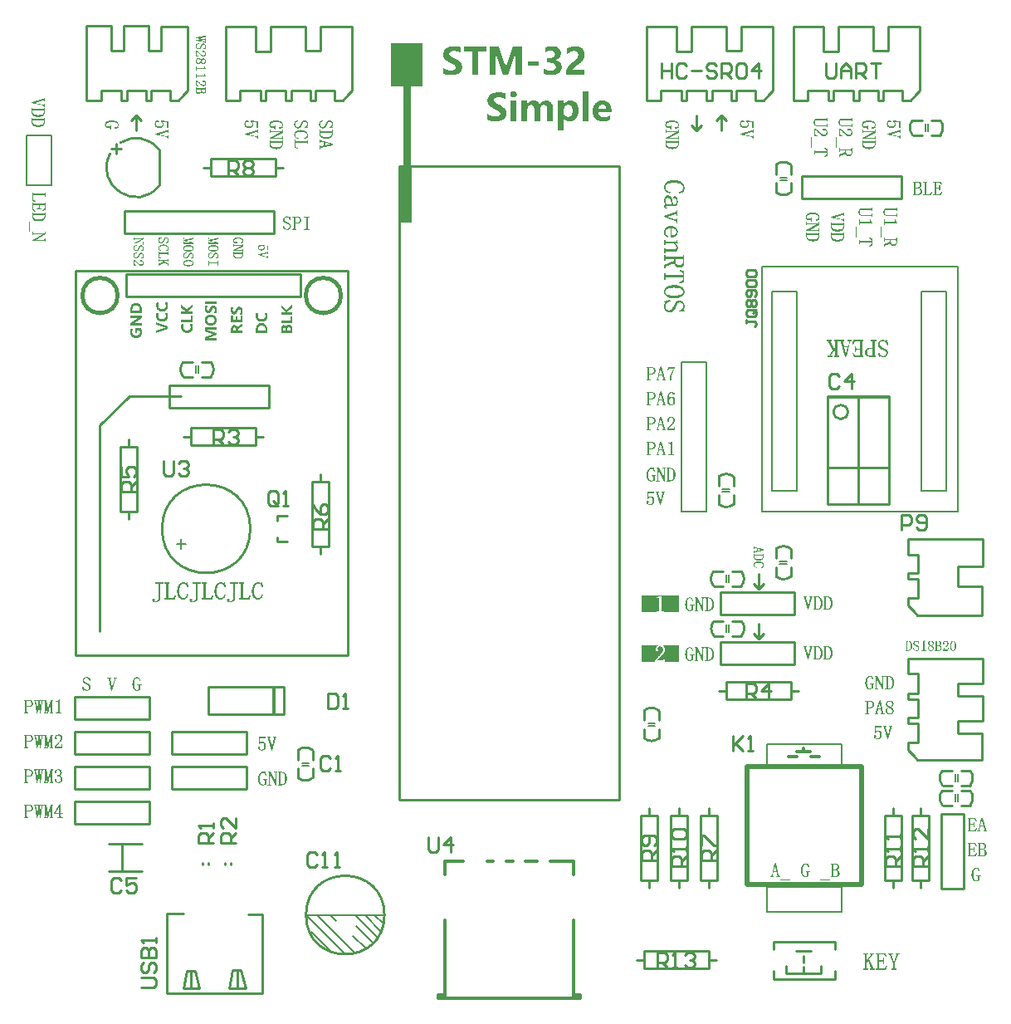
<source format=gto>
G04*
G04 #@! TF.GenerationSoftware,Altium Limited,Altium Designer,21.2.1 (34)*
G04*
G04 Layer_Color=65535*
%FSLAX25Y25*%
%MOIN*%
G70*
G04*
G04 #@! TF.SameCoordinates,F9D7F3A8-4154-4F6A-AE32-A65E76AD83D7*
G04*
G04*
G04 #@! TF.FilePolarity,Positive*
G04*
G01*
G75*
%ADD10C,0.01000*%
%ADD11C,0.01575*%
%ADD12C,0.00787*%
%ADD13C,0.00500*%
%ADD14C,0.01181*%
%ADD15C,0.01200*%
%ADD16C,0.02000*%
%ADD17C,0.03150*%
%ADD18C,0.00787*%
%ADD19R,0.05118X0.22835*%
%ADD20R,0.12598X0.17323*%
G36*
X89956Y154679D02*
X89548Y154577D01*
Y154587D01*
X89539Y154614D01*
X89521Y154651D01*
X89502Y154707D01*
X89484Y154762D01*
X89447Y154836D01*
X89382Y155003D01*
X89289Y155188D01*
X89188Y155382D01*
X89068Y155558D01*
X89003Y155632D01*
X88938Y155706D01*
X88920Y155724D01*
X88873Y155761D01*
X88790Y155817D01*
X88688Y155891D01*
X88550Y155956D01*
X88392Y156011D01*
X88217Y156048D01*
X88013Y156067D01*
X87985D01*
X87939Y156057D01*
X87893D01*
X87828Y156039D01*
X87754Y156020D01*
X87680Y155992D01*
X87587Y155965D01*
X87495Y155919D01*
X87402Y155863D01*
X87310Y155789D01*
X87208Y155715D01*
X87116Y155613D01*
X87023Y155502D01*
X86931Y155373D01*
X86848Y155225D01*
Y155216D01*
X86829Y155188D01*
X86810Y155141D01*
X86783Y155077D01*
X86755Y154993D01*
X86718Y154892D01*
X86681Y154771D01*
X86644Y154642D01*
X86598Y154494D01*
X86561Y154337D01*
X86524Y154161D01*
X86496Y153976D01*
X86468Y153772D01*
X86450Y153560D01*
X86440Y153338D01*
X86431Y153097D01*
Y153079D01*
Y153033D01*
Y152968D01*
X86440Y152866D01*
Y152746D01*
X86450Y152616D01*
X86459Y152468D01*
X86478Y152302D01*
X86524Y151960D01*
X86579Y151599D01*
X86672Y151247D01*
X86727Y151081D01*
X86792Y150933D01*
Y150924D01*
X86810Y150905D01*
X86829Y150859D01*
X86866Y150812D01*
X86903Y150757D01*
X86949Y150692D01*
X87005Y150628D01*
X87079Y150554D01*
X87153Y150479D01*
X87236Y150415D01*
X87338Y150350D01*
X87440Y150294D01*
X87560Y150248D01*
X87689Y150211D01*
X87828Y150183D01*
X87976Y150174D01*
X88032D01*
X88068Y150183D01*
X88179Y150193D01*
X88309Y150230D01*
X88466Y150276D01*
X88623Y150350D01*
X88799Y150452D01*
X88873Y150507D01*
X88956Y150581D01*
X88966Y150591D01*
X88975Y150600D01*
X88994Y150628D01*
X89021Y150655D01*
X89058Y150701D01*
X89095Y150757D01*
X89141Y150812D01*
X89188Y150886D01*
X89280Y151062D01*
X89382Y151266D01*
X89474Y151506D01*
X89548Y151784D01*
X89956Y151617D01*
Y151608D01*
X89946Y151580D01*
X89937Y151534D01*
X89919Y151469D01*
X89891Y151395D01*
X89863Y151303D01*
X89826Y151201D01*
X89789Y151099D01*
X89687Y150868D01*
X89558Y150628D01*
X89391Y150387D01*
X89206Y150174D01*
X89197Y150165D01*
X89179Y150156D01*
X89151Y150128D01*
X89114Y150091D01*
X89058Y150054D01*
X88994Y150008D01*
X88929Y149952D01*
X88845Y149906D01*
X88661Y149804D01*
X88438Y149721D01*
X88318Y149684D01*
X88198Y149665D01*
X88068Y149647D01*
X87930Y149638D01*
X87884D01*
X87819Y149647D01*
X87745D01*
X87652Y149665D01*
X87541Y149684D01*
X87421Y149712D01*
X87292Y149740D01*
X87153Y149786D01*
X87005Y149841D01*
X86857Y149906D01*
X86709Y149989D01*
X86561Y150082D01*
X86422Y150193D01*
X86283Y150322D01*
X86154Y150470D01*
X86145Y150479D01*
X86126Y150507D01*
X86089Y150563D01*
X86052Y150628D01*
X86006Y150720D01*
X85950Y150831D01*
X85886Y150961D01*
X85830Y151109D01*
X85765Y151275D01*
X85701Y151469D01*
X85645Y151682D01*
X85599Y151913D01*
X85562Y152172D01*
X85525Y152441D01*
X85506Y152746D01*
X85497Y153060D01*
Y153079D01*
Y153125D01*
X85506Y153208D01*
Y153310D01*
X85515Y153439D01*
X85534Y153587D01*
X85553Y153745D01*
X85580Y153930D01*
X85617Y154124D01*
X85663Y154318D01*
X85719Y154522D01*
X85793Y154735D01*
X85867Y154947D01*
X85960Y155151D01*
X86071Y155345D01*
X86191Y155539D01*
X86200Y155549D01*
X86228Y155586D01*
X86265Y155632D01*
X86320Y155696D01*
X86385Y155771D01*
X86478Y155854D01*
X86570Y155946D01*
X86690Y156039D01*
X86820Y156131D01*
X86958Y156214D01*
X87116Y156298D01*
X87282Y156372D01*
X87467Y156437D01*
X87661Y156483D01*
X87865Y156520D01*
X88087Y156529D01*
X88189D01*
X88263Y156520D01*
X88346Y156510D01*
X88448Y156492D01*
X88661Y156437D01*
X88670D01*
X88707Y156418D01*
X88753Y156409D01*
X88809Y156390D01*
X88947Y156353D01*
X89021Y156344D01*
X89086Y156335D01*
X89160D01*
X89225Y156344D01*
X89280Y156362D01*
X89299Y156372D01*
X89317Y156381D01*
X89345Y156400D01*
X89382Y156418D01*
X89428Y156446D01*
X89484Y156492D01*
X89558Y156538D01*
X89956Y154679D01*
D02*
G37*
G36*
X74943D02*
X74536Y154577D01*
Y154587D01*
X74527Y154614D01*
X74508Y154651D01*
X74489Y154707D01*
X74471Y154762D01*
X74434Y154836D01*
X74369Y155003D01*
X74277Y155188D01*
X74175Y155382D01*
X74055Y155558D01*
X73990Y155632D01*
X73925Y155706D01*
X73907Y155724D01*
X73861Y155761D01*
X73777Y155817D01*
X73676Y155891D01*
X73537Y155956D01*
X73379Y156011D01*
X73204Y156048D01*
X73000Y156067D01*
X72973D01*
X72926Y156057D01*
X72880D01*
X72815Y156039D01*
X72741Y156020D01*
X72667Y155992D01*
X72575Y155965D01*
X72482Y155919D01*
X72390Y155863D01*
X72297Y155789D01*
X72196Y155715D01*
X72103Y155613D01*
X72010Y155502D01*
X71918Y155373D01*
X71835Y155225D01*
Y155216D01*
X71816Y155188D01*
X71798Y155141D01*
X71770Y155077D01*
X71742Y154993D01*
X71705Y154892D01*
X71668Y154771D01*
X71631Y154642D01*
X71585Y154494D01*
X71548Y154337D01*
X71511Y154161D01*
X71483Y153976D01*
X71456Y153772D01*
X71437Y153560D01*
X71428Y153338D01*
X71418Y153097D01*
Y153079D01*
Y153033D01*
Y152968D01*
X71428Y152866D01*
Y152746D01*
X71437Y152616D01*
X71446Y152468D01*
X71465Y152302D01*
X71511Y151960D01*
X71566Y151599D01*
X71659Y151247D01*
X71715Y151081D01*
X71779Y150933D01*
Y150924D01*
X71798Y150905D01*
X71816Y150859D01*
X71853Y150812D01*
X71890Y150757D01*
X71937Y150692D01*
X71992Y150628D01*
X72066Y150554D01*
X72140Y150479D01*
X72223Y150415D01*
X72325Y150350D01*
X72427Y150294D01*
X72547Y150248D01*
X72676Y150211D01*
X72815Y150183D01*
X72963Y150174D01*
X73019D01*
X73056Y150183D01*
X73167Y150193D01*
X73296Y150230D01*
X73453Y150276D01*
X73611Y150350D01*
X73786Y150452D01*
X73861Y150507D01*
X73944Y150581D01*
X73953Y150591D01*
X73962Y150600D01*
X73981Y150628D01*
X74009Y150655D01*
X74045Y150701D01*
X74082Y150757D01*
X74129Y150812D01*
X74175Y150886D01*
X74268Y151062D01*
X74369Y151266D01*
X74462Y151506D01*
X74536Y151784D01*
X74943Y151617D01*
Y151608D01*
X74933Y151580D01*
X74924Y151534D01*
X74906Y151469D01*
X74878Y151395D01*
X74850Y151303D01*
X74813Y151201D01*
X74776Y151099D01*
X74674Y150868D01*
X74545Y150628D01*
X74379Y150387D01*
X74194Y150174D01*
X74184Y150165D01*
X74166Y150156D01*
X74138Y150128D01*
X74101Y150091D01*
X74045Y150054D01*
X73981Y150008D01*
X73916Y149952D01*
X73833Y149906D01*
X73648Y149804D01*
X73426Y149721D01*
X73305Y149684D01*
X73185Y149665D01*
X73056Y149647D01*
X72917Y149638D01*
X72871D01*
X72806Y149647D01*
X72732D01*
X72640Y149665D01*
X72528Y149684D01*
X72408Y149712D01*
X72279Y149740D01*
X72140Y149786D01*
X71992Y149841D01*
X71844Y149906D01*
X71696Y149989D01*
X71548Y150082D01*
X71409Y150193D01*
X71271Y150322D01*
X71141Y150470D01*
X71132Y150479D01*
X71113Y150507D01*
X71076Y150563D01*
X71039Y150628D01*
X70993Y150720D01*
X70938Y150831D01*
X70873Y150961D01*
X70817Y151109D01*
X70753Y151275D01*
X70688Y151469D01*
X70632Y151682D01*
X70586Y151913D01*
X70549Y152172D01*
X70512Y152441D01*
X70494Y152746D01*
X70484Y153060D01*
Y153079D01*
Y153125D01*
X70494Y153208D01*
Y153310D01*
X70503Y153439D01*
X70521Y153587D01*
X70540Y153745D01*
X70568Y153930D01*
X70604Y154124D01*
X70651Y154318D01*
X70706Y154522D01*
X70780Y154735D01*
X70854Y154947D01*
X70947Y155151D01*
X71058Y155345D01*
X71178Y155539D01*
X71187Y155549D01*
X71215Y155586D01*
X71252Y155632D01*
X71307Y155696D01*
X71372Y155771D01*
X71465Y155854D01*
X71557Y155946D01*
X71678Y156039D01*
X71807Y156131D01*
X71946Y156214D01*
X72103Y156298D01*
X72269Y156372D01*
X72455Y156437D01*
X72649Y156483D01*
X72852Y156520D01*
X73074Y156529D01*
X73176D01*
X73250Y156520D01*
X73333Y156510D01*
X73435Y156492D01*
X73648Y156437D01*
X73657D01*
X73694Y156418D01*
X73740Y156409D01*
X73796Y156390D01*
X73935Y156353D01*
X74009Y156344D01*
X74073Y156335D01*
X74147Y156335D01*
X74212Y156344D01*
X74268Y156362D01*
X74286Y156372D01*
X74304Y156381D01*
X74332Y156400D01*
X74369Y156418D01*
X74415Y156446D01*
X74471Y156492D01*
X74545Y156538D01*
X74943Y154679D01*
D02*
G37*
G36*
X59930Y154679D02*
X59523Y154577D01*
Y154587D01*
X59514Y154614D01*
X59495Y154651D01*
X59477Y154707D01*
X59458Y154762D01*
X59421Y154836D01*
X59356Y155003D01*
X59264Y155188D01*
X59162Y155382D01*
X59042Y155558D01*
X58977Y155632D01*
X58912Y155706D01*
X58894Y155724D01*
X58848Y155761D01*
X58764Y155817D01*
X58663Y155891D01*
X58524Y155956D01*
X58367Y156011D01*
X58191Y156048D01*
X57987Y156067D01*
X57960D01*
X57914Y156057D01*
X57867D01*
X57802Y156039D01*
X57728Y156020D01*
X57655Y155992D01*
X57562Y155965D01*
X57469Y155919D01*
X57377Y155863D01*
X57284Y155789D01*
X57183Y155715D01*
X57090Y155613D01*
X56998Y155502D01*
X56905Y155373D01*
X56822Y155225D01*
Y155216D01*
X56804Y155188D01*
X56785Y155141D01*
X56757Y155077D01*
X56730Y154993D01*
X56692Y154892D01*
X56656Y154771D01*
X56618Y154642D01*
X56572Y154494D01*
X56535Y154337D01*
X56498Y154161D01*
X56471Y153976D01*
X56443Y153772D01*
X56424Y153560D01*
X56415Y153338D01*
X56406Y153097D01*
Y153079D01*
Y153033D01*
Y152968D01*
X56415Y152866D01*
Y152746D01*
X56424Y152616D01*
X56433Y152468D01*
X56452Y152302D01*
X56498Y151960D01*
X56554Y151599D01*
X56646Y151247D01*
X56702Y151081D01*
X56766Y150933D01*
Y150924D01*
X56785Y150905D01*
X56804Y150859D01*
X56840Y150812D01*
X56877Y150757D01*
X56924Y150692D01*
X56979Y150628D01*
X57053Y150554D01*
X57127Y150479D01*
X57210Y150415D01*
X57312Y150350D01*
X57414Y150294D01*
X57534Y150248D01*
X57664Y150211D01*
X57802Y150183D01*
X57951Y150174D01*
X58006D01*
X58043Y150183D01*
X58154Y150193D01*
X58284Y150230D01*
X58441Y150276D01*
X58598Y150350D01*
X58774Y150452D01*
X58848Y150507D01*
X58931Y150581D01*
X58940Y150591D01*
X58950Y150600D01*
X58968Y150628D01*
X58996Y150655D01*
X59033Y150701D01*
X59070Y150757D01*
X59116Y150812D01*
X59162Y150886D01*
X59255Y151062D01*
X59356Y151266D01*
X59449Y151506D01*
X59523Y151784D01*
X59930Y151617D01*
Y151608D01*
X59921Y151580D01*
X59912Y151534D01*
X59893Y151469D01*
X59865Y151395D01*
X59838Y151303D01*
X59800Y151201D01*
X59763Y151099D01*
X59662Y150868D01*
X59532Y150628D01*
X59366Y150387D01*
X59181Y150174D01*
X59171Y150165D01*
X59153Y150156D01*
X59125Y150128D01*
X59088Y150091D01*
X59033Y150054D01*
X58968Y150008D01*
X58903Y149952D01*
X58820Y149906D01*
X58635Y149804D01*
X58413Y149721D01*
X58293Y149684D01*
X58173Y149665D01*
X58043Y149647D01*
X57904Y149638D01*
X57858D01*
X57793Y149647D01*
X57719D01*
X57627Y149665D01*
X57516Y149684D01*
X57395Y149712D01*
X57266Y149740D01*
X57127Y149786D01*
X56979Y149841D01*
X56831Y149906D01*
X56683Y149989D01*
X56535Y150082D01*
X56397Y150193D01*
X56258Y150322D01*
X56128Y150470D01*
X56119Y150479D01*
X56100Y150507D01*
X56063Y150563D01*
X56027Y150628D01*
X55980Y150720D01*
X55925Y150831D01*
X55860Y150961D01*
X55805Y151109D01*
X55740Y151275D01*
X55675Y151469D01*
X55620Y151682D01*
X55573Y151913D01*
X55536Y152172D01*
X55499Y152441D01*
X55481Y152746D01*
X55471Y153060D01*
Y153079D01*
Y153125D01*
X55481Y153208D01*
Y153310D01*
X55490Y153439D01*
X55509Y153587D01*
X55527Y153745D01*
X55555Y153930D01*
X55592Y154124D01*
X55638Y154318D01*
X55694Y154522D01*
X55768Y154735D01*
X55841Y154947D01*
X55934Y155151D01*
X56045Y155345D01*
X56165Y155539D01*
X56174Y155549D01*
X56202Y155586D01*
X56239Y155632D01*
X56295Y155696D01*
X56359Y155771D01*
X56452Y155854D01*
X56545Y155946D01*
X56665Y156039D01*
X56794Y156131D01*
X56933Y156214D01*
X57090Y156298D01*
X57257Y156372D01*
X57442Y156437D01*
X57636Y156483D01*
X57840Y156520D01*
X58061Y156529D01*
X58163D01*
X58237Y156520D01*
X58320Y156510D01*
X58422Y156492D01*
X58635Y156437D01*
X58644D01*
X58681Y156418D01*
X58728Y156409D01*
X58783Y156390D01*
X58922Y156353D01*
X58996Y156344D01*
X59061Y156335D01*
X59135D01*
X59199Y156344D01*
X59255Y156362D01*
X59273Y156372D01*
X59292Y156381D01*
X59320Y156400D01*
X59356Y156418D01*
X59403Y156446D01*
X59458Y156492D01*
X59532Y156538D01*
X59930Y154679D01*
D02*
G37*
G36*
X82528Y156029D02*
X82139D01*
X82093Y156020D01*
X82028Y156011D01*
X81973Y155974D01*
X81963Y155965D01*
X81945Y155937D01*
X81927Y155891D01*
X81917Y155817D01*
Y150359D01*
Y150350D01*
Y150341D01*
X81927Y150294D01*
X81945Y150239D01*
X81973Y150193D01*
X81982Y150183D01*
X82019Y150174D01*
X82074Y150156D01*
X82158Y150146D01*
X83240D01*
X83277Y150156D01*
X83369Y150165D01*
X83490Y150183D01*
X83619Y150221D01*
X83767Y150276D01*
X83906Y150341D01*
X84045Y150443D01*
X84063Y150461D01*
X84100Y150498D01*
X84174Y150581D01*
X84248Y150692D01*
X84341Y150831D01*
X84387Y150924D01*
X84443Y151016D01*
X84489Y151118D01*
X84535Y151238D01*
X84581Y151358D01*
X84618Y151497D01*
X84988Y151367D01*
X84618Y149721D01*
X80484D01*
Y150146D01*
X80881D01*
X80937Y150156D01*
X81002Y150165D01*
X81029Y150174D01*
X81048Y150193D01*
X81057Y150202D01*
X81076Y150230D01*
X81094Y150285D01*
X81103Y150359D01*
Y155817D01*
Y155826D01*
Y155835D01*
X81094Y155882D01*
X81085Y155928D01*
X81048Y155974D01*
X81038Y155983D01*
X81011Y156002D01*
X80946Y156020D01*
X80909Y156029D01*
X80520D01*
Y156455D01*
X82528D01*
Y156029D01*
D02*
G37*
G36*
X67515Y156029D02*
X67127D01*
X67080Y156020D01*
X67015Y156011D01*
X66960Y155974D01*
X66951Y155965D01*
X66932Y155937D01*
X66914Y155891D01*
X66904Y155817D01*
Y150359D01*
Y150350D01*
Y150341D01*
X66914Y150294D01*
X66932Y150239D01*
X66960Y150193D01*
X66969Y150183D01*
X67006Y150174D01*
X67062Y150156D01*
X67145Y150146D01*
X68227D01*
X68264Y150156D01*
X68357Y150165D01*
X68477Y150183D01*
X68607Y150221D01*
X68755Y150276D01*
X68893Y150341D01*
X69032Y150443D01*
X69051Y150461D01*
X69087Y150498D01*
X69161Y150581D01*
X69235Y150692D01*
X69328Y150831D01*
X69374Y150924D01*
X69430Y151016D01*
X69476Y151118D01*
X69522Y151238D01*
X69569Y151358D01*
X69605Y151497D01*
X69976Y151367D01*
X69605Y149721D01*
X65471D01*
Y150146D01*
X65869D01*
X65924Y150156D01*
X65989Y150165D01*
X66017Y150174D01*
X66035Y150193D01*
X66044Y150202D01*
X66063Y150230D01*
X66081Y150285D01*
X66091Y150359D01*
Y155817D01*
Y155826D01*
Y155835D01*
X66081Y155882D01*
X66072Y155928D01*
X66035Y155974D01*
X66026Y155983D01*
X65998Y156002D01*
X65933Y156020D01*
X65896Y156029D01*
X65508D01*
Y156455D01*
X67515D01*
Y156029D01*
D02*
G37*
G36*
X52502D02*
X52114D01*
X52068Y156020D01*
X52003Y156011D01*
X51947Y155974D01*
X51938Y155965D01*
X51920Y155937D01*
X51901Y155891D01*
X51892Y155817D01*
Y150359D01*
Y150350D01*
Y150341D01*
X51901Y150294D01*
X51920Y150239D01*
X51947Y150193D01*
X51956Y150183D01*
X51994Y150174D01*
X52049Y150156D01*
X52132Y150146D01*
X53215D01*
X53251Y150156D01*
X53344Y150165D01*
X53464Y150183D01*
X53594Y150221D01*
X53742Y150276D01*
X53881Y150341D01*
X54019Y150443D01*
X54038Y150461D01*
X54075Y150498D01*
X54149Y150581D01*
X54223Y150692D01*
X54315Y150831D01*
X54361Y150924D01*
X54417Y151016D01*
X54463Y151118D01*
X54510Y151238D01*
X54556Y151358D01*
X54593Y151497D01*
X54963Y151367D01*
X54593Y149721D01*
X50458D01*
Y150146D01*
X50856D01*
X50911Y150156D01*
X50976Y150165D01*
X51004Y150174D01*
X51022Y150193D01*
X51032Y150202D01*
X51050Y150230D01*
X51069Y150285D01*
X51078Y150359D01*
Y155817D01*
Y155826D01*
Y155835D01*
X51069Y155882D01*
X51059Y155928D01*
X51022Y155974D01*
X51013Y155983D01*
X50985Y156002D01*
X50920Y156020D01*
X50884Y156029D01*
X50495D01*
Y156455D01*
X52502D01*
Y156029D01*
D02*
G37*
G36*
X80058Y156029D02*
X79022D01*
X78976Y156020D01*
X78911Y156011D01*
X78856Y155974D01*
X78846Y155965D01*
X78828Y155937D01*
X78809Y155891D01*
X78800Y155817D01*
Y150396D01*
Y150387D01*
Y150359D01*
Y150313D01*
X78791Y150248D01*
X78781Y150174D01*
X78772Y150091D01*
X78754Y149998D01*
X78726Y149897D01*
X78661Y149675D01*
X78615Y149555D01*
X78559Y149443D01*
X78495Y149323D01*
X78412Y149212D01*
X78328Y149110D01*
X78227Y149009D01*
X78217Y149000D01*
X78199Y148990D01*
X78171Y148962D01*
X78125Y148925D01*
X78069Y148889D01*
X78004Y148852D01*
X77921Y148805D01*
X77838Y148759D01*
X77736Y148704D01*
X77625Y148657D01*
X77385Y148583D01*
X77117Y148519D01*
X76968Y148509D01*
X76811Y148500D01*
X76710D01*
X76599Y148519D01*
X76460Y148537D01*
X76312Y148565D01*
X76155Y148611D01*
X75997Y148676D01*
X75858Y148759D01*
X75840Y148768D01*
X75803Y148805D01*
X75757Y148861D01*
X75692Y148925D01*
X75627Y149018D01*
X75581Y149120D01*
X75544Y149240D01*
X75525Y149370D01*
Y149379D01*
Y149416D01*
X75535Y149462D01*
X75544Y149518D01*
X75563Y149582D01*
X75590Y149647D01*
X75627Y149712D01*
X75683Y149767D01*
X75692Y149776D01*
X75710Y149795D01*
X75748Y149813D01*
X75794Y149841D01*
X75905Y149897D01*
X75969Y149906D01*
X76043Y149915D01*
X76081D01*
X76127Y149906D01*
X76182Y149897D01*
X76238Y149878D01*
X76302Y149841D01*
X76367Y149804D01*
X76423Y149749D01*
X76432Y149740D01*
X76451Y149721D01*
X76469Y149684D01*
X76497Y149638D01*
X76525Y149582D01*
X76552Y149518D01*
X76561Y149443D01*
X76571Y149370D01*
Y149351D01*
Y149314D01*
X76561Y149258D01*
X76543Y149203D01*
X76534Y149194D01*
X76525Y149157D01*
X76497Y149120D01*
X76451Y149083D01*
X76460D01*
X76487Y149064D01*
X76543Y149046D01*
X76626Y149018D01*
X76635D01*
X76654Y149009D01*
X76682Y149000D01*
X76719Y148990D01*
X76765Y148981D01*
X76830Y148972D01*
X76968Y148962D01*
X76987D01*
X77043Y148972D01*
X77126Y148981D01*
X77227Y149000D01*
X77348Y149037D01*
X77468Y149092D01*
X77588Y149166D01*
X77699Y149268D01*
X77709Y149286D01*
X77745Y149323D01*
X77792Y149407D01*
X77820Y149462D01*
X77847Y149518D01*
X77866Y149592D01*
X77894Y149675D01*
X77921Y149767D01*
X77940Y149869D01*
X77958Y149980D01*
X77977Y150110D01*
X77986Y150248D01*
Y150396D01*
Y155817D01*
Y155826D01*
Y155835D01*
X77977Y155882D01*
X77968Y155928D01*
X77930Y155974D01*
X77921Y155983D01*
X77894Y156002D01*
X77829Y156020D01*
X77792Y156029D01*
X76719D01*
Y156455D01*
X80058D01*
Y156029D01*
D02*
G37*
G36*
X65045Y156029D02*
X64009D01*
X63963Y156020D01*
X63898Y156011D01*
X63843Y155974D01*
X63833Y155965D01*
X63815Y155937D01*
X63797Y155891D01*
X63787Y155817D01*
Y150396D01*
Y150387D01*
Y150359D01*
Y150313D01*
X63778Y150248D01*
X63769Y150174D01*
X63759Y150091D01*
X63741Y149998D01*
X63713Y149897D01*
X63648Y149675D01*
X63602Y149555D01*
X63547Y149443D01*
X63482Y149323D01*
X63399Y149212D01*
X63315Y149110D01*
X63214Y149009D01*
X63204Y149000D01*
X63186Y148990D01*
X63158Y148962D01*
X63112Y148925D01*
X63056Y148889D01*
X62992Y148852D01*
X62909Y148805D01*
X62825Y148759D01*
X62723Y148704D01*
X62612Y148657D01*
X62372Y148583D01*
X62104Y148519D01*
X61956Y148509D01*
X61799Y148500D01*
X61697D01*
X61586Y148519D01*
X61447Y148537D01*
X61299Y148565D01*
X61142Y148611D01*
X60984Y148676D01*
X60846Y148759D01*
X60827Y148768D01*
X60790Y148805D01*
X60744Y148861D01*
X60679Y148925D01*
X60615Y149018D01*
X60568Y149120D01*
X60531Y149240D01*
X60513Y149370D01*
Y149379D01*
Y149416D01*
X60522Y149462D01*
X60531Y149518D01*
X60550Y149582D01*
X60577Y149647D01*
X60615Y149712D01*
X60670Y149767D01*
X60679Y149776D01*
X60698Y149795D01*
X60735Y149813D01*
X60781Y149841D01*
X60892Y149897D01*
X60957Y149906D01*
X61031Y149915D01*
X61068D01*
X61114Y149906D01*
X61169Y149897D01*
X61225Y149878D01*
X61290Y149841D01*
X61355Y149804D01*
X61410Y149749D01*
X61419Y149740D01*
X61438Y149721D01*
X61456Y149684D01*
X61484Y149638D01*
X61512Y149582D01*
X61540Y149518D01*
X61549Y149443D01*
X61558Y149370D01*
Y149351D01*
Y149314D01*
X61549Y149258D01*
X61530Y149203D01*
X61521Y149194D01*
X61512Y149157D01*
X61484Y149120D01*
X61438Y149083D01*
X61447D01*
X61475Y149064D01*
X61530Y149046D01*
X61614Y149018D01*
X61623D01*
X61641Y149009D01*
X61669Y149000D01*
X61706Y148990D01*
X61752Y148981D01*
X61817Y148972D01*
X61956Y148962D01*
X61974D01*
X62030Y148972D01*
X62113Y148981D01*
X62215Y149000D01*
X62335Y149037D01*
X62455Y149092D01*
X62576Y149166D01*
X62687Y149268D01*
X62696Y149286D01*
X62733Y149323D01*
X62779Y149407D01*
X62807Y149462D01*
X62835Y149518D01*
X62853Y149592D01*
X62881Y149675D01*
X62909Y149767D01*
X62927Y149869D01*
X62945Y149980D01*
X62964Y150110D01*
X62973Y150248D01*
Y150396D01*
Y155817D01*
Y155826D01*
Y155835D01*
X62964Y155882D01*
X62955Y155928D01*
X62918Y155974D01*
X62909Y155983D01*
X62881Y156002D01*
X62816Y156020D01*
X62779Y156029D01*
X61706D01*
Y156455D01*
X65045D01*
Y156029D01*
D02*
G37*
G36*
X50033D02*
X48996D01*
X48950Y156020D01*
X48886Y156011D01*
X48830Y155974D01*
X48821Y155965D01*
X48802Y155937D01*
X48784Y155891D01*
X48774Y155817D01*
Y150396D01*
Y150387D01*
Y150359D01*
Y150313D01*
X48765Y150248D01*
X48756Y150174D01*
X48747Y150091D01*
X48728Y149998D01*
X48700Y149897D01*
X48636Y149675D01*
X48590Y149555D01*
X48534Y149443D01*
X48469Y149323D01*
X48386Y149212D01*
X48303Y149110D01*
X48201Y149009D01*
X48192Y149000D01*
X48173Y148990D01*
X48145Y148962D01*
X48099Y148925D01*
X48044Y148889D01*
X47979Y148852D01*
X47896Y148805D01*
X47813Y148759D01*
X47711Y148704D01*
X47600Y148657D01*
X47359Y148583D01*
X47091Y148519D01*
X46943Y148509D01*
X46786Y148500D01*
X46684D01*
X46573Y148519D01*
X46434Y148537D01*
X46286Y148565D01*
X46129Y148611D01*
X45972Y148676D01*
X45833Y148759D01*
X45814Y148768D01*
X45777Y148805D01*
X45731Y148861D01*
X45667Y148925D01*
X45602Y149018D01*
X45555Y149120D01*
X45518Y149240D01*
X45500Y149370D01*
Y149379D01*
Y149416D01*
X45509Y149462D01*
X45518Y149518D01*
X45537Y149582D01*
X45565Y149647D01*
X45602Y149712D01*
X45657Y149767D01*
X45667Y149776D01*
X45685Y149795D01*
X45722Y149813D01*
X45768Y149841D01*
X45879Y149897D01*
X45944Y149906D01*
X46018Y149915D01*
X46055D01*
X46101Y149906D01*
X46157Y149897D01*
X46212Y149878D01*
X46277Y149841D01*
X46342Y149804D01*
X46397Y149749D01*
X46406Y149740D01*
X46425Y149721D01*
X46444Y149684D01*
X46471Y149638D01*
X46499Y149582D01*
X46527Y149518D01*
X46536Y149443D01*
X46545Y149370D01*
Y149351D01*
Y149314D01*
X46536Y149258D01*
X46518Y149203D01*
X46508Y149194D01*
X46499Y149157D01*
X46471Y149120D01*
X46425Y149083D01*
X46434D01*
X46462Y149064D01*
X46518Y149046D01*
X46601Y149018D01*
X46610D01*
X46628Y149009D01*
X46656Y149000D01*
X46693Y148990D01*
X46740Y148981D01*
X46804Y148972D01*
X46943Y148962D01*
X46962D01*
X47017Y148972D01*
X47100Y148981D01*
X47202Y149000D01*
X47322Y149037D01*
X47442Y149092D01*
X47563Y149166D01*
X47674Y149268D01*
X47683Y149286D01*
X47720Y149323D01*
X47766Y149407D01*
X47794Y149462D01*
X47822Y149518D01*
X47840Y149592D01*
X47868Y149675D01*
X47896Y149767D01*
X47914Y149869D01*
X47933Y149980D01*
X47951Y150110D01*
X47960Y150248D01*
Y150396D01*
Y155817D01*
Y155826D01*
Y155835D01*
X47951Y155882D01*
X47942Y155928D01*
X47905Y155974D01*
X47896Y155983D01*
X47868Y156002D01*
X47803Y156020D01*
X47766Y156029D01*
X46693D01*
Y156455D01*
X50033D01*
Y156029D01*
D02*
G37*
G36*
X255289Y317989D02*
X255411D01*
X255566Y317978D01*
X255744Y317955D01*
X255933Y317933D01*
X256155Y317900D01*
X256388Y317856D01*
X256622Y317800D01*
X256866Y317733D01*
X257122Y317645D01*
X257377Y317556D01*
X257622Y317444D01*
X257855Y317311D01*
X258088Y317167D01*
X258099Y317156D01*
X258144Y317122D01*
X258199Y317078D01*
X258277Y317011D01*
X258366Y316933D01*
X258466Y316822D01*
X258577Y316711D01*
X258688Y316567D01*
X258799Y316411D01*
X258899Y316245D01*
X258999Y316056D01*
X259088Y315856D01*
X259166Y315634D01*
X259221Y315400D01*
X259266Y315156D01*
X259277Y314889D01*
Y314767D01*
X259266Y314678D01*
X259255Y314578D01*
X259232Y314456D01*
X259166Y314200D01*
Y314189D01*
X259144Y314145D01*
X259133Y314089D01*
X259110Y314023D01*
X259066Y313856D01*
X259055Y313767D01*
X259044Y313689D01*
Y313600D01*
X259055Y313523D01*
X259077Y313456D01*
X259088Y313434D01*
X259099Y313412D01*
X259121Y313378D01*
X259144Y313334D01*
X259177Y313278D01*
X259232Y313212D01*
X259288Y313123D01*
X257055Y312645D01*
X256933Y313134D01*
X256944D01*
X256977Y313145D01*
X257022Y313167D01*
X257088Y313189D01*
X257155Y313212D01*
X257244Y313256D01*
X257444Y313334D01*
X257666Y313445D01*
X257899Y313567D01*
X258110Y313712D01*
X258199Y313789D01*
X258288Y313867D01*
X258310Y313889D01*
X258355Y313945D01*
X258421Y314045D01*
X258510Y314167D01*
X258588Y314334D01*
X258655Y314523D01*
X258699Y314734D01*
X258721Y314978D01*
Y315011D01*
X258710Y315067D01*
Y315123D01*
X258688Y315200D01*
X258666Y315289D01*
X258633Y315378D01*
X258599Y315489D01*
X258544Y315600D01*
X258477Y315711D01*
X258388Y315822D01*
X258299Y315945D01*
X258177Y316056D01*
X258044Y316167D01*
X257888Y316278D01*
X257710Y316378D01*
X257699D01*
X257666Y316400D01*
X257611Y316422D01*
X257533Y316456D01*
X257433Y316489D01*
X257311Y316533D01*
X257166Y316578D01*
X257011Y316622D01*
X256833Y316678D01*
X256644Y316722D01*
X256433Y316767D01*
X256211Y316800D01*
X255966Y316833D01*
X255711Y316856D01*
X255444Y316867D01*
X255155Y316878D01*
X255133D01*
X255077D01*
X255000D01*
X254877Y316867D01*
X254733D01*
X254577Y316856D01*
X254400Y316845D01*
X254200Y316822D01*
X253789Y316767D01*
X253355Y316700D01*
X252933Y316589D01*
X252733Y316522D01*
X252555Y316445D01*
X252544D01*
X252522Y316422D01*
X252467Y316400D01*
X252411Y316356D01*
X252344Y316311D01*
X252267Y316256D01*
X252189Y316189D01*
X252100Y316100D01*
X252011Y316011D01*
X251933Y315911D01*
X251855Y315789D01*
X251789Y315667D01*
X251733Y315523D01*
X251689Y315367D01*
X251656Y315200D01*
X251644Y315022D01*
Y314956D01*
X251656Y314911D01*
X251667Y314778D01*
X251711Y314623D01*
X251767Y314434D01*
X251855Y314245D01*
X251978Y314034D01*
X252044Y313945D01*
X252133Y313845D01*
X252144Y313834D01*
X252155Y313823D01*
X252189Y313800D01*
X252222Y313767D01*
X252278Y313723D01*
X252344Y313678D01*
X252411Y313623D01*
X252500Y313567D01*
X252711Y313456D01*
X252955Y313334D01*
X253244Y313223D01*
X253577Y313134D01*
X253378Y312645D01*
X253366D01*
X253333Y312656D01*
X253278Y312667D01*
X253200Y312689D01*
X253111Y312723D01*
X253000Y312756D01*
X252878Y312801D01*
X252755Y312845D01*
X252478Y312967D01*
X252189Y313123D01*
X251900Y313323D01*
X251644Y313545D01*
X251633Y313556D01*
X251622Y313578D01*
X251589Y313612D01*
X251544Y313656D01*
X251500Y313723D01*
X251444Y313800D01*
X251378Y313878D01*
X251322Y313978D01*
X251200Y314200D01*
X251100Y314467D01*
X251056Y314611D01*
X251033Y314756D01*
X251011Y314911D01*
X251000Y315078D01*
Y315134D01*
X251011Y315211D01*
Y315300D01*
X251033Y315411D01*
X251056Y315545D01*
X251089Y315689D01*
X251122Y315845D01*
X251178Y316011D01*
X251244Y316189D01*
X251322Y316367D01*
X251422Y316545D01*
X251533Y316722D01*
X251667Y316889D01*
X251822Y317056D01*
X252000Y317211D01*
X252011Y317222D01*
X252044Y317245D01*
X252111Y317289D01*
X252189Y317333D01*
X252300Y317389D01*
X252433Y317456D01*
X252589Y317533D01*
X252766Y317600D01*
X252966Y317678D01*
X253200Y317756D01*
X253455Y317822D01*
X253733Y317878D01*
X254044Y317922D01*
X254366Y317967D01*
X254733Y317989D01*
X255111Y318000D01*
X255133D01*
X255188D01*
X255289Y317989D01*
D02*
G37*
G36*
X252589Y311834D02*
X252666Y311823D01*
X252755Y311801D01*
X252955Y311756D01*
X253189Y311667D01*
X253311Y311601D01*
X253433Y311534D01*
X253544Y311445D01*
X253666Y311345D01*
X253778Y311234D01*
X253889Y311101D01*
X253900Y311090D01*
X253911Y311067D01*
X253944Y311023D01*
X253977Y310956D01*
X254022Y310867D01*
X254078Y310756D01*
X254133Y310623D01*
X254200Y310467D01*
X254255Y310290D01*
X254322Y310090D01*
X254389Y309868D01*
X254455Y309612D01*
X254511Y309323D01*
X254566Y309023D01*
X254622Y308679D01*
X254666Y308312D01*
X255111D01*
X255133D01*
X255177D01*
X255255Y308323D01*
X255355Y308334D01*
X255466Y308356D01*
X255577Y308390D01*
X255688Y308434D01*
X255788Y308501D01*
X255800Y308512D01*
X255833Y308534D01*
X255877Y308590D01*
X255922Y308668D01*
X255966Y308790D01*
X256011Y308934D01*
X256044Y309112D01*
X256055Y309223D01*
Y309468D01*
X256044Y309590D01*
X256033Y309745D01*
X255999Y309912D01*
X255966Y310090D01*
X255911Y310245D01*
X255833Y310367D01*
X255822Y310379D01*
X255800Y310412D01*
X255755Y310456D01*
X255699Y310501D01*
X255644Y310534D01*
X255577Y310567D01*
X255500Y310578D01*
X255433Y310567D01*
X255411Y310556D01*
X255366Y310534D01*
X255289Y310512D01*
X255211Y310501D01*
X255188D01*
X255122Y310512D01*
X255033Y310545D01*
X254900Y310601D01*
X254889D01*
X254877Y310623D01*
X254844Y310645D01*
X254811Y310690D01*
X254777Y310745D01*
X254755Y310823D01*
X254733Y310912D01*
X254722Y311034D01*
Y311079D01*
X254733Y311123D01*
X254744Y311178D01*
X254788Y311301D01*
X254822Y311367D01*
X254866Y311423D01*
X254877Y311434D01*
X254889Y311445D01*
X254933Y311467D01*
X254977Y311490D01*
X255033Y311523D01*
X255111Y311545D01*
X255200Y311556D01*
X255300Y311567D01*
X255322D01*
X255377Y311556D01*
X255466Y311534D01*
X255588Y311490D01*
X255722Y311412D01*
X255788Y311356D01*
X255866Y311301D01*
X255933Y311223D01*
X256011Y311145D01*
X256088Y311045D01*
X256166Y310934D01*
Y310923D01*
X256188Y310901D01*
X256200Y310867D01*
X256233Y310823D01*
X256255Y310756D01*
X256288Y310679D01*
X256333Y310601D01*
X256366Y310501D01*
X256444Y310279D01*
X256500Y310012D01*
X256544Y309712D01*
X256566Y309390D01*
Y309234D01*
X256555Y309145D01*
X256544Y309056D01*
X256522Y308845D01*
X256477Y308612D01*
X256411Y308368D01*
X256311Y308134D01*
X256188Y307923D01*
Y307912D01*
X256166Y307901D01*
X256122Y307845D01*
X256033Y307768D01*
X255911Y307668D01*
X255755Y307579D01*
X255577Y307501D01*
X255355Y307446D01*
X255244Y307423D01*
X255111D01*
X252078D01*
X252067D01*
X252022D01*
X251978D01*
X251911D01*
X251844Y307412D01*
X251789D01*
X251744Y307401D01*
X251722Y307390D01*
Y307379D01*
X251711Y307357D01*
X251700Y307312D01*
X251689Y307234D01*
Y307212D01*
X251711Y307146D01*
X251755Y307079D01*
X251789Y307046D01*
X251844Y307012D01*
X251855D01*
X251878Y307001D01*
X251922Y306990D01*
X251989Y306968D01*
X252078Y306957D01*
X252178Y306945D01*
X252322Y306934D01*
X252478D01*
Y306457D01*
X252467D01*
X252444D01*
X252400D01*
X252344D01*
X252278Y306468D01*
X252211D01*
X252033Y306490D01*
X251855Y306523D01*
X251667Y306568D01*
X251511Y306634D01*
X251433Y306679D01*
X251378Y306723D01*
X251367Y306734D01*
X251333Y306768D01*
X251289Y306834D01*
X251233Y306912D01*
X251178Y307012D01*
X251133Y307123D01*
X251100Y307257D01*
X251089Y307412D01*
Y307468D01*
X251100Y307534D01*
X251111Y307623D01*
X251155Y307812D01*
X251189Y307912D01*
X251244Y308001D01*
X251255Y308012D01*
X251278Y308034D01*
X251311Y308068D01*
X251367Y308112D01*
X251422Y308156D01*
X251500Y308201D01*
X251578Y308245D01*
X251678Y308268D01*
X251667Y308279D01*
X251622Y308323D01*
X251567Y308390D01*
X251500Y308490D01*
X251422Y308601D01*
X251344Y308723D01*
X251267Y308857D01*
X251200Y309012D01*
X251189Y309034D01*
X251178Y309079D01*
X251155Y309168D01*
X251122Y309279D01*
X251089Y309423D01*
X251067Y309590D01*
X251056Y309779D01*
X251045Y309990D01*
Y310068D01*
X251056Y310134D01*
Y310201D01*
X251067Y310290D01*
X251100Y310490D01*
X251144Y310701D01*
X251222Y310934D01*
X251322Y311156D01*
X251467Y311356D01*
X251489Y311378D01*
X251544Y311434D01*
X251633Y311512D01*
X251744Y311601D01*
X251889Y311689D01*
X252056Y311767D01*
X252244Y311823D01*
X252344Y311834D01*
X252444Y311845D01*
X252455D01*
X252489D01*
X252533D01*
X252589Y311834D01*
D02*
G37*
G36*
X256477Y303724D02*
X255966D01*
Y304057D01*
X255955Y304124D01*
X255944Y304201D01*
X255933Y304235D01*
X255911Y304246D01*
X255900D01*
X255877Y304257D01*
X255811Y304268D01*
X255800D01*
X255777D01*
X255711D01*
X255611Y304257D01*
X255522Y304235D01*
X252484Y303201D01*
X255477Y302157D01*
X255488D01*
X255511Y302146D01*
X255544Y302135D01*
X255588Y302113D01*
X255688Y302091D01*
X255733Y302079D01*
X255766D01*
X255777Y302091D01*
X255811Y302102D01*
X255866Y302146D01*
X255877Y302157D01*
X255922Y302202D01*
X255933Y302235D01*
X255955Y302279D01*
X255966Y302335D01*
Y302624D01*
X256477D01*
Y300724D01*
X255966D01*
Y300979D01*
X255955Y301024D01*
X255944Y301068D01*
X255911Y301191D01*
X255866Y301246D01*
X255822Y301302D01*
X255811Y301313D01*
X255800Y301324D01*
X255766Y301346D01*
X255722Y301379D01*
X255666Y301424D01*
X255588Y301468D01*
X255511Y301513D01*
X255411Y301557D01*
X251045Y303157D01*
Y303601D01*
X255644Y305201D01*
X255655D01*
X255666Y305212D01*
X255722Y305235D01*
X255800Y305279D01*
X255866Y305346D01*
X255877Y305368D01*
X255922Y305412D01*
X255955Y305490D01*
X255966Y305590D01*
Y305935D01*
X256477D01*
Y303724D01*
D02*
G37*
G36*
X253989Y299591D02*
X254089Y299580D01*
X254211Y299569D01*
X254333Y299546D01*
X254477Y299513D01*
X254800Y299435D01*
X254955Y299380D01*
X255122Y299313D01*
X255289Y299235D01*
X255455Y299135D01*
X255611Y299035D01*
X255766Y298913D01*
X255777Y298902D01*
X255800Y298880D01*
X255844Y298846D01*
X255888Y298791D01*
X255955Y298724D01*
X256022Y298635D01*
X256088Y298546D01*
X256166Y298435D01*
X256244Y298313D01*
X256311Y298180D01*
X256444Y297891D01*
X256488Y297724D01*
X256533Y297547D01*
X256555Y297369D01*
X256566Y297180D01*
Y297091D01*
X256555Y297024D01*
X256544Y296947D01*
X256533Y296847D01*
X256511Y296747D01*
X256488Y296636D01*
X256411Y296380D01*
X256366Y296247D01*
X256299Y296113D01*
X256222Y295980D01*
X256144Y295847D01*
X256044Y295713D01*
X255933Y295580D01*
X255922Y295569D01*
X255900Y295547D01*
X255866Y295513D01*
X255811Y295469D01*
X255733Y295425D01*
X255644Y295358D01*
X255544Y295302D01*
X255411Y295236D01*
X255266Y295169D01*
X255100Y295113D01*
X254911Y295047D01*
X254711Y295002D01*
X254477Y294958D01*
X254233Y294924D01*
X253966Y294902D01*
X253666Y294891D01*
Y298624D01*
X253655D01*
X253622D01*
X253566D01*
X253489Y298613D01*
X253400D01*
X253300Y298602D01*
X253066Y298569D01*
X252800Y298513D01*
X252544Y298435D01*
X252300Y298324D01*
X252189Y298257D01*
X252089Y298180D01*
Y298169D01*
X252067Y298158D01*
X252011Y298102D01*
X251933Y298002D01*
X251844Y297858D01*
X251755Y297691D01*
X251678Y297491D01*
X251622Y297258D01*
X251611Y297135D01*
X251600Y297002D01*
Y296913D01*
X251622Y296802D01*
X251644Y296680D01*
X251678Y296524D01*
X251733Y296369D01*
X251811Y296213D01*
X251911Y296069D01*
X251922Y296047D01*
X251967Y296002D01*
X252044Y295936D01*
X252144Y295847D01*
X252267Y295747D01*
X252422Y295647D01*
X252600Y295547D01*
X252800Y295458D01*
X252655Y295024D01*
X252644D01*
X252622Y295036D01*
X252589Y295047D01*
X252544Y295058D01*
X252422Y295102D01*
X252267Y295169D01*
X252089Y295258D01*
X251900Y295369D01*
X251700Y295513D01*
X251500Y295691D01*
Y295702D01*
X251478Y295713D01*
X251455Y295747D01*
X251422Y295780D01*
X251389Y295835D01*
X251344Y295902D01*
X251255Y296058D01*
X251155Y296258D01*
X251078Y296502D01*
X251022Y296780D01*
X251011Y296924D01*
X251000Y297091D01*
Y297202D01*
X251011Y297280D01*
X251022Y297369D01*
X251033Y297480D01*
X251056Y297602D01*
X251089Y297735D01*
X251178Y298024D01*
X251233Y298169D01*
X251300Y298324D01*
X251389Y298480D01*
X251489Y298624D01*
X251600Y298769D01*
X251722Y298902D01*
X251733Y298913D01*
X251755Y298935D01*
X251800Y298969D01*
X251855Y299013D01*
X251933Y299069D01*
X252022Y299124D01*
X252133Y299191D01*
X252255Y299246D01*
X252389Y299313D01*
X252544Y299380D01*
X252711Y299435D01*
X252900Y299491D01*
X253100Y299535D01*
X253311Y299569D01*
X253544Y299591D01*
X253789Y299602D01*
X253800D01*
X253844D01*
X253900D01*
X253989Y299591D01*
D02*
G37*
G36*
X251611Y293580D02*
X251622Y293513D01*
X251633Y293436D01*
X251644Y293402D01*
X251667Y293380D01*
X251678Y293369D01*
X251711Y293347D01*
X251767Y293325D01*
X251855Y293314D01*
X255800D01*
X255811D01*
X255855D01*
X255888Y293325D01*
X255922Y293336D01*
X255933D01*
X255944Y293358D01*
X255955Y293380D01*
Y293914D01*
X256466D01*
Y293336D01*
X256477Y293214D01*
X256500Y293069D01*
Y293058D01*
X256511Y293036D01*
X256522Y293003D01*
X256544Y292947D01*
X256599Y292825D01*
X256699Y292691D01*
Y292425D01*
X255655D01*
X255677Y292414D01*
X255722Y292391D01*
X255800Y292336D01*
X255900Y292269D01*
X255999Y292180D01*
X256111Y292069D01*
X256222Y291936D01*
X256322Y291780D01*
X256333Y291758D01*
X256355Y291703D01*
X256399Y291614D01*
X256444Y291492D01*
X256488Y291358D01*
X256533Y291203D01*
X256555Y291025D01*
X256566Y290847D01*
Y290769D01*
X256555Y290714D01*
Y290636D01*
X256544Y290558D01*
X256511Y290381D01*
X256455Y290180D01*
X256377Y289969D01*
X256266Y289781D01*
X256111Y289614D01*
X256088Y289592D01*
X256022Y289547D01*
X255922Y289481D01*
X255777Y289403D01*
X255588Y289336D01*
X255366Y289269D01*
X255100Y289225D01*
X254800Y289203D01*
X251867D01*
X251855D01*
X251844D01*
X251789Y289192D01*
X251722Y289170D01*
X251667Y289136D01*
X251656Y289125D01*
X251644Y289081D01*
X251622Y289014D01*
X251611Y288914D01*
Y288559D01*
X251100D01*
Y290736D01*
X251611D01*
Y290358D01*
X251622Y290292D01*
X251633Y290214D01*
X251644Y290180D01*
X251667Y290158D01*
X251678Y290147D01*
X251711Y290125D01*
X251778Y290103D01*
X251867Y290092D01*
X254933D01*
X254944D01*
X254955D01*
X255022D01*
X255111Y290103D01*
X255222Y290114D01*
X255344Y290136D01*
X255477Y290180D01*
X255588Y290225D01*
X255699Y290292D01*
X255711Y290303D01*
X255744Y290325D01*
X255788Y290381D01*
X255833Y290436D01*
X255877Y290525D01*
X255922Y290625D01*
X255955Y290747D01*
X255966Y290892D01*
Y290958D01*
X255955Y291036D01*
X255933Y291136D01*
X255900Y291247D01*
X255855Y291391D01*
X255788Y291536D01*
X255699Y291691D01*
X255688Y291714D01*
X255655Y291758D01*
X255588Y291836D01*
X255511Y291936D01*
X255411Y292047D01*
X255289Y292169D01*
X255144Y292303D01*
X254989Y292425D01*
X251867D01*
X251855D01*
X251844D01*
X251789Y292414D01*
X251722Y292391D01*
X251667Y292358D01*
X251656Y292347D01*
X251644Y292303D01*
X251622Y292236D01*
X251611Y292136D01*
Y291792D01*
X251100D01*
Y293958D01*
X251611D01*
Y293580D01*
D02*
G37*
G36*
X259188Y285092D02*
X259177Y285026D01*
Y284926D01*
X259166Y284825D01*
X259144Y284703D01*
X259121Y284581D01*
X259066Y284303D01*
X258977Y284015D01*
X258855Y283737D01*
X258777Y283614D01*
X258688Y283492D01*
Y283481D01*
X258666Y283470D01*
X258633Y283437D01*
X258599Y283392D01*
X258544Y283348D01*
X258488Y283292D01*
X258410Y283237D01*
X258321Y283181D01*
X258222Y283126D01*
X258121Y283070D01*
X257999Y283015D01*
X257866Y282970D01*
X257722Y282926D01*
X257577Y282892D01*
X257411Y282881D01*
X257233Y282870D01*
X257222D01*
X257188D01*
X257144D01*
X257077Y282881D01*
X256988D01*
X256899Y282904D01*
X256677Y282937D01*
X256433Y283003D01*
X256177Y283103D01*
X256055Y283159D01*
X255933Y283237D01*
X255822Y283315D01*
X255711Y283415D01*
X255699Y283426D01*
X255688Y283437D01*
X255666Y283470D01*
X255622Y283503D01*
X255544Y283614D01*
X255433Y283759D01*
X255333Y283926D01*
X255233Y284115D01*
X255155Y284326D01*
X255111Y284537D01*
X251855Y283159D01*
X251844D01*
X251833Y283148D01*
X251778Y283115D01*
X251711Y283070D01*
X251656Y283015D01*
X251644Y283003D01*
X251633Y282959D01*
X251622Y282892D01*
X251611Y282815D01*
Y282415D01*
X251100D01*
Y283914D01*
X255044Y285437D01*
Y286281D01*
X251867D01*
X251855D01*
X251844D01*
X251789Y286270D01*
X251722Y286248D01*
X251667Y286214D01*
X251656Y286203D01*
X251644Y286159D01*
X251622Y286092D01*
X251611Y285992D01*
Y285592D01*
X251100D01*
Y287959D01*
X251611D01*
Y287525D01*
X251622Y287459D01*
X251633Y287381D01*
X251644Y287348D01*
X251667Y287325D01*
X251678Y287314D01*
X251711Y287292D01*
X251778Y287270D01*
X251867Y287259D01*
X258421D01*
X258433D01*
X258444D01*
X258499Y287270D01*
X258555Y287281D01*
X258610Y287325D01*
X258622Y287336D01*
X258644Y287370D01*
X258666Y287448D01*
X258677Y287492D01*
Y287959D01*
X259188D01*
Y285092D01*
D02*
G37*
G36*
Y281548D02*
Y276982D01*
X257233Y276582D01*
X257166Y277015D01*
X257177D01*
X257210Y277037D01*
X257266Y277048D01*
X257333Y277082D01*
X257411Y277115D01*
X257499Y277149D01*
X257699Y277237D01*
X257910Y277337D01*
X258110Y277437D01*
X258199Y277482D01*
X258288Y277526D01*
X258344Y277571D01*
X258399Y277604D01*
X258410Y277615D01*
X258433Y277637D01*
X258477Y277693D01*
X258522Y277771D01*
X258555Y277871D01*
X258599Y278004D01*
X258622Y278171D01*
X258633Y278371D01*
Y278726D01*
X258622Y278771D01*
Y278793D01*
X258610D01*
X258599D01*
X258566D01*
X258522D01*
X258455D01*
X258366D01*
X258244D01*
X251867D01*
X251855D01*
X251844D01*
X251789Y278782D01*
X251722Y278760D01*
X251667Y278726D01*
X251656Y278715D01*
X251644Y278671D01*
X251622Y278604D01*
X251611Y278504D01*
Y277971D01*
X251100D01*
Y280604D01*
X251611D01*
Y280037D01*
X251622Y279971D01*
X251633Y279893D01*
X251644Y279859D01*
X251667Y279837D01*
X251678Y279826D01*
X251711Y279804D01*
X251778Y279782D01*
X251867Y279770D01*
X258288D01*
X258299D01*
X258333D01*
X258388D01*
X258444D01*
X258499D01*
X258555Y279782D01*
X258588D01*
X258610Y279793D01*
X258622Y279815D01*
Y279871D01*
X258633Y279915D01*
Y280170D01*
X258622Y280270D01*
X258610Y280393D01*
X258577Y280537D01*
X258544Y280670D01*
X258488Y280793D01*
X258421Y280893D01*
X258410Y280904D01*
X258377Y280937D01*
X258299Y280981D01*
X258255Y281015D01*
X258188Y281048D01*
X258110Y281093D01*
X258033Y281137D01*
X257922Y281193D01*
X257810Y281248D01*
X257677Y281304D01*
X257522Y281370D01*
X257355Y281437D01*
X257166Y281515D01*
X257222Y281981D01*
X259188Y281548D01*
D02*
G37*
G36*
X255466Y275871D02*
X255622Y275860D01*
X255800Y275837D01*
X255999Y275815D01*
X256222Y275793D01*
X256455Y275749D01*
X256688Y275704D01*
X256933Y275649D01*
X257188Y275571D01*
X257433Y275493D01*
X257677Y275393D01*
X257910Y275282D01*
X258133Y275149D01*
X258144Y275138D01*
X258177Y275115D01*
X258244Y275071D01*
X258310Y275015D01*
X258399Y274938D01*
X258499Y274849D01*
X258599Y274749D01*
X258710Y274626D01*
X258810Y274493D01*
X258910Y274338D01*
X259010Y274182D01*
X259099Y274004D01*
X259177Y273815D01*
X259232Y273616D01*
X259266Y273404D01*
X259277Y273182D01*
Y273127D01*
X259266Y273060D01*
X259255Y272971D01*
X259244Y272871D01*
X259210Y272749D01*
X259177Y272604D01*
X259121Y272460D01*
X259055Y272305D01*
X258977Y272138D01*
X258877Y271982D01*
X258766Y271816D01*
X258622Y271649D01*
X258455Y271494D01*
X258266Y271349D01*
X258055Y271205D01*
X258044Y271194D01*
X257999Y271171D01*
X257933Y271138D01*
X257844Y271094D01*
X257722Y271038D01*
X257588Y270971D01*
X257422Y270916D01*
X257244Y270838D01*
X257033Y270771D01*
X256822Y270716D01*
X256577Y270649D01*
X256322Y270594D01*
X256055Y270549D01*
X255777Y270516D01*
X255477Y270494D01*
X255166Y270482D01*
X255144D01*
X255077D01*
X254977D01*
X254844Y270494D01*
X254689Y270505D01*
X254500Y270527D01*
X254289Y270549D01*
X254066Y270583D01*
X253822Y270616D01*
X253577Y270671D01*
X253322Y270727D01*
X253066Y270805D01*
X252822Y270894D01*
X252578Y270994D01*
X252344Y271116D01*
X252122Y271249D01*
X252111Y271260D01*
X252078Y271282D01*
X252022Y271327D01*
X251944Y271382D01*
X251867Y271460D01*
X251767Y271549D01*
X251667Y271660D01*
X251567Y271782D01*
X251455Y271916D01*
X251356Y272060D01*
X251255Y272216D01*
X251178Y272382D01*
X251100Y272571D01*
X251045Y272760D01*
X251011Y272971D01*
X251000Y273182D01*
Y273227D01*
X251011Y273293D01*
X251022Y273371D01*
X251033Y273471D01*
X251056Y273582D01*
X251100Y273704D01*
X251144Y273849D01*
X251200Y273993D01*
X251278Y274149D01*
X251367Y274304D01*
X251478Y274471D01*
X251611Y274638D01*
X251755Y274793D01*
X251933Y274949D01*
X252133Y275104D01*
X252144Y275115D01*
X252189Y275138D01*
X252255Y275171D01*
X252344Y275226D01*
X252455Y275282D01*
X252600Y275349D01*
X252755Y275415D01*
X252944Y275493D01*
X253144Y275560D01*
X253378Y275638D01*
X253622Y275704D01*
X253900Y275760D01*
X254189Y275815D01*
X254488Y275849D01*
X254822Y275871D01*
X255166Y275882D01*
X255188D01*
X255244D01*
X255344D01*
X255466Y275871D01*
D02*
G37*
G36*
X253589Y269294D02*
X253577D01*
X253533Y269283D01*
X253478Y269260D01*
X253389Y269227D01*
X253289Y269194D01*
X253178Y269160D01*
X252922Y269049D01*
X252655Y268927D01*
X252389Y268783D01*
X252255Y268694D01*
X252144Y268605D01*
X252044Y268516D01*
X251956Y268416D01*
Y268405D01*
X251933Y268394D01*
X251922Y268360D01*
X251889Y268316D01*
X251833Y268205D01*
X251755Y268060D01*
X251678Y267872D01*
X251622Y267661D01*
X251578Y267427D01*
X251555Y267172D01*
Y267105D01*
X251567Y267050D01*
X251578Y266927D01*
X251611Y266761D01*
X251656Y266594D01*
X251733Y266416D01*
X251833Y266238D01*
X251978Y266094D01*
X252000Y266083D01*
X252056Y266038D01*
X252155Y265983D01*
X252289Y265905D01*
X252467Y265839D01*
X252689Y265783D01*
X252944Y265739D01*
X253233Y265727D01*
X253255D01*
X253300Y265739D01*
X253378Y265750D01*
X253489Y265783D01*
X253611Y265827D01*
X253744Y265905D01*
X253889Y266005D01*
X254044Y266150D01*
X254066Y266172D01*
X254122Y266227D01*
X254200Y266327D01*
X254255Y266394D01*
X254311Y266472D01*
X254377Y266561D01*
X254455Y266672D01*
X254522Y266783D01*
X254600Y266905D01*
X254689Y267038D01*
X254766Y267194D01*
X254855Y267350D01*
X254944Y267527D01*
X254955Y267538D01*
X254966Y267583D01*
X254989Y267638D01*
X255022Y267716D01*
X255066Y267816D01*
X255122Y267927D01*
X255177Y268049D01*
X255233Y268183D01*
X255377Y268460D01*
X255533Y268738D01*
X255688Y268994D01*
X255777Y269105D01*
X255855Y269205D01*
X255866D01*
X255877Y269227D01*
X255944Y269283D01*
X256044Y269360D01*
X256200Y269438D01*
X256388Y269527D01*
X256500Y269571D01*
X256622Y269605D01*
X256755Y269638D01*
X256910Y269660D01*
X257066Y269672D01*
X257233Y269683D01*
X257244D01*
X257266D01*
X257299D01*
X257355Y269672D01*
X257422Y269660D01*
X257499Y269649D01*
X257677Y269605D01*
X257888Y269538D01*
X258121Y269427D01*
X258244Y269360D01*
X258366Y269283D01*
X258488Y269183D01*
X258610Y269083D01*
X258622Y269072D01*
X258644Y269049D01*
X258677Y269016D01*
X258710Y268972D01*
X258766Y268905D01*
X258822Y268827D01*
X258877Y268738D01*
X258944Y268638D01*
X259010Y268527D01*
X259066Y268394D01*
X259121Y268249D01*
X259177Y268094D01*
X259210Y267927D01*
X259244Y267750D01*
X259266Y267561D01*
X259277Y267361D01*
Y267283D01*
X259266Y267183D01*
X259255Y267061D01*
X259244Y266927D01*
X259210Y266761D01*
X259177Y266594D01*
X259121Y266427D01*
X259110Y266405D01*
X259099Y266361D01*
X259066Y266294D01*
X259044Y266216D01*
X258977Y266038D01*
X258966Y265950D01*
X258955Y265883D01*
Y265861D01*
X258966Y265827D01*
X258977Y265761D01*
X258999Y265705D01*
X259010Y265683D01*
X259021Y265661D01*
X259055Y265627D01*
X259088Y265583D01*
X259144Y265516D01*
X259210Y265439D01*
X259288Y265350D01*
X257188Y265116D01*
X257066Y265539D01*
X257077D01*
X257111Y265561D01*
X257166Y265583D01*
X257233Y265616D01*
X257311Y265650D01*
X257399Y265705D01*
X257611Y265816D01*
X257833Y265938D01*
X258044Y266083D01*
X258244Y266238D01*
X258321Y266316D01*
X258388Y266394D01*
X258399Y266416D01*
X258444Y266472D01*
X258499Y266561D01*
X258555Y266683D01*
X258622Y266827D01*
X258666Y267016D01*
X258710Y267216D01*
X258721Y267449D01*
Y267527D01*
X258710Y267583D01*
Y267650D01*
X258699Y267716D01*
X258666Y267894D01*
X258610Y268072D01*
X258533Y268261D01*
X258421Y268416D01*
X258355Y268494D01*
X258277Y268549D01*
X258255Y268561D01*
X258199Y268594D01*
X258110Y268638D01*
X257988Y268694D01*
X257844Y268749D01*
X257688Y268794D01*
X257510Y268827D01*
X257322Y268838D01*
X257299D01*
X257244D01*
X257155Y268827D01*
X257055Y268805D01*
X256933Y268772D01*
X256810Y268727D01*
X256688Y268660D01*
X256577Y268572D01*
X256566Y268561D01*
X256522Y268505D01*
X256500Y268472D01*
X256466Y268416D01*
X256422Y268349D01*
X256366Y268272D01*
X256311Y268172D01*
X256255Y268060D01*
X256177Y267938D01*
X256100Y267794D01*
X256022Y267627D01*
X255933Y267438D01*
X255833Y267227D01*
X255722Y266994D01*
Y266983D01*
X255699Y266938D01*
X255677Y266883D01*
X255644Y266805D01*
X255599Y266716D01*
X255544Y266605D01*
X255411Y266361D01*
X255255Y266094D01*
X255077Y265816D01*
X254877Y265561D01*
X254766Y265450D01*
X254655Y265350D01*
X254644Y265339D01*
X254633Y265328D01*
X254600Y265305D01*
X254544Y265272D01*
X254488Y265228D01*
X254422Y265183D01*
X254255Y265094D01*
X254044Y265005D01*
X253800Y264916D01*
X253533Y264861D01*
X253389Y264839D01*
X253233D01*
X253222D01*
X253200D01*
X253144D01*
X253089Y264850D01*
X253011Y264861D01*
X252922Y264872D01*
X252711Y264916D01*
X252467Y264983D01*
X252211Y265094D01*
X252078Y265161D01*
X251944Y265250D01*
X251811Y265339D01*
X251678Y265450D01*
X251667Y265461D01*
X251644Y265483D01*
X251611Y265516D01*
X251578Y265561D01*
X251522Y265627D01*
X251467Y265705D01*
X251400Y265794D01*
X251344Y265894D01*
X251278Y266016D01*
X251211Y266150D01*
X251155Y266294D01*
X251111Y266450D01*
X251067Y266627D01*
X251033Y266805D01*
X251011Y267005D01*
X251000Y267216D01*
Y267305D01*
X251011Y267394D01*
X251022Y267516D01*
X251045Y267650D01*
X251078Y267794D01*
X251122Y267949D01*
X251189Y268094D01*
X251200Y268116D01*
X251211Y268161D01*
X251233Y268227D01*
X251255Y268316D01*
X251300Y268516D01*
X251322Y268605D01*
Y268716D01*
X251311Y268760D01*
X251289Y268827D01*
X251233Y268916D01*
X251222Y268938D01*
X251200Y268972D01*
X251178Y269016D01*
X251144Y269072D01*
X251100Y269149D01*
X251056Y269249D01*
X251000Y269372D01*
X253444Y269772D01*
X253589Y269294D01*
D02*
G37*
G36*
X251500Y124500D02*
X251250D01*
X251500Y126341D01*
X251074D01*
X251037Y126128D01*
X250991Y125952D01*
X250945Y125813D01*
X250899Y125693D01*
X250852Y125610D01*
X250815Y125545D01*
X250787Y125508D01*
X250778Y125499D01*
X250695Y125425D01*
X250612Y125370D01*
X250529Y125323D01*
X250454Y125295D01*
X250380Y125277D01*
X250325Y125268D01*
X248124D01*
X248142Y125286D01*
X248179Y125323D01*
X248216Y125360D01*
X248271Y125416D01*
X248382Y125536D01*
X248494Y125665D01*
X248614Y125786D01*
X248706Y125897D01*
X248743Y125934D01*
X248771Y125971D01*
X248790Y125989D01*
X248799Y125998D01*
X248919Y126128D01*
X249039Y126258D01*
X249317Y126544D01*
X249594Y126831D01*
X249872Y127109D01*
X250001Y127238D01*
X250121Y127358D01*
X250223Y127460D01*
X250316Y127552D01*
X250399Y127627D01*
X250454Y127682D01*
X250491Y127719D01*
X250501Y127728D01*
X250667Y127895D01*
X250815Y128052D01*
X250936Y128209D01*
X251037Y128348D01*
X251111Y128468D01*
X251157Y128561D01*
X251176Y128598D01*
X251195Y128626D01*
X251204Y128635D01*
Y128644D01*
X251278Y128820D01*
X251333Y128996D01*
X251370Y129162D01*
X251398Y129310D01*
X251416Y129430D01*
X251426Y129523D01*
Y129560D01*
Y129587D01*
Y129597D01*
Y129606D01*
X251416Y129736D01*
X251407Y129865D01*
X251352Y130096D01*
X251278Y130309D01*
X251195Y130485D01*
X251102Y130623D01*
X251065Y130679D01*
X251028Y130735D01*
X251000Y130772D01*
X250973Y130799D01*
X250963Y130808D01*
X250954Y130818D01*
X250862Y130901D01*
X250760Y130984D01*
X250649Y131049D01*
X250529Y131105D01*
X250297Y131188D01*
X250057Y131243D01*
X249955Y131271D01*
X249853Y131280D01*
X249761Y131290D01*
X249677Y131299D01*
X249613Y131308D01*
X251500D01*
Y124500D01*
D02*
G37*
G36*
X249391Y131299D02*
X249261Y131290D01*
X249021Y131234D01*
X248799Y131169D01*
X248604Y131086D01*
X248521Y131040D01*
X248447Y131003D01*
X248382Y130956D01*
X248327Y130929D01*
X248281Y130901D01*
X248244Y130873D01*
X248225Y130864D01*
X248216Y130855D01*
X248114Y130772D01*
X248022Y130670D01*
X247938Y130568D01*
X247865Y130466D01*
X247809Y130365D01*
X247763Y130254D01*
X247689Y130050D01*
X247642Y129856D01*
X247633Y129782D01*
X247624Y129708D01*
X247615Y129652D01*
Y129606D01*
Y129578D01*
Y129569D01*
X247624Y129449D01*
X247642Y129338D01*
X247661Y129254D01*
X247698Y129181D01*
X247726Y129125D01*
X247744Y129079D01*
X247763Y129060D01*
X247772Y129051D01*
X247837Y128996D01*
X247911Y128958D01*
X247985Y128931D01*
X248049Y128912D01*
X248114Y128903D01*
X248161Y128894D01*
X248207D01*
X248290Y128903D01*
X248364Y128912D01*
X248419Y128931D01*
X248475Y128958D01*
X248512Y128977D01*
X248540Y128996D01*
X248558Y129005D01*
X248568Y129014D01*
X248614Y129069D01*
X248641Y129125D01*
X248678Y129245D01*
X248688Y129291D01*
X248697Y129338D01*
Y129366D01*
Y129375D01*
X248688Y129439D01*
X248678Y129504D01*
X248632Y129624D01*
X248604Y129671D01*
X248577Y129708D01*
X248568Y129726D01*
X248558Y129736D01*
X248512Y129791D01*
X248484Y129837D01*
X248447Y129948D01*
X248438Y129994D01*
X248429Y130032D01*
Y130050D01*
Y130059D01*
X248438Y130180D01*
X248475Y130290D01*
X248521Y130383D01*
X248577Y130466D01*
X248623Y130531D01*
X248669Y130577D01*
X248706Y130605D01*
X248715Y130614D01*
X248836Y130688D01*
X248956Y130744D01*
X249076Y130790D01*
X249187Y130818D01*
X249289Y130836D01*
X249363Y130845D01*
X249437D01*
X249640Y130827D01*
X249816Y130790D01*
X249955Y130744D01*
X250075Y130679D01*
X250168Y130614D01*
X250233Y130568D01*
X250279Y130531D01*
X250288Y130512D01*
X250380Y130374D01*
X250454Y130217D01*
X250501Y130059D01*
X250538Y129902D01*
X250556Y129754D01*
X250566Y129689D01*
X250575Y129643D01*
Y129597D01*
Y129560D01*
Y129541D01*
Y129532D01*
X250566Y129347D01*
X250529Y129171D01*
X250482Y128996D01*
X250427Y128838D01*
X250362Y128700D01*
X250343Y128644D01*
X250316Y128588D01*
X250297Y128551D01*
X250279Y128524D01*
X250270Y128505D01*
Y128496D01*
X250149Y128283D01*
X250001Y128080D01*
X249844Y127876D01*
X249696Y127691D01*
X249557Y127534D01*
X249493Y127469D01*
X249437Y127414D01*
X249400Y127367D01*
X249363Y127331D01*
X249344Y127312D01*
X249335Y127303D01*
X249076Y127034D01*
X248845Y126794D01*
X248641Y126581D01*
X248466Y126387D01*
X248401Y126313D01*
X248336Y126239D01*
X248281Y126174D01*
X248235Y126119D01*
X248198Y126082D01*
X248170Y126054D01*
X248161Y126035D01*
X248151Y126026D01*
X247994Y125832D01*
X247865Y125656D01*
X247754Y125508D01*
X247661Y125370D01*
X247596Y125268D01*
X247541Y125185D01*
X247513Y125138D01*
X247504Y125120D01*
Y124500D01*
X251500D01*
Y131308D01*
X257013D01*
Y124500D01*
X242000D01*
Y131308D01*
X247504D01*
D01*
X249520D01*
X249391Y131299D01*
D02*
G37*
G36*
X251102Y151345D02*
X257013D01*
Y144500D01*
X242000D01*
Y151345D01*
X248114D01*
D01*
X249677D01*
X249613Y151225D01*
X249539Y151123D01*
X249474Y151040D01*
X249400Y150975D01*
X249344Y150929D01*
X249298Y150892D01*
X249261Y150873D01*
X249252Y150864D01*
X249150Y150818D01*
X249039Y150790D01*
X248919Y150762D01*
X248808Y150753D01*
X248706Y150744D01*
X248632Y150734D01*
X248114D01*
D01*
D01*
Y150309D01*
X248901D01*
X248993Y150300D01*
X249067Y150272D01*
X249104Y150244D01*
X249113Y150235D01*
X249160Y150180D01*
X249178Y150124D01*
X249187Y150078D01*
Y150068D01*
Y150059D01*
Y145443D01*
X249178Y145351D01*
X249169Y145268D01*
X249141Y145203D01*
X249113Y145148D01*
X249085Y145101D01*
X249067Y145073D01*
X249048Y145055D01*
X249039Y145046D01*
X248974Y145009D01*
X248910Y144981D01*
X248743Y144944D01*
X248678Y144935D01*
X248614Y144925D01*
X248114D01*
Y144500D01*
X251102D01*
Y144925D01*
X250621D01*
X250510Y144935D01*
X250417Y144944D01*
X250343Y144963D01*
X250279Y144990D01*
X250223Y145009D01*
X250186Y145027D01*
X250168Y145036D01*
X250159Y145046D01*
X250103Y145101D01*
X250066Y145166D01*
X250038Y145231D01*
X250020Y145296D01*
X250010Y145351D01*
X250001Y145397D01*
Y145434D01*
Y145443D01*
Y151345D01*
X251102D01*
D01*
D02*
G37*
G36*
X67024Y375094D02*
X66773D01*
Y375230D01*
X66767Y375257D01*
X66762Y375285D01*
X66740Y375312D01*
X66735Y375318D01*
X66718Y375323D01*
X66691Y375334D01*
X66653Y375339D01*
X64393Y375009D01*
X66041Y374668D01*
X66642Y374733D01*
X66647D01*
X66653D01*
X66680Y374739D01*
X66713Y374750D01*
X66740Y374771D01*
X66746Y374777D01*
X66756Y374793D01*
X66767Y374815D01*
X66773Y374832D01*
Y374963D01*
X67024D01*
Y374073D01*
X66773D01*
Y374209D01*
X66767Y374231D01*
X66762Y374258D01*
X66746Y374280D01*
X66740D01*
X66724Y374286D01*
X66691Y374291D01*
X66647Y374296D01*
X64464Y373993D01*
X66593Y373625D01*
X66598D01*
X66609Y373619D01*
X66625D01*
X66647D01*
X66696Y373625D01*
X66718Y373630D01*
X66735Y373647D01*
X66740Y373652D01*
X66756Y373674D01*
X66767Y373707D01*
X66773Y373745D01*
Y373876D01*
X67024D01*
Y373073D01*
X66773D01*
Y373232D01*
X66767Y373243D01*
X66762Y373265D01*
X66740Y373292D01*
X66735Y373297D01*
X66718Y373314D01*
X66685Y373330D01*
X66642Y373346D01*
X63049Y373969D01*
Y374209D01*
X65284Y374546D01*
X63049Y374990D01*
Y375225D01*
X66642Y375776D01*
X66647D01*
X66653D01*
X66685D01*
X66718Y375787D01*
X66746Y375798D01*
X66751Y375803D01*
X66762Y375809D01*
X66767Y375825D01*
X66773Y375853D01*
Y376000D01*
X67024D01*
Y375094D01*
D02*
G37*
G36*
X64272Y372604D02*
X64267D01*
X64245Y372598D01*
X64218Y372587D01*
X64174Y372571D01*
X64125Y372555D01*
X64070Y372538D01*
X63945Y372484D01*
X63814Y372424D01*
X63683Y372353D01*
X63617Y372309D01*
X63562Y372265D01*
X63513Y372222D01*
X63470Y372172D01*
Y372167D01*
X63459Y372162D01*
X63453Y372145D01*
X63437Y372123D01*
X63410Y372069D01*
X63371Y371998D01*
X63333Y371905D01*
X63306Y371801D01*
X63284Y371687D01*
X63273Y371561D01*
Y371528D01*
X63279Y371501D01*
X63284Y371441D01*
X63300Y371359D01*
X63322Y371277D01*
X63360Y371190D01*
X63410Y371102D01*
X63481Y371031D01*
X63491Y371026D01*
X63519Y371004D01*
X63568Y370977D01*
X63633Y370939D01*
X63721Y370906D01*
X63830Y370879D01*
X63955Y370857D01*
X64097Y370851D01*
X64108D01*
X64130Y370857D01*
X64168Y370862D01*
X64223Y370879D01*
X64283Y370900D01*
X64349Y370939D01*
X64420Y370988D01*
X64496Y371059D01*
X64507Y371070D01*
X64534Y371097D01*
X64573Y371146D01*
X64600Y371179D01*
X64627Y371217D01*
X64660Y371261D01*
X64698Y371315D01*
X64731Y371370D01*
X64769Y371430D01*
X64813Y371496D01*
X64851Y371572D01*
X64895Y371648D01*
X64938Y371736D01*
X64944Y371741D01*
X64949Y371763D01*
X64960Y371790D01*
X64977Y371829D01*
X64998Y371878D01*
X65026Y371932D01*
X65053Y371992D01*
X65080Y372058D01*
X65151Y372194D01*
X65228Y372331D01*
X65304Y372456D01*
X65348Y372511D01*
X65386Y372560D01*
X65391D01*
X65397Y372571D01*
X65430Y372598D01*
X65479Y372637D01*
X65555Y372675D01*
X65648Y372719D01*
X65703Y372740D01*
X65763Y372757D01*
X65828Y372773D01*
X65905Y372784D01*
X65981Y372790D01*
X66063Y372795D01*
X66069D01*
X66079D01*
X66096D01*
X66123Y372790D01*
X66156Y372784D01*
X66194Y372779D01*
X66281Y372757D01*
X66385Y372724D01*
X66500Y372669D01*
X66560Y372637D01*
X66620Y372598D01*
X66680Y372549D01*
X66740Y372500D01*
X66746Y372495D01*
X66756Y372484D01*
X66773Y372467D01*
X66789Y372446D01*
X66817Y372413D01*
X66844Y372375D01*
X66871Y372331D01*
X66904Y372282D01*
X66937Y372227D01*
X66964Y372162D01*
X66991Y372091D01*
X67019Y372014D01*
X67035Y371932D01*
X67051Y371845D01*
X67062Y371752D01*
X67068Y371654D01*
Y371616D01*
X67062Y371567D01*
X67057Y371506D01*
X67051Y371441D01*
X67035Y371359D01*
X67019Y371277D01*
X66991Y371195D01*
X66986Y371184D01*
X66980Y371162D01*
X66964Y371130D01*
X66953Y371091D01*
X66920Y371004D01*
X66915Y370960D01*
X66909Y370928D01*
Y370917D01*
X66915Y370900D01*
X66920Y370868D01*
X66931Y370840D01*
X66937Y370829D01*
X66942Y370818D01*
X66958Y370802D01*
X66975Y370780D01*
X67002Y370747D01*
X67035Y370709D01*
X67073Y370666D01*
X66041Y370551D01*
X65981Y370758D01*
X65987D01*
X66003Y370769D01*
X66030Y370780D01*
X66063Y370797D01*
X66101Y370813D01*
X66145Y370840D01*
X66249Y370895D01*
X66358Y370955D01*
X66462Y371026D01*
X66560Y371102D01*
X66598Y371141D01*
X66631Y371179D01*
X66636Y371190D01*
X66658Y371217D01*
X66685Y371261D01*
X66713Y371321D01*
X66746Y371392D01*
X66767Y371485D01*
X66789Y371583D01*
X66795Y371697D01*
Y371736D01*
X66789Y371763D01*
Y371796D01*
X66784Y371829D01*
X66767Y371916D01*
X66740Y372003D01*
X66702Y372096D01*
X66647Y372172D01*
X66615Y372211D01*
X66576Y372238D01*
X66565Y372243D01*
X66538Y372260D01*
X66494Y372282D01*
X66434Y372309D01*
X66363Y372336D01*
X66287Y372358D01*
X66200Y372375D01*
X66107Y372380D01*
X66096D01*
X66069D01*
X66025Y372375D01*
X65976Y372364D01*
X65916Y372347D01*
X65856Y372325D01*
X65795Y372293D01*
X65741Y372249D01*
X65736Y372243D01*
X65714Y372216D01*
X65703Y372200D01*
X65686Y372172D01*
X65664Y372140D01*
X65637Y372101D01*
X65610Y372052D01*
X65583Y371998D01*
X65544Y371938D01*
X65506Y371867D01*
X65468Y371785D01*
X65424Y371692D01*
X65375Y371588D01*
X65320Y371474D01*
Y371468D01*
X65310Y371446D01*
X65299Y371419D01*
X65282Y371381D01*
X65260Y371337D01*
X65233Y371283D01*
X65168Y371162D01*
X65091Y371031D01*
X65004Y370895D01*
X64906Y370769D01*
X64851Y370715D01*
X64796Y370666D01*
X64791Y370660D01*
X64785Y370655D01*
X64769Y370644D01*
X64742Y370627D01*
X64714Y370605D01*
X64682Y370584D01*
X64600Y370540D01*
X64496Y370496D01*
X64376Y370453D01*
X64245Y370425D01*
X64174Y370414D01*
X64097D01*
X64092D01*
X64081D01*
X64054D01*
X64026Y370420D01*
X63988Y370425D01*
X63945Y370431D01*
X63841Y370453D01*
X63721Y370485D01*
X63595Y370540D01*
X63530Y370573D01*
X63464Y370616D01*
X63399Y370660D01*
X63333Y370715D01*
X63328Y370720D01*
X63317Y370731D01*
X63300Y370747D01*
X63284Y370769D01*
X63257Y370802D01*
X63229Y370840D01*
X63197Y370884D01*
X63169Y370933D01*
X63137Y370993D01*
X63104Y371059D01*
X63076Y371130D01*
X63055Y371206D01*
X63033Y371293D01*
X63016Y371381D01*
X63006Y371479D01*
X63000Y371583D01*
Y371626D01*
X63006Y371670D01*
X63011Y371730D01*
X63022Y371796D01*
X63038Y371867D01*
X63060Y371943D01*
X63093Y372014D01*
X63098Y372025D01*
X63104Y372047D01*
X63115Y372080D01*
X63126Y372123D01*
X63147Y372222D01*
X63158Y372265D01*
Y372320D01*
X63153Y372342D01*
X63142Y372375D01*
X63115Y372418D01*
X63109Y372429D01*
X63098Y372446D01*
X63087Y372467D01*
X63071Y372495D01*
X63049Y372533D01*
X63027Y372582D01*
X63000Y372642D01*
X64201Y372839D01*
X64272Y372604D01*
D02*
G37*
G36*
X63426Y369836D02*
X63453Y369819D01*
X63502Y369787D01*
X63562Y369748D01*
X63644Y369694D01*
X63732Y369628D01*
X63835Y369552D01*
X63950Y369459D01*
X63955Y369454D01*
X63966Y369448D01*
X63983Y369432D01*
X64005Y369410D01*
X64037Y369383D01*
X64076Y369350D01*
X64119Y369311D01*
X64163Y369273D01*
X64278Y369169D01*
X64403Y369049D01*
X64545Y368913D01*
X64704Y368760D01*
X64709Y368755D01*
X64720Y368744D01*
X64742Y368722D01*
X64769Y368700D01*
X64802Y368667D01*
X64840Y368629D01*
X64933Y368547D01*
X65042Y368460D01*
X65162Y368367D01*
X65282Y368280D01*
X65408Y368209D01*
X65413D01*
X65424Y368203D01*
X65441Y368192D01*
X65462Y368181D01*
X65495Y368165D01*
X65528Y368154D01*
X65610Y368116D01*
X65703Y368083D01*
X65806Y368056D01*
X65910Y368034D01*
X66019Y368028D01*
X66025D01*
X66036D01*
X66058D01*
X66085D01*
X66112Y368034D01*
X66150Y368039D01*
X66238Y368050D01*
X66331Y368072D01*
X66423Y368099D01*
X66516Y368143D01*
X66598Y368198D01*
X66609Y368203D01*
X66631Y368230D01*
X66658Y368269D01*
X66696Y368323D01*
X66735Y368394D01*
X66762Y368476D01*
X66784Y368580D01*
X66795Y368700D01*
Y368744D01*
X66789Y368787D01*
X66778Y368847D01*
X66762Y368913D01*
X66735Y368984D01*
X66702Y369055D01*
X66658Y369126D01*
X66653Y369131D01*
X66636Y369153D01*
X66609Y369180D01*
X66571Y369208D01*
X66522Y369240D01*
X66467Y369268D01*
X66402Y369290D01*
X66331Y369295D01*
X66325D01*
X66314D01*
X66292Y369290D01*
X66265Y369284D01*
X66200Y369262D01*
X66172Y369246D01*
X66140Y369219D01*
X66134Y369213D01*
X66123Y369208D01*
X66101Y369191D01*
X66074Y369175D01*
X66003Y369148D01*
X65965Y369142D01*
X65927Y369137D01*
X65921D01*
X65905D01*
X65877Y369142D01*
X65850Y369148D01*
X65779Y369169D01*
X65746Y369186D01*
X65714Y369213D01*
X65708Y369219D01*
X65703Y369230D01*
X65692Y369246D01*
X65681Y369268D01*
X65664Y369301D01*
X65654Y369333D01*
X65648Y369377D01*
X65643Y369426D01*
Y369454D01*
X65648Y369481D01*
X65654Y369519D01*
X65664Y369557D01*
X65681Y369601D01*
X65703Y369644D01*
X65736Y369683D01*
X65741Y369688D01*
X65752Y369699D01*
X65779Y369710D01*
X65812Y369726D01*
X65856Y369748D01*
X65905Y369759D01*
X65970Y369770D01*
X66041Y369776D01*
X66047D01*
X66063D01*
X66090D01*
X66123Y369770D01*
X66167Y369765D01*
X66211Y369759D01*
X66325Y369732D01*
X66445Y369688D01*
X66511Y369661D01*
X66571Y369628D01*
X66631Y369584D01*
X66691Y369535D01*
X66751Y369481D01*
X66800Y369421D01*
X66806Y369415D01*
X66811Y369404D01*
X66827Y369383D01*
X66844Y369355D01*
X66860Y369322D01*
X66887Y369284D01*
X66909Y369240D01*
X66937Y369191D01*
X66986Y369077D01*
X67024Y368946D01*
X67057Y368804D01*
X67062Y368727D01*
X67068Y368651D01*
Y368596D01*
X67062Y368558D01*
X67057Y368509D01*
X67051Y368454D01*
X67046Y368394D01*
X67030Y368334D01*
X66997Y368192D01*
X66948Y368056D01*
X66915Y367985D01*
X66877Y367919D01*
X66827Y367859D01*
X66778Y367805D01*
X66773Y367799D01*
X66767Y367794D01*
X66751Y367777D01*
X66729Y367761D01*
X66696Y367739D01*
X66664Y367717D01*
X66582Y367663D01*
X66478Y367613D01*
X66352Y367570D01*
X66216Y367537D01*
X66140Y367531D01*
X66063Y367526D01*
X66058D01*
X66052D01*
X66036D01*
X66014D01*
X65959Y367531D01*
X65888Y367543D01*
X65801Y367559D01*
X65703Y367581D01*
X65599Y367613D01*
X65495Y367657D01*
X65490D01*
X65484Y367663D01*
X65468Y367673D01*
X65446Y367684D01*
X65391Y367712D01*
X65320Y367755D01*
X65239Y367815D01*
X65146Y367886D01*
X65053Y367974D01*
X64955Y368072D01*
X64949Y368077D01*
X64927Y368099D01*
X64895Y368132D01*
X64851Y368181D01*
X64796Y368236D01*
X64736Y368296D01*
X64665Y368367D01*
X64589Y368443D01*
X64425Y368607D01*
X64256Y368771D01*
X64087Y368935D01*
X64010Y369006D01*
X63934Y369077D01*
X63928Y369082D01*
X63917Y369093D01*
X63895Y369110D01*
X63874Y369131D01*
X63808Y369186D01*
X63737Y369257D01*
X63661Y369322D01*
X63590Y369388D01*
X63557Y369421D01*
X63535Y369443D01*
X63513Y369464D01*
X63502Y369475D01*
Y368176D01*
X63508Y368143D01*
X63519Y368099D01*
X63535Y368056D01*
X63562Y368007D01*
X63595Y367957D01*
X63639Y367908D01*
X63644Y367903D01*
X63666Y367886D01*
X63704Y367865D01*
X63753Y367837D01*
X63824Y367810D01*
X63906Y367783D01*
X64010Y367755D01*
X64136Y367734D01*
Y367482D01*
X63049Y367630D01*
Y369841D01*
X63415D01*
X63426Y369836D01*
D02*
G37*
G36*
X64092Y366926D02*
X64130D01*
X64168Y366920D01*
X64261Y366904D01*
X64371Y366882D01*
X64485Y366849D01*
X64600Y366800D01*
X64709Y366734D01*
X64714D01*
X64720Y366723D01*
X64758Y366696D01*
X64807Y366652D01*
X64873Y366592D01*
X64944Y366511D01*
X65015Y366418D01*
X65086Y366308D01*
X65151Y366188D01*
Y366194D01*
X65157Y366199D01*
X65162Y366216D01*
X65173Y366237D01*
X65200Y366292D01*
X65244Y366358D01*
X65293Y366434D01*
X65359Y366511D01*
X65430Y366592D01*
X65517Y366663D01*
X65522D01*
X65528Y366669D01*
X65561Y366691D01*
X65615Y366718D01*
X65681Y366751D01*
X65768Y366783D01*
X65861Y366811D01*
X65970Y366833D01*
X66085Y366838D01*
X66090D01*
X66101D01*
X66123D01*
X66150Y366833D01*
X66189Y366827D01*
X66227Y366822D01*
X66325Y366800D01*
X66434Y366762D01*
X66549Y366707D01*
X66609Y366674D01*
X66664Y366631D01*
X66724Y366587D01*
X66778Y366532D01*
X66784Y366527D01*
X66789Y366516D01*
X66806Y366500D01*
X66822Y366472D01*
X66844Y366445D01*
X66871Y366407D01*
X66899Y366358D01*
X66926Y366308D01*
X66948Y366248D01*
X66975Y366188D01*
X67002Y366117D01*
X67024Y366041D01*
X67040Y365959D01*
X67057Y365866D01*
X67062Y365773D01*
X67068Y365675D01*
Y365626D01*
X67062Y365593D01*
X67057Y365549D01*
X67051Y365500D01*
X67046Y365446D01*
X67030Y365386D01*
X66997Y365255D01*
X66948Y365118D01*
X66915Y365053D01*
X66877Y364987D01*
X66827Y364922D01*
X66778Y364862D01*
X66773Y364856D01*
X66767Y364851D01*
X66751Y364834D01*
X66729Y364812D01*
X66696Y364791D01*
X66664Y364763D01*
X66582Y364703D01*
X66483Y364649D01*
X66363Y364599D01*
X66298Y364578D01*
X66232Y364561D01*
X66161Y364556D01*
X66085Y364550D01*
X66079D01*
X66074D01*
X66058D01*
X66036D01*
X65981Y364561D01*
X65910Y364572D01*
X65828Y364594D01*
X65736Y364627D01*
X65637Y364670D01*
X65544Y364731D01*
X65534Y364741D01*
X65501Y364763D01*
X65457Y364807D01*
X65402Y364862D01*
X65337Y364938D01*
X65271Y365025D01*
X65211Y365135D01*
X65151Y365255D01*
Y365249D01*
X65146Y365238D01*
X65135Y365222D01*
X65118Y365195D01*
X65080Y365129D01*
X65026Y365047D01*
X64960Y364960D01*
X64878Y364867D01*
X64791Y364774D01*
X64687Y364698D01*
X64682D01*
X64676Y364687D01*
X64660Y364681D01*
X64638Y364665D01*
X64578Y364638D01*
X64507Y364599D01*
X64414Y364567D01*
X64310Y364534D01*
X64196Y364512D01*
X64076Y364507D01*
X64070D01*
X64054D01*
X64032D01*
X63999Y364512D01*
X63961Y364518D01*
X63912Y364523D01*
X63808Y364550D01*
X63688Y364589D01*
X63622Y364616D01*
X63557Y364649D01*
X63491Y364687D01*
X63426Y364736D01*
X63366Y364785D01*
X63306Y364845D01*
X63300Y364851D01*
X63295Y364862D01*
X63279Y364878D01*
X63257Y364905D01*
X63235Y364938D01*
X63208Y364976D01*
X63180Y365025D01*
X63153Y365080D01*
X63126Y365140D01*
X63098Y365206D01*
X63071Y365277D01*
X63049Y365353D01*
X63027Y365435D01*
X63011Y365528D01*
X63006Y365620D01*
X63000Y365719D01*
Y365768D01*
X63006Y365801D01*
X63011Y365844D01*
X63016Y365899D01*
X63027Y365954D01*
X63038Y366014D01*
X63076Y366150D01*
X63131Y366292D01*
X63164Y366363D01*
X63208Y366440D01*
X63251Y366505D01*
X63306Y366576D01*
X63311Y366582D01*
X63322Y366592D01*
X63339Y366609D01*
X63360Y366631D01*
X63393Y366658D01*
X63426Y366691D01*
X63513Y366751D01*
X63617Y366816D01*
X63743Y366876D01*
X63808Y366898D01*
X63879Y366915D01*
X63950Y366926D01*
X64026Y366931D01*
X64032D01*
X64043D01*
X64065D01*
X64092Y366926D01*
D02*
G37*
G36*
X66729Y363267D02*
X66735Y363224D01*
X66740Y363163D01*
X66746Y363098D01*
X66762Y363027D01*
X66778Y362962D01*
X66806Y362901D01*
X66811Y362896D01*
X66822Y362874D01*
X66844Y362847D01*
X66871Y362814D01*
X66909Y362770D01*
X66958Y362732D01*
X67019Y362688D01*
X67089Y362650D01*
Y362459D01*
X63606D01*
X63601D01*
X63579D01*
X63551Y362454D01*
X63519Y362448D01*
X63481Y362437D01*
X63442Y362421D01*
X63404Y362399D01*
X63371Y362366D01*
X63366Y362361D01*
X63360Y362350D01*
X63349Y362328D01*
X63339Y362295D01*
X63322Y362257D01*
X63311Y362213D01*
X63306Y362159D01*
X63300Y362093D01*
Y361809D01*
X63049D01*
Y363573D01*
X63300D01*
Y363278D01*
X63306Y363240D01*
X63311Y363202D01*
X63333Y363104D01*
X63349Y363065D01*
X63371Y363027D01*
X63377Y363022D01*
X63388Y363011D01*
X63404Y363000D01*
X63431Y362983D01*
X63464Y362967D01*
X63502Y362951D01*
X63551Y362945D01*
X63606Y362940D01*
X66331D01*
X66336D01*
X66342D01*
X66369Y362945D01*
X66402Y362956D01*
X66434Y362983D01*
X66440Y362989D01*
X66456Y363011D01*
X66473Y363054D01*
X66478Y363109D01*
Y363573D01*
X66729D01*
Y363267D01*
D02*
G37*
G36*
Y360313D02*
X66735Y360270D01*
X66740Y360210D01*
X66746Y360144D01*
X66762Y360073D01*
X66778Y360008D01*
X66806Y359948D01*
X66811Y359942D01*
X66822Y359920D01*
X66844Y359893D01*
X66871Y359860D01*
X66909Y359817D01*
X66958Y359778D01*
X67019Y359735D01*
X67089Y359696D01*
Y359505D01*
X63606D01*
X63601D01*
X63579D01*
X63551Y359500D01*
X63519Y359494D01*
X63481Y359484D01*
X63442Y359467D01*
X63404Y359445D01*
X63371Y359413D01*
X63366Y359407D01*
X63360Y359396D01*
X63349Y359374D01*
X63339Y359342D01*
X63322Y359303D01*
X63311Y359260D01*
X63306Y359205D01*
X63300Y359139D01*
Y358856D01*
X63049D01*
Y360619D01*
X63300D01*
Y360324D01*
X63306Y360286D01*
X63311Y360248D01*
X63333Y360150D01*
X63349Y360111D01*
X63371Y360073D01*
X63377Y360068D01*
X63388Y360057D01*
X63404Y360046D01*
X63431Y360030D01*
X63464Y360013D01*
X63502Y359997D01*
X63551Y359991D01*
X63606Y359986D01*
X66331D01*
X66336D01*
X66342D01*
X66369Y359991D01*
X66402Y360002D01*
X66434Y360030D01*
X66440Y360035D01*
X66456Y360057D01*
X66473Y360101D01*
X66478Y360155D01*
Y360619D01*
X66729D01*
Y360313D01*
D02*
G37*
G36*
X63426Y358020D02*
X63453Y358004D01*
X63502Y357971D01*
X63562Y357933D01*
X63644Y357878D01*
X63732Y357813D01*
X63835Y357736D01*
X63950Y357644D01*
X63955Y357638D01*
X63966Y357632D01*
X63983Y357616D01*
X64005Y357594D01*
X64037Y357567D01*
X64076Y357534D01*
X64119Y357496D01*
X64163Y357458D01*
X64278Y357354D01*
X64403Y357234D01*
X64545Y357098D01*
X64704Y356945D01*
X64709Y356939D01*
X64720Y356928D01*
X64742Y356906D01*
X64769Y356885D01*
X64802Y356852D01*
X64840Y356814D01*
X64933Y356732D01*
X65042Y356644D01*
X65162Y356552D01*
X65282Y356464D01*
X65408Y356393D01*
X65413D01*
X65424Y356388D01*
X65441Y356377D01*
X65462Y356366D01*
X65495Y356349D01*
X65528Y356339D01*
X65610Y356300D01*
X65703Y356267D01*
X65806Y356240D01*
X65910Y356218D01*
X66019Y356213D01*
X66025D01*
X66036D01*
X66058D01*
X66085D01*
X66112Y356218D01*
X66150Y356224D01*
X66238Y356235D01*
X66331Y356257D01*
X66423Y356284D01*
X66516Y356328D01*
X66598Y356382D01*
X66609Y356388D01*
X66631Y356415D01*
X66658Y356453D01*
X66696Y356508D01*
X66735Y356579D01*
X66762Y356661D01*
X66784Y356764D01*
X66795Y356885D01*
Y356928D01*
X66789Y356972D01*
X66778Y357032D01*
X66762Y357098D01*
X66735Y357168D01*
X66702Y357239D01*
X66658Y357310D01*
X66653Y357316D01*
X66636Y357338D01*
X66609Y357365D01*
X66571Y357392D01*
X66522Y357425D01*
X66467Y357452D01*
X66402Y357474D01*
X66331Y357480D01*
X66325D01*
X66314D01*
X66292Y357474D01*
X66265Y357469D01*
X66200Y357447D01*
X66172Y357431D01*
X66140Y357403D01*
X66134Y357398D01*
X66123Y357392D01*
X66101Y357376D01*
X66074Y357360D01*
X66003Y357332D01*
X65965Y357327D01*
X65927Y357321D01*
X65921D01*
X65905D01*
X65877Y357327D01*
X65850Y357332D01*
X65779Y357354D01*
X65746Y357370D01*
X65714Y357398D01*
X65708Y357403D01*
X65703Y357414D01*
X65692Y357431D01*
X65681Y357452D01*
X65664Y357485D01*
X65654Y357518D01*
X65648Y357562D01*
X65643Y357611D01*
Y357638D01*
X65648Y357665D01*
X65654Y357703D01*
X65664Y357742D01*
X65681Y357785D01*
X65703Y357829D01*
X65736Y357867D01*
X65741Y357873D01*
X65752Y357884D01*
X65779Y357895D01*
X65812Y357911D01*
X65856Y357933D01*
X65905Y357944D01*
X65970Y357955D01*
X66041Y357960D01*
X66047D01*
X66063D01*
X66090D01*
X66123Y357955D01*
X66167Y357949D01*
X66211Y357944D01*
X66325Y357916D01*
X66445Y357873D01*
X66511Y357845D01*
X66571Y357813D01*
X66631Y357769D01*
X66691Y357720D01*
X66751Y357665D01*
X66800Y357605D01*
X66806Y357600D01*
X66811Y357589D01*
X66827Y357567D01*
X66844Y357540D01*
X66860Y357507D01*
X66887Y357469D01*
X66909Y357425D01*
X66937Y357376D01*
X66986Y357261D01*
X67024Y357130D01*
X67057Y356988D01*
X67062Y356912D01*
X67068Y356835D01*
Y356781D01*
X67062Y356743D01*
X67057Y356693D01*
X67051Y356639D01*
X67046Y356579D01*
X67030Y356519D01*
X66997Y356377D01*
X66948Y356240D01*
X66915Y356169D01*
X66877Y356104D01*
X66827Y356044D01*
X66778Y355989D01*
X66773Y355984D01*
X66767Y355978D01*
X66751Y355962D01*
X66729Y355945D01*
X66696Y355924D01*
X66664Y355902D01*
X66582Y355847D01*
X66478Y355798D01*
X66352Y355754D01*
X66216Y355721D01*
X66140Y355716D01*
X66063Y355711D01*
X66058D01*
X66052D01*
X66036D01*
X66014D01*
X65959Y355716D01*
X65888Y355727D01*
X65801Y355743D01*
X65703Y355765D01*
X65599Y355798D01*
X65495Y355842D01*
X65490D01*
X65484Y355847D01*
X65468Y355858D01*
X65446Y355869D01*
X65391Y355896D01*
X65320Y355940D01*
X65239Y356000D01*
X65146Y356071D01*
X65053Y356158D01*
X64955Y356257D01*
X64949Y356262D01*
X64927Y356284D01*
X64895Y356317D01*
X64851Y356366D01*
X64796Y356420D01*
X64736Y356481D01*
X64665Y356552D01*
X64589Y356628D01*
X64425Y356792D01*
X64256Y356956D01*
X64087Y357119D01*
X64010Y357190D01*
X63934Y357261D01*
X63928Y357267D01*
X63917Y357278D01*
X63895Y357294D01*
X63874Y357316D01*
X63808Y357370D01*
X63737Y357441D01*
X63661Y357507D01*
X63590Y357573D01*
X63557Y357605D01*
X63535Y357627D01*
X63513Y357649D01*
X63502Y357660D01*
Y356360D01*
X63508Y356328D01*
X63519Y356284D01*
X63535Y356240D01*
X63562Y356191D01*
X63595Y356142D01*
X63639Y356093D01*
X63644Y356087D01*
X63666Y356071D01*
X63704Y356049D01*
X63753Y356022D01*
X63824Y355995D01*
X63906Y355967D01*
X64010Y355940D01*
X64136Y355918D01*
Y355667D01*
X63049Y355814D01*
Y358026D01*
X63415D01*
X63426Y358020D01*
D02*
G37*
G36*
X63300Y355023D02*
X63306Y354990D01*
X63311Y354952D01*
X63317Y354935D01*
X63328Y354924D01*
X63333Y354919D01*
X63349Y354908D01*
X63382Y354897D01*
X63426Y354892D01*
X66647D01*
X66653D01*
X66658D01*
X66685Y354897D01*
X66713Y354903D01*
X66740Y354924D01*
X66746Y354930D01*
X66756Y354946D01*
X66767Y354984D01*
X66773Y355006D01*
Y355230D01*
X67024D01*
Y353805D01*
X67019Y353767D01*
Y353723D01*
X67013Y353669D01*
X67002Y353608D01*
X66997Y353543D01*
X66969Y353407D01*
X66926Y353270D01*
X66866Y353134D01*
X66833Y353074D01*
X66789Y353019D01*
Y353013D01*
X66778Y353008D01*
X66767Y352992D01*
X66746Y352975D01*
X66724Y352953D01*
X66691Y352931D01*
X66658Y352904D01*
X66615Y352877D01*
X66571Y352850D01*
X66516Y352822D01*
X66462Y352800D01*
X66396Y352779D01*
X66325Y352762D01*
X66254Y352746D01*
X66172Y352740D01*
X66085Y352735D01*
X66079D01*
X66069D01*
X66052D01*
X66030D01*
X65970Y352740D01*
X65894Y352751D01*
X65806Y352773D01*
X65714Y352795D01*
X65621Y352833D01*
X65534Y352882D01*
X65522Y352888D01*
X65495Y352910D01*
X65457Y352948D01*
X65413Y353008D01*
X65359Y353084D01*
X65331Y353128D01*
X65304Y353177D01*
X65282Y353237D01*
X65255Y353297D01*
X65233Y353363D01*
X65211Y353439D01*
Y353434D01*
X65206Y353417D01*
X65200Y353390D01*
X65189Y353357D01*
X65173Y353319D01*
X65157Y353270D01*
X65113Y353166D01*
X65053Y353052D01*
X64977Y352937D01*
X64889Y352828D01*
X64835Y352784D01*
X64780Y352746D01*
X64775D01*
X64764Y352735D01*
X64747Y352730D01*
X64725Y352713D01*
X64698Y352702D01*
X64665Y352686D01*
X64583Y352648D01*
X64480Y352615D01*
X64365Y352582D01*
X64239Y352560D01*
X64103Y352555D01*
X64097D01*
X64081D01*
X64059D01*
X64021Y352560D01*
X63983Y352566D01*
X63934Y352571D01*
X63824Y352598D01*
X63704Y352637D01*
X63639Y352664D01*
X63573Y352697D01*
X63513Y352735D01*
X63448Y352784D01*
X63388Y352833D01*
X63333Y352893D01*
X63328Y352899D01*
X63322Y352910D01*
X63306Y352926D01*
X63289Y352953D01*
X63268Y352986D01*
X63246Y353030D01*
X63218Y353074D01*
X63191Y353128D01*
X63164Y353194D01*
X63137Y353259D01*
X63115Y353335D01*
X63093Y353412D01*
X63076Y353499D01*
X63060Y353592D01*
X63055Y353690D01*
X63049Y353794D01*
Y355274D01*
X63300D01*
Y355023D01*
D02*
G37*
G36*
X362633Y316218D02*
X362359Y316129D01*
Y316137D01*
X362344Y316151D01*
X362329Y316174D01*
X362315Y316211D01*
X362255Y316292D01*
X362189Y316396D01*
X362107Y316514D01*
X362019Y316625D01*
X361922Y316736D01*
X361826Y316825D01*
X361811Y316832D01*
X361782Y316862D01*
X361730Y316899D01*
X361656Y316936D01*
X361575Y316980D01*
X361478Y317010D01*
X361367Y317039D01*
X361256Y317047D01*
X360383D01*
X360346Y317039D01*
X360294Y317032D01*
X360250Y317002D01*
X360243Y316995D01*
X360228Y316973D01*
X360213Y316936D01*
X360206Y316877D01*
Y315064D01*
X361057D01*
X361101Y315071D01*
X361160Y315078D01*
X361227Y315093D01*
X361286Y315115D01*
X361345Y315145D01*
X361397Y315189D01*
X361404Y315197D01*
X361419Y315212D01*
X361434Y315249D01*
X361456Y315293D01*
X361478Y315352D01*
X361501Y315419D01*
X361508Y315508D01*
X361515Y315604D01*
Y315863D01*
X361863D01*
Y313894D01*
X361515D01*
Y314094D01*
Y314109D01*
Y314146D01*
X361508Y314198D01*
X361501Y314272D01*
X361486Y314346D01*
X361464Y314420D01*
X361434Y314494D01*
X361390Y314560D01*
X361382Y314568D01*
X361367Y314583D01*
X361338Y314612D01*
X361301Y314642D01*
X361249Y314671D01*
X361182Y314701D01*
X361101Y314716D01*
X361012Y314723D01*
X360206D01*
Y312511D01*
Y312503D01*
Y312496D01*
X360213Y312459D01*
X360228Y312414D01*
X360250Y312377D01*
X360257Y312370D01*
X360287Y312363D01*
X360331Y312348D01*
X360398Y312340D01*
X361242D01*
X361271Y312348D01*
X361345Y312355D01*
X361449Y312370D01*
X361560Y312400D01*
X361686Y312444D01*
X361804Y312496D01*
X361922Y312577D01*
X361937Y312592D01*
X361974Y312622D01*
X362026Y312688D01*
X362100Y312777D01*
X362181Y312888D01*
X362226Y312962D01*
X362263Y313036D01*
X362307Y313117D01*
X362352Y313214D01*
X362396Y313310D01*
X362433Y313421D01*
X362722Y313317D01*
X362359Y312000D01*
X359088D01*
Y312340D01*
X359377D01*
X359421Y312348D01*
X359473Y312355D01*
X359495Y312363D01*
X359510Y312377D01*
X359517Y312385D01*
X359532Y312407D01*
X359547Y312451D01*
X359554Y312511D01*
Y316877D01*
Y316884D01*
Y316891D01*
X359547Y316928D01*
X359540Y316965D01*
X359510Y317002D01*
X359503Y317010D01*
X359480Y317025D01*
X359429Y317039D01*
X359399Y317047D01*
X359125D01*
Y317387D01*
X362270D01*
X362633Y316218D01*
D02*
G37*
G36*
X356750Y317047D02*
X356439D01*
X356402Y317039D01*
X356350Y317032D01*
X356306Y317002D01*
X356298Y316995D01*
X356284Y316973D01*
X356269Y316936D01*
X356261Y316877D01*
Y312511D01*
Y312503D01*
Y312496D01*
X356269Y312459D01*
X356284Y312414D01*
X356306Y312377D01*
X356313Y312370D01*
X356343Y312363D01*
X356387Y312348D01*
X356454Y312340D01*
X357320D01*
X357349Y312348D01*
X357423Y312355D01*
X357519Y312370D01*
X357623Y312400D01*
X357741Y312444D01*
X357852Y312496D01*
X357963Y312577D01*
X357978Y312592D01*
X358008Y312622D01*
X358067Y312688D01*
X358126Y312777D01*
X358200Y312888D01*
X358237Y312962D01*
X358282Y313036D01*
X358319Y313117D01*
X358356Y313214D01*
X358393Y313310D01*
X358422Y313421D01*
X358718Y313317D01*
X358422Y312000D01*
X355114D01*
Y312340D01*
X355433D01*
X355477Y312348D01*
X355529Y312355D01*
X355551Y312363D01*
X355566Y312377D01*
X355573Y312385D01*
X355588Y312407D01*
X355603Y312451D01*
X355610Y312511D01*
Y316877D01*
Y316884D01*
Y316891D01*
X355603Y316928D01*
X355595Y316965D01*
X355566Y317002D01*
X355558Y317010D01*
X355536Y317025D01*
X355484Y317039D01*
X355455Y317047D01*
X355144D01*
Y317387D01*
X356750D01*
Y317047D01*
D02*
G37*
G36*
X353042Y317380D02*
X353102D01*
X353176Y317372D01*
X353257Y317358D01*
X353346Y317350D01*
X353531Y317313D01*
X353716Y317254D01*
X353901Y317173D01*
X353982Y317128D01*
X354056Y317069D01*
X354064D01*
X354071Y317054D01*
X354093Y317039D01*
X354115Y317010D01*
X354145Y316980D01*
X354175Y316936D01*
X354212Y316891D01*
X354249Y316832D01*
X354286Y316773D01*
X354323Y316699D01*
X354352Y316625D01*
X354382Y316536D01*
X354404Y316440D01*
X354426Y316344D01*
X354434Y316233D01*
X354441Y316114D01*
Y316107D01*
Y316092D01*
Y316070D01*
Y316040D01*
X354434Y315959D01*
X354419Y315855D01*
X354389Y315737D01*
X354360Y315611D01*
X354308Y315485D01*
X354241Y315367D01*
X354234Y315352D01*
X354204Y315315D01*
X354152Y315263D01*
X354071Y315204D01*
X353967Y315130D01*
X353908Y315093D01*
X353842Y315056D01*
X353760Y315027D01*
X353679Y314990D01*
X353590Y314960D01*
X353486Y314930D01*
X353494D01*
X353516Y314923D01*
X353553Y314916D01*
X353597Y314901D01*
X353649Y314879D01*
X353716Y314856D01*
X353856Y314797D01*
X354012Y314716D01*
X354167Y314612D01*
X354315Y314494D01*
X354374Y314420D01*
X354426Y314346D01*
Y314338D01*
X354441Y314324D01*
X354448Y314301D01*
X354471Y314272D01*
X354485Y314235D01*
X354508Y314190D01*
X354559Y314079D01*
X354604Y313939D01*
X354648Y313783D01*
X354678Y313613D01*
X354685Y313428D01*
Y313421D01*
Y313399D01*
Y313369D01*
X354678Y313317D01*
X354670Y313265D01*
X354663Y313199D01*
X354626Y313051D01*
X354574Y312888D01*
X354537Y312799D01*
X354493Y312710D01*
X354441Y312629D01*
X354374Y312540D01*
X354308Y312459D01*
X354226Y312385D01*
X354219Y312377D01*
X354204Y312370D01*
X354182Y312348D01*
X354145Y312326D01*
X354101Y312296D01*
X354041Y312266D01*
X353982Y312229D01*
X353908Y312192D01*
X353819Y312155D01*
X353731Y312118D01*
X353627Y312089D01*
X353523Y312059D01*
X353405Y312037D01*
X353279Y312015D01*
X353146Y312007D01*
X353005Y312000D01*
X351000D01*
Y312340D01*
X351340D01*
X351385Y312348D01*
X351437Y312355D01*
X351459Y312363D01*
X351474Y312377D01*
X351481Y312385D01*
X351496Y312407D01*
X351511Y312451D01*
X351518Y312511D01*
Y316877D01*
Y316884D01*
Y316891D01*
X351511Y316928D01*
X351503Y316965D01*
X351474Y317002D01*
X351466Y317010D01*
X351444Y317025D01*
X351392Y317039D01*
X351363Y317047D01*
X351059D01*
Y317387D01*
X352991D01*
X353042Y317380D01*
D02*
G37*
G36*
X340472Y6273D02*
X340130Y6162D01*
Y6171D01*
X340111Y6189D01*
X340093Y6217D01*
X340074Y6263D01*
X340000Y6365D01*
X339917Y6494D01*
X339815Y6643D01*
X339704Y6781D01*
X339584Y6920D01*
X339464Y7031D01*
X339445Y7040D01*
X339408Y7077D01*
X339344Y7124D01*
X339251Y7170D01*
X339149Y7225D01*
X339029Y7262D01*
X338890Y7299D01*
X338752Y7309D01*
X337660D01*
X337614Y7299D01*
X337549Y7290D01*
X337493Y7253D01*
X337484Y7244D01*
X337466Y7216D01*
X337447Y7170D01*
X337438Y7096D01*
Y4829D01*
X338502D01*
X338557Y4839D01*
X338631Y4848D01*
X338715Y4866D01*
X338789Y4894D01*
X338862Y4931D01*
X338927Y4987D01*
X338936Y4996D01*
X338955Y5015D01*
X338973Y5061D01*
X339001Y5116D01*
X339029Y5190D01*
X339057Y5274D01*
X339066Y5384D01*
X339075Y5505D01*
Y5829D01*
X339510D01*
Y3368D01*
X339075D01*
Y3618D01*
Y3636D01*
Y3683D01*
X339066Y3747D01*
X339057Y3840D01*
X339038Y3932D01*
X339011Y4025D01*
X338973Y4117D01*
X338918Y4200D01*
X338909Y4210D01*
X338890Y4228D01*
X338853Y4265D01*
X338807Y4302D01*
X338742Y4339D01*
X338659Y4376D01*
X338557Y4395D01*
X338446Y4404D01*
X337438D01*
Y1638D01*
Y1629D01*
Y1620D01*
X337447Y1574D01*
X337466Y1518D01*
X337493Y1472D01*
X337503Y1462D01*
X337540Y1453D01*
X337595Y1435D01*
X337679Y1426D01*
X338733D01*
X338770Y1435D01*
X338862Y1444D01*
X338992Y1462D01*
X339131Y1500D01*
X339288Y1555D01*
X339436Y1620D01*
X339584Y1722D01*
X339602Y1740D01*
X339649Y1777D01*
X339714Y1860D01*
X339806Y1971D01*
X339908Y2110D01*
X339963Y2203D01*
X340009Y2295D01*
X340065Y2397D01*
X340121Y2517D01*
X340176Y2637D01*
X340222Y2776D01*
X340583Y2647D01*
X340130Y1000D01*
X336041D01*
Y1426D01*
X336402D01*
X336457Y1435D01*
X336522Y1444D01*
X336550Y1453D01*
X336568Y1472D01*
X336578Y1481D01*
X336596Y1509D01*
X336615Y1564D01*
X336624Y1638D01*
Y7096D01*
Y7105D01*
Y7114D01*
X336615Y7160D01*
X336606Y7207D01*
X336568Y7253D01*
X336559Y7262D01*
X336531Y7281D01*
X336467Y7299D01*
X336430Y7309D01*
X336087D01*
Y7734D01*
X340019D01*
X340472Y6273D01*
D02*
G37*
G36*
X335458Y7309D02*
X335246D01*
X335209Y7299D01*
X335172D01*
X335061Y7262D01*
X335005Y7235D01*
X334941Y7198D01*
X334931D01*
X334913Y7179D01*
X334876Y7151D01*
X334839Y7124D01*
X334783Y7077D01*
X334718Y7022D01*
X334654Y6948D01*
X334589Y6874D01*
X333386Y5255D01*
X335015Y1814D01*
X335024Y1805D01*
X335033Y1777D01*
X335051Y1740D01*
X335088Y1685D01*
X335153Y1583D01*
X335199Y1536D01*
X335237Y1500D01*
X335246D01*
X335255Y1490D01*
X335301Y1462D01*
X335348Y1435D01*
X335394Y1426D01*
X335690D01*
Y1000D01*
X333830D01*
Y1426D01*
X334080D01*
X334126Y1435D01*
X334191Y1462D01*
X334210Y1490D01*
X334228Y1518D01*
Y1527D01*
Y1536D01*
Y1564D01*
Y1601D01*
X334210Y1647D01*
X334191Y1703D01*
X334163Y1768D01*
X334117Y1851D01*
X332887Y4580D01*
X332397Y3784D01*
Y1638D01*
Y1629D01*
Y1620D01*
X332406Y1574D01*
X332424Y1518D01*
X332452Y1472D01*
X332462Y1462D01*
X332499Y1453D01*
X332554Y1435D01*
X332637Y1426D01*
X332970D01*
Y1000D01*
X331000D01*
Y1426D01*
X331361D01*
X331416Y1435D01*
X331481Y1444D01*
X331509Y1453D01*
X331527Y1472D01*
X331537Y1481D01*
X331555Y1509D01*
X331574Y1564D01*
X331583Y1638D01*
Y7096D01*
Y7105D01*
Y7114D01*
X331574Y7160D01*
X331564Y7207D01*
X331527Y7253D01*
X331518Y7262D01*
X331490Y7281D01*
X331425Y7299D01*
X331388Y7309D01*
X331000D01*
Y7734D01*
X332970D01*
Y7309D01*
X332619D01*
X332573Y7299D01*
X332508Y7290D01*
X332452Y7253D01*
X332443Y7244D01*
X332424Y7216D01*
X332406Y7170D01*
X332397Y7105D01*
Y4441D01*
X334006Y6929D01*
X334015Y6938D01*
X334034Y6966D01*
X334062Y7003D01*
X334089Y7050D01*
X334117Y7096D01*
X334136Y7142D01*
Y7188D01*
X334126Y7225D01*
X334117Y7235D01*
X334099Y7253D01*
X334071Y7271D01*
X334034Y7281D01*
X333988Y7299D01*
X333932Y7309D01*
X333609D01*
Y7734D01*
X335458D01*
Y7309D01*
D02*
G37*
G36*
X345624D02*
X345374D01*
X345347Y7299D01*
X345310Y7290D01*
X345217Y7262D01*
X345171Y7225D01*
X345115Y7188D01*
X345106Y7179D01*
X345097Y7170D01*
X345069Y7142D01*
X345041Y7105D01*
X345005Y7050D01*
X344968Y6994D01*
X344921Y6920D01*
X344884Y6837D01*
X343709Y3830D01*
Y1638D01*
Y1629D01*
Y1620D01*
X343719Y1574D01*
X343737Y1518D01*
X343765Y1472D01*
X343774Y1462D01*
X343811Y1453D01*
X343867Y1435D01*
X343950Y1426D01*
X344394D01*
Y1000D01*
X342202D01*
Y1426D01*
X342673D01*
X342729Y1435D01*
X342794Y1444D01*
X342822Y1453D01*
X342840Y1472D01*
X342849Y1481D01*
X342868Y1509D01*
X342886Y1564D01*
X342896Y1638D01*
Y3599D01*
X341591Y6948D01*
Y6957D01*
X341582Y6976D01*
X341564Y7003D01*
X341545Y7040D01*
X341499Y7124D01*
X341434Y7207D01*
Y7216D01*
X341416Y7225D01*
X341369Y7262D01*
X341295Y7290D01*
X341249Y7309D01*
X341018D01*
Y7734D01*
X342905D01*
Y7309D01*
X342544D01*
X342489Y7299D01*
X342424Y7281D01*
X342405Y7262D01*
X342387Y7235D01*
Y7225D01*
Y7179D01*
Y7151D01*
X342396Y7105D01*
X342414Y7059D01*
X342433Y6994D01*
X343414Y4309D01*
X344422Y6966D01*
Y6976D01*
X344431Y6994D01*
Y7031D01*
Y7068D01*
X344422Y7151D01*
X344412Y7198D01*
X344385Y7225D01*
X344375Y7235D01*
X344357Y7253D01*
X344329Y7271D01*
X344283Y7281D01*
X344237Y7299D01*
X344172Y7309D01*
X343922D01*
Y7734D01*
X345624D01*
Y7309D01*
D02*
G37*
G36*
X20601Y117122D02*
X20319Y117040D01*
Y117048D01*
X20305Y117070D01*
X20290Y117107D01*
X20268Y117151D01*
X20245Y117203D01*
X20208Y117262D01*
X20134Y117403D01*
X20053Y117551D01*
X19957Y117692D01*
X19853Y117825D01*
X19801Y117877D01*
X19750Y117921D01*
X19735Y117928D01*
X19698Y117958D01*
X19639Y117995D01*
X19557Y118032D01*
X19461Y118076D01*
X19335Y118106D01*
X19202Y118136D01*
X19047Y118143D01*
X18995D01*
X18958Y118136D01*
X18913D01*
X18869Y118128D01*
X18751Y118106D01*
X18632Y118069D01*
X18506Y118017D01*
X18403Y117943D01*
X18351Y117899D01*
X18314Y117847D01*
X18307Y117832D01*
X18284Y117795D01*
X18255Y117736D01*
X18218Y117655D01*
X18181Y117558D01*
X18151Y117455D01*
X18129Y117336D01*
X18122Y117211D01*
Y117196D01*
Y117159D01*
X18129Y117100D01*
X18144Y117033D01*
X18166Y116952D01*
X18196Y116870D01*
X18240Y116789D01*
X18299Y116715D01*
X18307Y116707D01*
X18344Y116678D01*
X18366Y116663D01*
X18403Y116641D01*
X18447Y116611D01*
X18499Y116574D01*
X18566Y116537D01*
X18640Y116500D01*
X18721Y116448D01*
X18817Y116397D01*
X18928Y116345D01*
X19054Y116286D01*
X19195Y116219D01*
X19350Y116145D01*
X19357D01*
X19387Y116130D01*
X19424Y116115D01*
X19476Y116093D01*
X19535Y116064D01*
X19609Y116027D01*
X19772Y115938D01*
X19949Y115834D01*
X20134Y115716D01*
X20305Y115583D01*
X20379Y115509D01*
X20445Y115435D01*
X20453Y115427D01*
X20460Y115420D01*
X20475Y115398D01*
X20497Y115361D01*
X20527Y115324D01*
X20556Y115279D01*
X20615Y115168D01*
X20675Y115028D01*
X20734Y114865D01*
X20771Y114687D01*
X20786Y114591D01*
Y114487D01*
Y114480D01*
Y114465D01*
Y114428D01*
X20778Y114391D01*
X20771Y114339D01*
X20763Y114280D01*
X20734Y114140D01*
X20689Y113977D01*
X20615Y113807D01*
X20571Y113718D01*
X20512Y113629D01*
X20453Y113540D01*
X20379Y113451D01*
X20371Y113444D01*
X20356Y113429D01*
X20334Y113407D01*
X20305Y113385D01*
X20260Y113348D01*
X20208Y113311D01*
X20149Y113266D01*
X20083Y113229D01*
X20001Y113185D01*
X19912Y113141D01*
X19816Y113104D01*
X19713Y113074D01*
X19594Y113044D01*
X19476Y113022D01*
X19343Y113007D01*
X19202Y113000D01*
X19143D01*
X19084Y113007D01*
X19002Y113015D01*
X18913Y113030D01*
X18817Y113052D01*
X18714Y113081D01*
X18617Y113126D01*
X18603Y113133D01*
X18573Y113141D01*
X18529Y113155D01*
X18469Y113170D01*
X18336Y113200D01*
X18277Y113215D01*
X18203D01*
X18173Y113207D01*
X18129Y113192D01*
X18070Y113155D01*
X18055Y113148D01*
X18033Y113133D01*
X18003Y113118D01*
X17966Y113096D01*
X17914Y113067D01*
X17848Y113037D01*
X17766Y113000D01*
X17500Y114628D01*
X17818Y114724D01*
Y114717D01*
X17826Y114687D01*
X17840Y114650D01*
X17863Y114591D01*
X17885Y114524D01*
X17907Y114450D01*
X17981Y114280D01*
X18062Y114103D01*
X18159Y113925D01*
X18218Y113836D01*
X18277Y113762D01*
X18336Y113696D01*
X18403Y113636D01*
X18410D01*
X18418Y113622D01*
X18440Y113614D01*
X18469Y113592D01*
X18543Y113555D01*
X18640Y113503D01*
X18765Y113451D01*
X18906Y113414D01*
X19061Y113385D01*
X19232Y113370D01*
X19276D01*
X19313Y113377D01*
X19394Y113385D01*
X19505Y113407D01*
X19616Y113437D01*
X19735Y113488D01*
X19853Y113555D01*
X19949Y113651D01*
X19957Y113666D01*
X19986Y113703D01*
X20023Y113770D01*
X20075Y113858D01*
X20120Y113977D01*
X20157Y114125D01*
X20186Y114295D01*
X20194Y114487D01*
Y114502D01*
X20186Y114532D01*
X20179Y114584D01*
X20157Y114658D01*
X20127Y114739D01*
X20075Y114828D01*
X20009Y114924D01*
X19912Y115028D01*
X19898Y115042D01*
X19861Y115079D01*
X19794Y115131D01*
X19750Y115168D01*
X19698Y115205D01*
X19639Y115250D01*
X19565Y115301D01*
X19491Y115346D01*
X19409Y115398D01*
X19320Y115457D01*
X19217Y115509D01*
X19113Y115568D01*
X18995Y115627D01*
X18987Y115634D01*
X18958Y115642D01*
X18921Y115657D01*
X18869Y115679D01*
X18802Y115708D01*
X18728Y115745D01*
X18647Y115782D01*
X18558Y115819D01*
X18373Y115916D01*
X18188Y116019D01*
X18018Y116123D01*
X17944Y116182D01*
X17877Y116234D01*
Y116241D01*
X17863Y116249D01*
X17826Y116293D01*
X17774Y116360D01*
X17722Y116463D01*
X17663Y116589D01*
X17633Y116663D01*
X17611Y116744D01*
X17589Y116833D01*
X17574Y116937D01*
X17567Y117040D01*
X17559Y117151D01*
Y117159D01*
Y117174D01*
Y117196D01*
X17567Y117233D01*
X17574Y117277D01*
X17581Y117329D01*
X17611Y117447D01*
X17655Y117588D01*
X17729Y117743D01*
X17774Y117825D01*
X17826Y117906D01*
X17892Y117988D01*
X17959Y118069D01*
X17966Y118076D01*
X17981Y118091D01*
X18003Y118113D01*
X18033Y118136D01*
X18077Y118173D01*
X18129Y118210D01*
X18188Y118247D01*
X18255Y118291D01*
X18329Y118335D01*
X18418Y118372D01*
X18514Y118409D01*
X18617Y118446D01*
X18728Y118469D01*
X18847Y118491D01*
X18973Y118506D01*
X19106Y118513D01*
X19158D01*
X19224Y118506D01*
X19306Y118498D01*
X19394Y118491D01*
X19505Y118469D01*
X19616Y118446D01*
X19727Y118409D01*
X19742Y118402D01*
X19772Y118395D01*
X19816Y118372D01*
X19868Y118358D01*
X19986Y118313D01*
X20046Y118306D01*
X20090Y118298D01*
X20105D01*
X20127Y118306D01*
X20171Y118313D01*
X20208Y118328D01*
X20223Y118335D01*
X20238Y118343D01*
X20260Y118365D01*
X20290Y118387D01*
X20334Y118424D01*
X20386Y118469D01*
X20445Y118520D01*
X20601Y117122D01*
D02*
G37*
G36*
X31244Y118047D02*
X31022D01*
X30978Y118039D01*
X30919Y118017D01*
X30852Y117973D01*
X30837Y117958D01*
X30823Y117943D01*
X30808Y117914D01*
X30786Y117877D01*
X30763Y117832D01*
X30741Y117780D01*
X30719Y117721D01*
X29446Y113000D01*
X29135D01*
X27988Y117677D01*
Y117684D01*
X27981Y117706D01*
X27974Y117743D01*
X27966Y117788D01*
X27937Y117877D01*
X27922Y117921D01*
X27900Y117958D01*
Y117965D01*
X27892Y117973D01*
X27855Y118002D01*
X27803Y118032D01*
X27766Y118047D01*
X27500D01*
Y118387D01*
X28973D01*
Y118047D01*
X28758D01*
X28721Y118039D01*
X28677Y118025D01*
X28640Y117988D01*
X28632Y117980D01*
X28625Y117943D01*
Y117891D01*
X28632Y117817D01*
X29444Y114413D01*
X30312Y117714D01*
Y117721D01*
X30319Y117736D01*
X30327Y117780D01*
X30334Y117832D01*
X30342Y117877D01*
Y117891D01*
Y117921D01*
X30327Y117958D01*
X30312Y117995D01*
X30305Y118002D01*
X30282Y118025D01*
X30260Y118032D01*
X30231Y118039D01*
X30194Y118047D01*
X29979D01*
Y118387D01*
X31244D01*
Y118047D01*
D02*
G37*
G36*
X341017Y251798D02*
X340620Y251678D01*
Y251687D01*
X340610Y251724D01*
X340592Y251770D01*
X340564Y251844D01*
X340536Y251928D01*
X340509Y252020D01*
X340416Y252233D01*
X340314Y252455D01*
X340194Y252677D01*
X340120Y252788D01*
X340046Y252880D01*
X339972Y252963D01*
X339889Y253038D01*
X339880D01*
X339870Y253056D01*
X339843Y253065D01*
X339806Y253093D01*
X339713Y253139D01*
X339593Y253204D01*
X339436Y253269D01*
X339260Y253315D01*
X339066Y253352D01*
X338853Y253371D01*
X338797D01*
X338751Y253361D01*
X338649Y253352D01*
X338511Y253324D01*
X338372Y253287D01*
X338224Y253223D01*
X338076Y253139D01*
X337956Y253019D01*
X337946Y253001D01*
X337909Y252954D01*
X337863Y252871D01*
X337798Y252760D01*
X337743Y252612D01*
X337697Y252427D01*
X337660Y252214D01*
X337650Y251974D01*
Y251955D01*
X337660Y251918D01*
X337669Y251853D01*
X337697Y251761D01*
X337734Y251659D01*
X337798Y251548D01*
X337882Y251428D01*
X338002Y251298D01*
X338020Y251280D01*
X338067Y251234D01*
X338150Y251169D01*
X338205Y251123D01*
X338270Y251077D01*
X338344Y251021D01*
X338437Y250956D01*
X338529Y250901D01*
X338631Y250836D01*
X338742Y250762D01*
X338871Y250697D01*
X339001Y250623D01*
X339149Y250549D01*
X339158Y250540D01*
X339195Y250531D01*
X339241Y250512D01*
X339306Y250484D01*
X339389Y250448D01*
X339482Y250401D01*
X339584Y250355D01*
X339695Y250309D01*
X339926Y250188D01*
X340157Y250059D01*
X340370Y249930D01*
X340462Y249855D01*
X340546Y249791D01*
Y249782D01*
X340564Y249772D01*
X340610Y249717D01*
X340675Y249634D01*
X340740Y249504D01*
X340814Y249347D01*
X340851Y249254D01*
X340879Y249153D01*
X340906Y249042D01*
X340925Y248912D01*
X340934Y248782D01*
X340943Y248644D01*
Y248635D01*
Y248616D01*
Y248588D01*
X340934Y248542D01*
X340925Y248486D01*
X340916Y248422D01*
X340879Y248274D01*
X340823Y248098D01*
X340731Y247904D01*
X340675Y247802D01*
X340610Y247700D01*
X340527Y247599D01*
X340444Y247497D01*
X340435Y247488D01*
X340416Y247469D01*
X340388Y247441D01*
X340351Y247413D01*
X340296Y247367D01*
X340231Y247321D01*
X340157Y247275D01*
X340074Y247219D01*
X339981Y247164D01*
X339870Y247117D01*
X339750Y247071D01*
X339621Y247025D01*
X339482Y246997D01*
X339334Y246970D01*
X339177Y246951D01*
X339010Y246942D01*
X338945D01*
X338862Y246951D01*
X338760Y246960D01*
X338649Y246970D01*
X338511Y246997D01*
X338372Y247025D01*
X338233Y247071D01*
X338215Y247080D01*
X338178Y247090D01*
X338122Y247117D01*
X338057Y247136D01*
X337909Y247192D01*
X337835Y247201D01*
X337780Y247210D01*
X337761D01*
X337734Y247201D01*
X337678Y247192D01*
X337632Y247173D01*
X337613Y247164D01*
X337595Y247155D01*
X337567Y247127D01*
X337530Y247099D01*
X337475Y247053D01*
X337410Y246997D01*
X337336Y246933D01*
X337142Y248681D01*
X337493Y248782D01*
Y248773D01*
X337512Y248746D01*
X337530Y248699D01*
X337558Y248644D01*
X337586Y248579D01*
X337632Y248505D01*
X337724Y248329D01*
X337826Y248144D01*
X337946Y247969D01*
X338076Y247802D01*
X338141Y247737D01*
X338205Y247682D01*
X338224Y247673D01*
X338270Y247636D01*
X338344Y247589D01*
X338446Y247543D01*
X338566Y247488D01*
X338723Y247451D01*
X338890Y247413D01*
X339084Y247404D01*
X339149D01*
X339195Y247413D01*
X339251D01*
X339306Y247423D01*
X339454Y247451D01*
X339602Y247497D01*
X339759Y247562D01*
X339889Y247654D01*
X339954Y247709D01*
X340000Y247774D01*
X340009Y247793D01*
X340037Y247839D01*
X340074Y247913D01*
X340120Y248015D01*
X340166Y248135D01*
X340203Y248265D01*
X340231Y248413D01*
X340240Y248570D01*
Y248588D01*
Y248635D01*
X340231Y248709D01*
X340213Y248792D01*
X340185Y248894D01*
X340148Y248995D01*
X340092Y249097D01*
X340018Y249190D01*
X340009Y249199D01*
X339963Y249236D01*
X339935Y249254D01*
X339889Y249282D01*
X339833Y249319D01*
X339769Y249365D01*
X339685Y249412D01*
X339593Y249458D01*
X339491Y249523D01*
X339371Y249587D01*
X339232Y249652D01*
X339075Y249726D01*
X338899Y249809D01*
X338705Y249902D01*
X338696D01*
X338659Y249920D01*
X338612Y249939D01*
X338548Y249967D01*
X338474Y250004D01*
X338381Y250050D01*
X338178Y250161D01*
X337956Y250290D01*
X337724Y250438D01*
X337512Y250605D01*
X337419Y250697D01*
X337336Y250790D01*
X337327Y250799D01*
X337317Y250808D01*
X337299Y250836D01*
X337271Y250882D01*
X337234Y250928D01*
X337197Y250984D01*
X337123Y251123D01*
X337049Y251298D01*
X336975Y251502D01*
X336929Y251724D01*
X336910Y251844D01*
Y251974D01*
Y251983D01*
Y252002D01*
Y252048D01*
X336920Y252094D01*
X336929Y252159D01*
X336938Y252233D01*
X336975Y252409D01*
X337031Y252612D01*
X337123Y252825D01*
X337179Y252936D01*
X337253Y253047D01*
X337327Y253158D01*
X337419Y253269D01*
X337428Y253278D01*
X337447Y253296D01*
X337475Y253324D01*
X337512Y253352D01*
X337567Y253398D01*
X337632Y253445D01*
X337706Y253500D01*
X337789Y253546D01*
X337891Y253602D01*
X338002Y253657D01*
X338122Y253703D01*
X338252Y253741D01*
X338400Y253778D01*
X338548Y253805D01*
X338714Y253824D01*
X338890Y253833D01*
X338964D01*
X339038Y253824D01*
X339140Y253815D01*
X339251Y253796D01*
X339371Y253768D01*
X339500Y253731D01*
X339621Y253676D01*
X339639Y253667D01*
X339676Y253657D01*
X339732Y253639D01*
X339806Y253620D01*
X339972Y253583D01*
X340046Y253565D01*
X340139D01*
X340176Y253574D01*
X340231Y253592D01*
X340305Y253639D01*
X340324Y253648D01*
X340351Y253667D01*
X340388Y253685D01*
X340435Y253713D01*
X340499Y253750D01*
X340583Y253787D01*
X340684Y253833D01*
X341017Y251798D01*
D02*
G37*
G36*
X326356Y253324D02*
X326125D01*
X326079Y253315D01*
X326014Y253296D01*
X325949Y253259D01*
X325931Y253241D01*
X325921Y253223D01*
X325894Y253195D01*
X325875Y253158D01*
X325857Y253112D01*
X325838Y253056D01*
X325820Y252982D01*
X324321Y247080D01*
X323581Y246859D01*
X322101Y252991D01*
Y253001D01*
X322092Y253019D01*
X322073Y253056D01*
X322055Y253093D01*
X322009Y253176D01*
X321981Y253213D01*
X321944Y253250D01*
X321925Y253259D01*
X321879Y253287D01*
X321814Y253315D01*
X321740Y253324D01*
X321518D01*
Y253750D01*
X323368D01*
Y253324D01*
X323091D01*
X323035Y253315D01*
X322980Y253296D01*
X322952Y253287D01*
X322943Y253269D01*
X322934Y253259D01*
X322924Y253232D01*
X322915Y253195D01*
Y253158D01*
Y253149D01*
Y253130D01*
Y253075D01*
X322934Y252991D01*
X322952Y252908D01*
X323313Y251298D01*
X324876D01*
X325209Y252695D01*
Y252705D01*
Y252723D01*
X325218Y252751D01*
Y252788D01*
X325228Y252871D01*
X325237Y252963D01*
Y252973D01*
Y252982D01*
X325228Y253047D01*
X325218Y253130D01*
X325200Y253213D01*
X325191Y253232D01*
X325154Y253269D01*
X325117Y253287D01*
X325080Y253306D01*
X325024Y253315D01*
X324959Y253324D01*
X324737D01*
Y253750D01*
X326356D01*
Y253324D01*
D02*
G37*
G36*
X331175D02*
X330815D01*
X330759Y253315D01*
X330694Y253306D01*
X330667Y253296D01*
X330648Y253278D01*
X330639Y253269D01*
X330620Y253241D01*
X330602Y253186D01*
X330593Y253112D01*
Y247654D01*
Y247645D01*
Y247636D01*
X330602Y247589D01*
X330611Y247543D01*
X330648Y247497D01*
X330657Y247488D01*
X330685Y247469D01*
X330750Y247451D01*
X330787Y247441D01*
X331129D01*
Y247016D01*
X327198D01*
X326745Y248477D01*
X327087Y248588D01*
Y248579D01*
X327105Y248561D01*
X327124Y248533D01*
X327142Y248486D01*
X327216Y248385D01*
X327300Y248255D01*
X327401Y248107D01*
X327512Y247969D01*
X327633Y247830D01*
X327753Y247719D01*
X327771Y247709D01*
X327808Y247673D01*
X327873Y247626D01*
X327966Y247580D01*
X328067Y247524D01*
X328188Y247488D01*
X328326Y247451D01*
X328465Y247441D01*
X329557D01*
X329603Y247451D01*
X329668Y247460D01*
X329723Y247497D01*
X329732Y247506D01*
X329751Y247534D01*
X329769Y247580D01*
X329779Y247654D01*
Y249920D01*
X328715D01*
X328659Y249911D01*
X328585Y249902D01*
X328502Y249883D01*
X328428Y249855D01*
X328354Y249819D01*
X328289Y249763D01*
X328280Y249754D01*
X328262Y249735D01*
X328243Y249689D01*
X328215Y249634D01*
X328188Y249559D01*
X328160Y249476D01*
X328151Y249365D01*
X328141Y249245D01*
Y248921D01*
X327707D01*
Y251382D01*
X328141D01*
Y251132D01*
Y251114D01*
Y251067D01*
X328151Y251003D01*
X328160Y250910D01*
X328178Y250817D01*
X328206Y250725D01*
X328243Y250633D01*
X328299Y250549D01*
X328308Y250540D01*
X328326Y250521D01*
X328363Y250484D01*
X328410Y250448D01*
X328474Y250411D01*
X328558Y250374D01*
X328659Y250355D01*
X328770Y250346D01*
X329779D01*
Y253112D01*
Y253121D01*
Y253130D01*
X329769Y253176D01*
X329751Y253232D01*
X329723Y253278D01*
X329714Y253287D01*
X329677Y253296D01*
X329621Y253315D01*
X329538Y253324D01*
X328484D01*
X328447Y253315D01*
X328354Y253306D01*
X328225Y253287D01*
X328086Y253250D01*
X327929Y253195D01*
X327781Y253130D01*
X327633Y253028D01*
X327614Y253010D01*
X327568Y252973D01*
X327503Y252890D01*
X327411Y252779D01*
X327309Y252640D01*
X327253Y252547D01*
X327207Y252455D01*
X327152Y252353D01*
X327096Y252233D01*
X327041Y252113D01*
X326994Y251974D01*
X326634Y252103D01*
X327087Y253750D01*
X331175D01*
Y253324D01*
D02*
G37*
G36*
X321204D02*
X320843D01*
X320788Y253315D01*
X320723Y253306D01*
X320695Y253296D01*
X320677Y253278D01*
X320667Y253269D01*
X320649Y253241D01*
X320630Y253186D01*
X320621Y253112D01*
Y247654D01*
Y247645D01*
Y247636D01*
X320630Y247589D01*
X320640Y247543D01*
X320677Y247497D01*
X320686Y247488D01*
X320714Y247469D01*
X320778Y247451D01*
X320815Y247441D01*
X321204D01*
Y247016D01*
X319234D01*
Y247441D01*
X319585D01*
X319631Y247451D01*
X319696Y247460D01*
X319752Y247497D01*
X319761Y247506D01*
X319779Y247534D01*
X319798Y247580D01*
X319807Y247645D01*
Y250309D01*
X318198Y247821D01*
X318188Y247811D01*
X318170Y247784D01*
X318142Y247746D01*
X318114Y247700D01*
X318087Y247654D01*
X318068Y247608D01*
Y247562D01*
X318077Y247524D01*
X318087Y247515D01*
X318105Y247497D01*
X318133Y247478D01*
X318170Y247469D01*
X318216Y247451D01*
X318272Y247441D01*
X318595D01*
Y247016D01*
X316745D01*
Y247441D01*
X316958D01*
X316995Y247451D01*
X317032D01*
X317143Y247488D01*
X317199Y247515D01*
X317263Y247552D01*
X317273D01*
X317291Y247571D01*
X317328Y247599D01*
X317365Y247626D01*
X317421Y247673D01*
X317485Y247728D01*
X317550Y247802D01*
X317615Y247876D01*
X318817Y249495D01*
X317189Y252936D01*
X317180Y252945D01*
X317171Y252973D01*
X317152Y253010D01*
X317115Y253065D01*
X317051Y253167D01*
X317004Y253213D01*
X316967Y253250D01*
X316958D01*
X316949Y253259D01*
X316903Y253287D01*
X316856Y253315D01*
X316810Y253324D01*
X316514D01*
Y253750D01*
X318373D01*
Y253324D01*
X318124D01*
X318077Y253315D01*
X318013Y253287D01*
X317994Y253259D01*
X317976Y253232D01*
Y253223D01*
Y253213D01*
Y253186D01*
Y253149D01*
X317994Y253102D01*
X318013Y253047D01*
X318040Y252982D01*
X318087Y252899D01*
X319317Y250170D01*
X319807Y250965D01*
Y253112D01*
Y253121D01*
Y253130D01*
X319798Y253176D01*
X319779Y253232D01*
X319752Y253278D01*
X319742Y253287D01*
X319705Y253296D01*
X319650Y253315D01*
X319567Y253324D01*
X319234D01*
Y253750D01*
X321204D01*
Y253324D01*
D02*
G37*
G36*
X336217D02*
X335819D01*
X335763Y253315D01*
X335699Y253306D01*
X335671Y253296D01*
X335652Y253278D01*
X335643Y253269D01*
X335625Y253241D01*
X335606Y253186D01*
X335597Y253112D01*
Y247654D01*
Y247645D01*
Y247636D01*
X335606Y247589D01*
X335615Y247543D01*
X335652Y247497D01*
X335662Y247488D01*
X335689Y247469D01*
X335754Y247451D01*
X335791Y247441D01*
X336180D01*
Y247016D01*
X333719D01*
X333645Y247025D01*
X333562Y247034D01*
X333469Y247044D01*
X333358Y247062D01*
X333247Y247080D01*
X332998Y247136D01*
X332739Y247229D01*
X332609Y247284D01*
X332489Y247358D01*
X332378Y247432D01*
X332267Y247524D01*
X332258Y247534D01*
X332239Y247543D01*
X332211Y247580D01*
X332184Y247617D01*
X332137Y247663D01*
X332091Y247728D01*
X332045Y247793D01*
X331989Y247876D01*
X331888Y248061D01*
X331795Y248274D01*
X331767Y248394D01*
X331740Y248523D01*
X331721Y248653D01*
X331712Y248792D01*
Y248801D01*
Y248829D01*
Y248884D01*
X331721Y248949D01*
X331730Y249023D01*
X331740Y249115D01*
X331758Y249208D01*
X331786Y249319D01*
X331860Y249550D01*
X331906Y249661D01*
X331962Y249782D01*
X332026Y249902D01*
X332110Y250004D01*
X332202Y250115D01*
X332304Y250207D01*
X332313Y250216D01*
X332332Y250226D01*
X332359Y250253D01*
X332406Y250281D01*
X332461Y250318D01*
X332535Y250355D01*
X332609Y250401D01*
X332702Y250448D01*
X332794Y250494D01*
X332905Y250540D01*
X333146Y250614D01*
X333414Y250670D01*
X333553Y250679D01*
X333701Y250688D01*
X334783D01*
Y253112D01*
Y253121D01*
Y253130D01*
X334774Y253176D01*
X334755Y253232D01*
X334727Y253278D01*
X334718Y253287D01*
X334681Y253296D01*
X334626Y253315D01*
X334542Y253324D01*
X334172D01*
Y253750D01*
X336217D01*
Y253324D01*
D02*
G37*
G36*
X262745Y148992D02*
X262419Y148910D01*
Y148918D01*
X262412Y148940D01*
X262397Y148977D01*
X262382Y149021D01*
X262367Y149073D01*
X262345Y149140D01*
X262286Y149280D01*
X262219Y149436D01*
X262138Y149591D01*
X262056Y149739D01*
X262005Y149798D01*
X261960Y149857D01*
X261946Y149872D01*
X261916Y149902D01*
X261857Y149946D01*
X261783Y149998D01*
X261694Y150042D01*
X261590Y150087D01*
X261472Y150116D01*
X261339Y150131D01*
X261324D01*
X261302Y150124D01*
X261272D01*
X261191Y150102D01*
X261087Y150057D01*
X261028Y150028D01*
X260969Y149983D01*
X260902Y149939D01*
X260836Y149880D01*
X260769Y149813D01*
X260702Y149732D01*
X260628Y149635D01*
X260562Y149532D01*
X260554Y149524D01*
X260547Y149502D01*
X260532Y149465D01*
X260503Y149421D01*
X260480Y149354D01*
X260451Y149273D01*
X260414Y149184D01*
X260384Y149073D01*
X260347Y148955D01*
X260317Y148814D01*
X260280Y148659D01*
X260258Y148496D01*
X260236Y148311D01*
X260214Y148111D01*
X260207Y147896D01*
X260199Y147667D01*
Y147660D01*
Y147630D01*
Y147586D01*
X260207Y147526D01*
Y147452D01*
X260214Y147364D01*
X260221Y147260D01*
X260236Y147156D01*
X260251Y147038D01*
X260266Y146912D01*
X260317Y146646D01*
X260384Y146372D01*
X260473Y146091D01*
Y146083D01*
X260488Y146061D01*
X260503Y146024D01*
X260525Y145980D01*
X260554Y145921D01*
X260591Y145861D01*
X260695Y145728D01*
X260754Y145654D01*
X260821Y145588D01*
X260895Y145528D01*
X260976Y145477D01*
X261065Y145425D01*
X261161Y145388D01*
X261265Y145366D01*
X261376Y145358D01*
X261427D01*
X261487Y145366D01*
X261553Y145373D01*
X261627Y145388D01*
X261709Y145410D01*
X261790Y145440D01*
X261857Y145477D01*
X261864Y145484D01*
X261886Y145499D01*
X261916Y145528D01*
X261953Y145565D01*
X261982Y145617D01*
X262019Y145676D01*
X262049Y145750D01*
X262064Y145839D01*
Y146875D01*
Y146883D01*
Y146897D01*
Y146927D01*
X262056Y146957D01*
X262034Y147031D01*
X262012Y147060D01*
X261990Y147090D01*
X261975Y147105D01*
X261938Y147127D01*
X261872Y147149D01*
X261827Y147164D01*
X261509D01*
Y147504D01*
X263204D01*
Y147164D01*
X262945D01*
X262900Y147156D01*
X262841Y147134D01*
X262782Y147090D01*
X262774Y147075D01*
X262752Y147045D01*
X262722Y146986D01*
X262715Y146905D01*
Y145299D01*
X262708D01*
X262685Y145306D01*
X262656D01*
X262619Y145314D01*
X262552Y145329D01*
X262523Y145336D01*
X262501Y145343D01*
X262493D01*
X262478Y145351D01*
X262449Y145358D01*
X262389D01*
X262352Y145351D01*
X262316Y145343D01*
X262308D01*
X262286Y145329D01*
X262256Y145306D01*
X262219Y145277D01*
X262212Y145269D01*
X262190Y145247D01*
X262145Y145225D01*
X262093Y145188D01*
X262034Y145151D01*
X261968Y145114D01*
X261894Y145077D01*
X261812Y145047D01*
X261805D01*
X261775Y145040D01*
X261731Y145033D01*
X261679Y145018D01*
X261605Y145010D01*
X261531Y144996D01*
X261442Y144988D01*
X261302D01*
X261257Y144996D01*
X261191Y145003D01*
X261109Y145010D01*
X261013Y145033D01*
X260917Y145055D01*
X260806Y145092D01*
X260695Y145136D01*
X260577Y145195D01*
X260458Y145262D01*
X260340Y145343D01*
X260229Y145440D01*
X260118Y145551D01*
X260021Y145676D01*
X259933Y145824D01*
X259925Y145832D01*
X259910Y145861D01*
X259888Y145906D01*
X259866Y145972D01*
X259829Y146054D01*
X259792Y146143D01*
X259755Y146254D01*
X259711Y146372D01*
X259666Y146505D01*
X259629Y146646D01*
X259592Y146794D01*
X259555Y146957D01*
X259533Y147127D01*
X259511Y147304D01*
X259496Y147482D01*
X259489Y147667D01*
Y147682D01*
Y147719D01*
Y147778D01*
X259496Y147859D01*
X259504Y147963D01*
X259518Y148074D01*
X259533Y148207D01*
X259555Y148348D01*
X259577Y148503D01*
X259614Y148659D01*
X259659Y148829D01*
X259711Y148992D01*
X259770Y149162D01*
X259837Y149332D01*
X259918Y149495D01*
X260007Y149658D01*
X260014Y149665D01*
X260029Y149695D01*
X260058Y149739D01*
X260103Y149791D01*
X260155Y149850D01*
X260214Y149924D01*
X260288Y149998D01*
X260369Y150079D01*
X260466Y150161D01*
X260562Y150235D01*
X260673Y150309D01*
X260791Y150368D01*
X260917Y150427D01*
X261057Y150464D01*
X261198Y150494D01*
X261346Y150501D01*
X261383D01*
X261420Y150494D01*
X261472Y150486D01*
X261539Y150479D01*
X261620Y150457D01*
X261701Y150435D01*
X261797Y150398D01*
X261805D01*
X261835Y150383D01*
X261872Y150375D01*
X261916Y150361D01*
X262012Y150331D01*
X262049Y150324D01*
X262079Y150316D01*
X262093D01*
X262123Y150324D01*
X262168Y150331D01*
X262219Y150346D01*
X262234Y150353D01*
X262249Y150368D01*
X262279Y150383D01*
X262308Y150405D01*
X262352Y150427D01*
X262397Y150464D01*
X262456Y150509D01*
X262745Y148992D01*
D02*
G37*
G36*
X267296Y150102D02*
X266955D01*
X266918Y150094D01*
X266866Y150087D01*
X266822Y150057D01*
X266815Y150050D01*
X266800Y150028D01*
X266785Y149991D01*
X266778Y149931D01*
Y145055D01*
X266459D01*
X264210Y149482D01*
Y145565D01*
Y145558D01*
Y145551D01*
X264217Y145514D01*
X264232Y145469D01*
X264254Y145432D01*
X264262Y145425D01*
X264291Y145417D01*
X264336Y145403D01*
X264402Y145395D01*
X264728D01*
Y145055D01*
X263337D01*
Y145395D01*
X263685D01*
X263729Y145403D01*
X263781Y145410D01*
X263803Y145417D01*
X263818Y145432D01*
X263825Y145440D01*
X263840Y145462D01*
X263855Y145506D01*
X263862Y145565D01*
Y149931D01*
Y149939D01*
Y149946D01*
X263855Y149983D01*
X263847Y150020D01*
X263818Y150057D01*
X263810Y150065D01*
X263788Y150079D01*
X263736Y150094D01*
X263707Y150102D01*
X263396D01*
Y150442D01*
X264417D01*
X266430Y146524D01*
Y149931D01*
Y149939D01*
Y149946D01*
X266423Y149983D01*
X266415Y150020D01*
X266386Y150057D01*
X266378Y150065D01*
X266356Y150079D01*
X266304Y150094D01*
X266274Y150102D01*
X265904D01*
Y150442D01*
X267296D01*
Y150102D01*
D02*
G37*
G36*
X269020Y150435D02*
X269087D01*
X269168Y150420D01*
X269264Y150405D01*
X269375Y150390D01*
X269494Y150361D01*
X269612Y150331D01*
X269738Y150287D01*
X269871Y150235D01*
X270004Y150176D01*
X270137Y150102D01*
X270263Y150013D01*
X270381Y149917D01*
X270500Y149806D01*
X270507Y149798D01*
X270522Y149776D01*
X270552Y149739D01*
X270596Y149687D01*
X270640Y149621D01*
X270685Y149532D01*
X270744Y149436D01*
X270796Y149325D01*
X270848Y149191D01*
X270907Y149051D01*
X270951Y148888D01*
X271003Y148710D01*
X271040Y148518D01*
X271070Y148311D01*
X271084Y148089D01*
X271092Y147852D01*
Y147845D01*
Y147837D01*
Y147815D01*
Y147793D01*
Y147719D01*
X271084Y147615D01*
X271077Y147497D01*
X271062Y147364D01*
X271040Y147208D01*
X271018Y147053D01*
X270988Y146883D01*
X270951Y146705D01*
X270907Y146527D01*
X270848Y146357D01*
X270781Y146187D01*
X270707Y146024D01*
X270618Y145869D01*
X270515Y145736D01*
X270507Y145728D01*
X270485Y145706D01*
X270456Y145676D01*
X270411Y145632D01*
X270352Y145580D01*
X270278Y145521D01*
X270189Y145462D01*
X270093Y145395D01*
X269982Y145329D01*
X269856Y145269D01*
X269715Y145210D01*
X269567Y145158D01*
X269405Y145121D01*
X269227Y145084D01*
X269035Y145062D01*
X268835Y145055D01*
X267436D01*
Y145395D01*
X267747D01*
X267792Y145403D01*
X267843Y145410D01*
X267865Y145417D01*
X267880Y145432D01*
X267888Y145440D01*
X267902Y145462D01*
X267917Y145506D01*
X267925Y145565D01*
Y149931D01*
Y149939D01*
Y149946D01*
X267917Y149983D01*
X267910Y150020D01*
X267880Y150057D01*
X267873Y150065D01*
X267851Y150079D01*
X267799Y150094D01*
X267769Y150102D01*
X267466D01*
Y150442D01*
X268968D01*
X269020Y150435D01*
D02*
G37*
G36*
X287300Y170863D02*
X287306Y170836D01*
X287317Y170798D01*
X287338Y170760D01*
X287349Y170749D01*
X287360Y170743D01*
X287377Y170727D01*
X287399Y170716D01*
X287426Y170705D01*
X287459Y170694D01*
X287502Y170683D01*
X290986Y169799D01*
X291117Y169362D01*
X287497Y168488D01*
X287491D01*
X287480Y168483D01*
X287459Y168472D01*
X287437Y168461D01*
X287388Y168434D01*
X287366Y168417D01*
X287344Y168396D01*
X287338Y168385D01*
X287322Y168357D01*
X287306Y168319D01*
X287300Y168275D01*
Y168144D01*
X287049D01*
Y169236D01*
X287300D01*
Y169073D01*
X287306Y169040D01*
X287317Y169007D01*
X287322Y168991D01*
X287333Y168985D01*
X287338Y168980D01*
X287355Y168974D01*
X287377Y168969D01*
X287399D01*
X287404D01*
X287415D01*
X287448D01*
X287497Y168980D01*
X287546Y168991D01*
X288496Y169204D01*
Y170126D01*
X287672Y170323D01*
X287666D01*
X287655D01*
X287639Y170328D01*
X287617D01*
X287568Y170334D01*
X287513Y170339D01*
X287508D01*
X287502D01*
X287464Y170334D01*
X287415Y170328D01*
X287366Y170317D01*
X287355Y170312D01*
X287333Y170290D01*
X287322Y170268D01*
X287311Y170247D01*
X287306Y170214D01*
X287300Y170176D01*
Y170045D01*
X287049D01*
Y171000D01*
X287300D01*
Y170863D01*
D02*
G37*
G36*
Y167746D02*
X287306Y167713D01*
X287311Y167675D01*
X287317Y167658D01*
X287328Y167648D01*
X287333Y167642D01*
X287349Y167631D01*
X287382Y167620D01*
X287426Y167615D01*
X290647D01*
X290653D01*
X290658D01*
X290686Y167620D01*
X290713Y167626D01*
X290740Y167648D01*
X290746Y167653D01*
X290757Y167669D01*
X290767Y167708D01*
X290773Y167729D01*
Y167953D01*
X291024D01*
Y166845D01*
X291019Y166807D01*
Y166758D01*
X291008Y166698D01*
X290997Y166627D01*
X290986Y166545D01*
X290964Y166457D01*
X290942Y166370D01*
X290909Y166277D01*
X290871Y166179D01*
X290827Y166080D01*
X290773Y165982D01*
X290707Y165889D01*
X290636Y165802D01*
X290554Y165715D01*
X290549Y165709D01*
X290533Y165698D01*
X290505Y165676D01*
X290467Y165644D01*
X290418Y165611D01*
X290352Y165578D01*
X290282Y165534D01*
X290200Y165496D01*
X290101Y165458D01*
X289998Y165414D01*
X289877Y165382D01*
X289746Y165343D01*
X289604Y165316D01*
X289452Y165294D01*
X289288Y165283D01*
X289113Y165278D01*
X289108D01*
X289102D01*
X289086D01*
X289069D01*
X289015D01*
X288938Y165283D01*
X288851Y165289D01*
X288753Y165300D01*
X288638Y165316D01*
X288523Y165332D01*
X288398Y165354D01*
X288267Y165382D01*
X288136Y165414D01*
X288010Y165458D01*
X287884Y165507D01*
X287764Y165562D01*
X287650Y165627D01*
X287551Y165704D01*
X287546Y165709D01*
X287530Y165726D01*
X287508Y165747D01*
X287475Y165780D01*
X287437Y165824D01*
X287393Y165878D01*
X287349Y165944D01*
X287300Y166015D01*
X287251Y166097D01*
X287208Y166190D01*
X287164Y166294D01*
X287126Y166403D01*
X287098Y166523D01*
X287071Y166654D01*
X287055Y166796D01*
X287049Y166943D01*
Y167975D01*
X287300D01*
Y167746D01*
D02*
G37*
G36*
X289108Y164950D02*
X289168D01*
X289244Y164945D01*
X289331Y164934D01*
X289424Y164923D01*
X289533Y164907D01*
X289648Y164885D01*
X289763Y164857D01*
X289883Y164825D01*
X290008Y164781D01*
X290134Y164737D01*
X290254Y164683D01*
X290369Y164617D01*
X290483Y164546D01*
X290489Y164541D01*
X290511Y164524D01*
X290538Y164503D01*
X290576Y164470D01*
X290620Y164432D01*
X290669Y164377D01*
X290724Y164322D01*
X290778Y164251D01*
X290833Y164175D01*
X290882Y164093D01*
X290931Y164000D01*
X290975Y163902D01*
X291013Y163793D01*
X291040Y163678D01*
X291062Y163558D01*
X291068Y163427D01*
Y163367D01*
X291062Y163323D01*
X291057Y163274D01*
X291046Y163214D01*
X291013Y163088D01*
Y163083D01*
X291002Y163061D01*
X290997Y163034D01*
X290986Y163001D01*
X290964Y162919D01*
X290958Y162875D01*
X290953Y162837D01*
Y162794D01*
X290958Y162755D01*
X290969Y162723D01*
X290975Y162712D01*
X290980Y162701D01*
X290991Y162684D01*
X291002Y162663D01*
X291019Y162635D01*
X291046Y162602D01*
X291073Y162559D01*
X289976Y162324D01*
X289916Y162564D01*
X289921D01*
X289937Y162570D01*
X289959Y162581D01*
X289992Y162592D01*
X290025Y162602D01*
X290069Y162624D01*
X290167Y162663D01*
X290276Y162717D01*
X290391Y162777D01*
X290494Y162848D01*
X290538Y162886D01*
X290582Y162925D01*
X290593Y162936D01*
X290615Y162963D01*
X290647Y163012D01*
X290691Y163072D01*
X290729Y163154D01*
X290762Y163247D01*
X290784Y163350D01*
X290795Y163471D01*
Y163487D01*
X290789Y163514D01*
Y163542D01*
X290778Y163580D01*
X290767Y163623D01*
X290751Y163667D01*
X290735Y163722D01*
X290707Y163776D01*
X290675Y163831D01*
X290631Y163886D01*
X290587Y163946D01*
X290527Y164000D01*
X290462Y164055D01*
X290385Y164110D01*
X290298Y164159D01*
X290292D01*
X290276Y164170D01*
X290249Y164180D01*
X290211Y164197D01*
X290161Y164213D01*
X290101Y164235D01*
X290030Y164257D01*
X289954Y164279D01*
X289866Y164306D01*
X289774Y164328D01*
X289670Y164350D01*
X289561Y164366D01*
X289441Y164383D01*
X289315Y164393D01*
X289184Y164399D01*
X289042Y164404D01*
X289031D01*
X289004D01*
X288966D01*
X288906Y164399D01*
X288835D01*
X288758Y164393D01*
X288671Y164388D01*
X288573Y164377D01*
X288370Y164350D01*
X288158Y164317D01*
X287950Y164262D01*
X287852Y164230D01*
X287764Y164191D01*
X287759D01*
X287748Y164180D01*
X287721Y164170D01*
X287693Y164148D01*
X287661Y164126D01*
X287622Y164099D01*
X287584Y164066D01*
X287541Y164022D01*
X287497Y163978D01*
X287459Y163929D01*
X287420Y163869D01*
X287388Y163809D01*
X287360Y163738D01*
X287338Y163662D01*
X287322Y163580D01*
X287317Y163493D01*
Y163460D01*
X287322Y163438D01*
X287328Y163372D01*
X287349Y163296D01*
X287377Y163203D01*
X287420Y163110D01*
X287480Y163006D01*
X287513Y162963D01*
X287557Y162914D01*
X287562Y162908D01*
X287568Y162903D01*
X287584Y162892D01*
X287601Y162875D01*
X287628Y162854D01*
X287661Y162832D01*
X287693Y162804D01*
X287737Y162777D01*
X287841Y162723D01*
X287961Y162663D01*
X288103Y162608D01*
X288267Y162564D01*
X288168Y162324D01*
X288163D01*
X288147Y162329D01*
X288119Y162335D01*
X288081Y162346D01*
X288037Y162362D01*
X287983Y162379D01*
X287923Y162400D01*
X287863Y162422D01*
X287726Y162482D01*
X287584Y162559D01*
X287442Y162657D01*
X287317Y162766D01*
X287311Y162772D01*
X287306Y162783D01*
X287289Y162799D01*
X287267Y162821D01*
X287246Y162854D01*
X287218Y162892D01*
X287186Y162930D01*
X287158Y162979D01*
X287098Y163088D01*
X287049Y163219D01*
X287027Y163291D01*
X287016Y163361D01*
X287005Y163438D01*
X287000Y163520D01*
Y163547D01*
X287005Y163585D01*
Y163629D01*
X287016Y163684D01*
X287027Y163749D01*
X287044Y163820D01*
X287060Y163897D01*
X287087Y163978D01*
X287120Y164066D01*
X287158Y164153D01*
X287208Y164241D01*
X287262Y164328D01*
X287328Y164410D01*
X287404Y164492D01*
X287491Y164568D01*
X287497Y164574D01*
X287513Y164585D01*
X287546Y164606D01*
X287584Y164628D01*
X287639Y164655D01*
X287704Y164688D01*
X287781Y164726D01*
X287868Y164759D01*
X287966Y164797D01*
X288081Y164836D01*
X288207Y164868D01*
X288343Y164896D01*
X288496Y164918D01*
X288654Y164939D01*
X288835Y164950D01*
X289020Y164956D01*
X289031D01*
X289058D01*
X289108Y164950D01*
D02*
G37*
G36*
X262745Y128992D02*
X262419Y128910D01*
Y128918D01*
X262412Y128940D01*
X262397Y128977D01*
X262382Y129021D01*
X262367Y129073D01*
X262345Y129140D01*
X262286Y129280D01*
X262219Y129436D01*
X262138Y129591D01*
X262056Y129739D01*
X262005Y129798D01*
X261960Y129857D01*
X261946Y129872D01*
X261916Y129902D01*
X261857Y129946D01*
X261783Y129998D01*
X261694Y130042D01*
X261590Y130087D01*
X261472Y130116D01*
X261339Y130131D01*
X261324D01*
X261302Y130124D01*
X261272D01*
X261191Y130102D01*
X261087Y130057D01*
X261028Y130028D01*
X260969Y129983D01*
X260902Y129939D01*
X260836Y129880D01*
X260769Y129813D01*
X260702Y129732D01*
X260628Y129635D01*
X260562Y129532D01*
X260554Y129524D01*
X260547Y129502D01*
X260532Y129465D01*
X260503Y129421D01*
X260480Y129354D01*
X260451Y129273D01*
X260414Y129184D01*
X260384Y129073D01*
X260347Y128955D01*
X260317Y128814D01*
X260280Y128659D01*
X260258Y128496D01*
X260236Y128311D01*
X260214Y128111D01*
X260207Y127896D01*
X260199Y127667D01*
Y127660D01*
Y127630D01*
Y127586D01*
X260207Y127526D01*
Y127452D01*
X260214Y127364D01*
X260221Y127260D01*
X260236Y127156D01*
X260251Y127038D01*
X260266Y126912D01*
X260317Y126646D01*
X260384Y126372D01*
X260473Y126091D01*
Y126083D01*
X260488Y126061D01*
X260503Y126024D01*
X260525Y125980D01*
X260554Y125921D01*
X260591Y125861D01*
X260695Y125728D01*
X260754Y125654D01*
X260821Y125588D01*
X260895Y125528D01*
X260976Y125477D01*
X261065Y125425D01*
X261161Y125388D01*
X261265Y125366D01*
X261376Y125358D01*
X261427D01*
X261487Y125366D01*
X261553Y125373D01*
X261627Y125388D01*
X261709Y125410D01*
X261790Y125440D01*
X261857Y125477D01*
X261864Y125484D01*
X261886Y125499D01*
X261916Y125528D01*
X261953Y125565D01*
X261982Y125617D01*
X262019Y125676D01*
X262049Y125750D01*
X262064Y125839D01*
Y126875D01*
Y126883D01*
Y126897D01*
Y126927D01*
X262056Y126957D01*
X262034Y127031D01*
X262012Y127060D01*
X261990Y127090D01*
X261975Y127105D01*
X261938Y127127D01*
X261872Y127149D01*
X261827Y127164D01*
X261509D01*
Y127504D01*
X263204D01*
Y127164D01*
X262945D01*
X262900Y127156D01*
X262841Y127134D01*
X262782Y127090D01*
X262774Y127075D01*
X262752Y127045D01*
X262722Y126986D01*
X262715Y126905D01*
Y125299D01*
X262708D01*
X262685Y125306D01*
X262656D01*
X262619Y125314D01*
X262552Y125329D01*
X262523Y125336D01*
X262501Y125343D01*
X262493D01*
X262478Y125351D01*
X262449Y125358D01*
X262389D01*
X262352Y125351D01*
X262316Y125343D01*
X262308D01*
X262286Y125329D01*
X262256Y125306D01*
X262219Y125277D01*
X262212Y125269D01*
X262190Y125247D01*
X262145Y125225D01*
X262093Y125188D01*
X262034Y125151D01*
X261968Y125114D01*
X261894Y125077D01*
X261812Y125047D01*
X261805D01*
X261775Y125040D01*
X261731Y125033D01*
X261679Y125018D01*
X261605Y125010D01*
X261531Y124996D01*
X261442Y124988D01*
X261302D01*
X261257Y124996D01*
X261191Y125003D01*
X261109Y125010D01*
X261013Y125033D01*
X260917Y125055D01*
X260806Y125092D01*
X260695Y125136D01*
X260577Y125195D01*
X260458Y125262D01*
X260340Y125343D01*
X260229Y125440D01*
X260118Y125551D01*
X260021Y125676D01*
X259933Y125824D01*
X259925Y125832D01*
X259910Y125861D01*
X259888Y125906D01*
X259866Y125972D01*
X259829Y126054D01*
X259792Y126143D01*
X259755Y126254D01*
X259711Y126372D01*
X259666Y126505D01*
X259629Y126646D01*
X259592Y126794D01*
X259555Y126957D01*
X259533Y127127D01*
X259511Y127304D01*
X259496Y127482D01*
X259489Y127667D01*
Y127682D01*
Y127719D01*
Y127778D01*
X259496Y127859D01*
X259504Y127963D01*
X259518Y128074D01*
X259533Y128207D01*
X259555Y128348D01*
X259577Y128503D01*
X259614Y128659D01*
X259659Y128829D01*
X259711Y128992D01*
X259770Y129162D01*
X259837Y129332D01*
X259918Y129495D01*
X260007Y129658D01*
X260014Y129665D01*
X260029Y129695D01*
X260058Y129739D01*
X260103Y129791D01*
X260155Y129850D01*
X260214Y129924D01*
X260288Y129998D01*
X260369Y130079D01*
X260466Y130161D01*
X260562Y130235D01*
X260673Y130309D01*
X260791Y130368D01*
X260917Y130427D01*
X261057Y130464D01*
X261198Y130494D01*
X261346Y130501D01*
X261383D01*
X261420Y130494D01*
X261472Y130486D01*
X261539Y130479D01*
X261620Y130457D01*
X261701Y130435D01*
X261797Y130398D01*
X261805D01*
X261835Y130383D01*
X261872Y130375D01*
X261916Y130361D01*
X262012Y130331D01*
X262049Y130324D01*
X262079Y130316D01*
X262093D01*
X262123Y130324D01*
X262168Y130331D01*
X262219Y130346D01*
X262234Y130353D01*
X262249Y130368D01*
X262279Y130383D01*
X262308Y130405D01*
X262352Y130427D01*
X262397Y130464D01*
X262456Y130509D01*
X262745Y128992D01*
D02*
G37*
G36*
X267296Y130102D02*
X266955D01*
X266918Y130094D01*
X266866Y130087D01*
X266822Y130057D01*
X266815Y130050D01*
X266800Y130028D01*
X266785Y129991D01*
X266778Y129931D01*
Y125055D01*
X266459D01*
X264210Y129482D01*
Y125565D01*
Y125558D01*
Y125551D01*
X264217Y125514D01*
X264232Y125469D01*
X264254Y125432D01*
X264262Y125425D01*
X264291Y125417D01*
X264336Y125403D01*
X264402Y125395D01*
X264728D01*
Y125055D01*
X263337D01*
Y125395D01*
X263685D01*
X263729Y125403D01*
X263781Y125410D01*
X263803Y125417D01*
X263818Y125432D01*
X263825Y125440D01*
X263840Y125462D01*
X263855Y125506D01*
X263862Y125565D01*
Y129931D01*
Y129939D01*
Y129946D01*
X263855Y129983D01*
X263847Y130020D01*
X263818Y130057D01*
X263810Y130065D01*
X263788Y130079D01*
X263736Y130094D01*
X263707Y130102D01*
X263396D01*
Y130442D01*
X264417D01*
X266430Y126524D01*
Y129931D01*
Y129939D01*
Y129946D01*
X266423Y129983D01*
X266415Y130020D01*
X266386Y130057D01*
X266378Y130065D01*
X266356Y130079D01*
X266304Y130094D01*
X266274Y130102D01*
X265904D01*
Y130442D01*
X267296D01*
Y130102D01*
D02*
G37*
G36*
X269020Y130435D02*
X269087D01*
X269168Y130420D01*
X269264Y130405D01*
X269375Y130390D01*
X269494Y130361D01*
X269612Y130331D01*
X269738Y130287D01*
X269871Y130235D01*
X270004Y130176D01*
X270137Y130102D01*
X270263Y130013D01*
X270381Y129917D01*
X270500Y129806D01*
X270507Y129798D01*
X270522Y129776D01*
X270552Y129739D01*
X270596Y129687D01*
X270640Y129621D01*
X270685Y129532D01*
X270744Y129436D01*
X270796Y129325D01*
X270848Y129191D01*
X270907Y129051D01*
X270951Y128888D01*
X271003Y128710D01*
X271040Y128518D01*
X271070Y128311D01*
X271084Y128089D01*
X271092Y127852D01*
Y127845D01*
Y127837D01*
Y127815D01*
Y127793D01*
Y127719D01*
X271084Y127615D01*
X271077Y127497D01*
X271062Y127364D01*
X271040Y127208D01*
X271018Y127053D01*
X270988Y126883D01*
X270951Y126705D01*
X270907Y126527D01*
X270848Y126357D01*
X270781Y126187D01*
X270707Y126024D01*
X270618Y125869D01*
X270515Y125736D01*
X270507Y125728D01*
X270485Y125706D01*
X270456Y125676D01*
X270411Y125632D01*
X270352Y125580D01*
X270278Y125521D01*
X270189Y125462D01*
X270093Y125395D01*
X269982Y125329D01*
X269856Y125269D01*
X269715Y125210D01*
X269567Y125158D01*
X269405Y125121D01*
X269227Y125084D01*
X269035Y125062D01*
X268835Y125055D01*
X267436D01*
Y125395D01*
X267747D01*
X267792Y125403D01*
X267843Y125410D01*
X267865Y125417D01*
X267880Y125432D01*
X267888Y125440D01*
X267902Y125462D01*
X267917Y125506D01*
X267925Y125565D01*
Y129931D01*
Y129939D01*
Y129946D01*
X267917Y129983D01*
X267910Y130020D01*
X267880Y130057D01*
X267873Y130065D01*
X267851Y130079D01*
X267799Y130094D01*
X267769Y130102D01*
X267466D01*
Y130442D01*
X268968D01*
X269020Y130435D01*
D02*
G37*
G36*
X353378Y132041D02*
X353171Y131981D01*
Y131987D01*
X353160Y132003D01*
X353149Y132030D01*
X353132Y132063D01*
X353116Y132101D01*
X353089Y132145D01*
X353034Y132249D01*
X352974Y132358D01*
X352903Y132462D01*
X352827Y132560D01*
X352788Y132598D01*
X352750Y132631D01*
X352739Y132636D01*
X352712Y132658D01*
X352668Y132685D01*
X352608Y132713D01*
X352537Y132746D01*
X352444Y132767D01*
X352346Y132789D01*
X352232Y132795D01*
X352193D01*
X352166Y132789D01*
X352133D01*
X352100Y132784D01*
X352013Y132767D01*
X351926Y132740D01*
X351833Y132702D01*
X351757Y132647D01*
X351718Y132615D01*
X351691Y132576D01*
X351686Y132565D01*
X351669Y132538D01*
X351647Y132494D01*
X351620Y132434D01*
X351593Y132363D01*
X351571Y132287D01*
X351554Y132200D01*
X351549Y132107D01*
Y132096D01*
Y132069D01*
X351554Y132025D01*
X351565Y131976D01*
X351582Y131916D01*
X351604Y131856D01*
X351636Y131796D01*
X351680Y131741D01*
X351686Y131736D01*
X351713Y131714D01*
X351729Y131703D01*
X351757Y131686D01*
X351789Y131665D01*
X351828Y131637D01*
X351877Y131610D01*
X351931Y131583D01*
X351991Y131544D01*
X352062Y131506D01*
X352144Y131468D01*
X352237Y131424D01*
X352341Y131375D01*
X352455Y131321D01*
X352461D01*
X352483Y131310D01*
X352510Y131299D01*
X352548Y131282D01*
X352592Y131260D01*
X352646Y131233D01*
X352767Y131168D01*
X352898Y131091D01*
X353034Y131004D01*
X353160Y130905D01*
X353214Y130851D01*
X353263Y130796D01*
X353269Y130791D01*
X353274Y130785D01*
X353285Y130769D01*
X353302Y130742D01*
X353324Y130714D01*
X353345Y130682D01*
X353389Y130600D01*
X353433Y130496D01*
X353476Y130376D01*
X353504Y130245D01*
X353515Y130174D01*
Y130097D01*
Y130092D01*
Y130081D01*
Y130054D01*
X353509Y130026D01*
X353504Y129988D01*
X353498Y129945D01*
X353476Y129841D01*
X353444Y129721D01*
X353389Y129595D01*
X353356Y129530D01*
X353313Y129464D01*
X353269Y129399D01*
X353214Y129333D01*
X353209Y129328D01*
X353198Y129317D01*
X353182Y129300D01*
X353160Y129284D01*
X353127Y129257D01*
X353089Y129229D01*
X353045Y129197D01*
X352996Y129169D01*
X352936Y129137D01*
X352870Y129104D01*
X352799Y129076D01*
X352723Y129055D01*
X352636Y129033D01*
X352548Y129016D01*
X352450Y129006D01*
X352346Y129000D01*
X352303D01*
X352259Y129006D01*
X352199Y129011D01*
X352133Y129022D01*
X352062Y129038D01*
X351986Y129060D01*
X351915Y129093D01*
X351904Y129098D01*
X351882Y129104D01*
X351849Y129115D01*
X351806Y129126D01*
X351707Y129147D01*
X351664Y129158D01*
X351609D01*
X351587Y129153D01*
X351554Y129142D01*
X351511Y129115D01*
X351500Y129109D01*
X351483Y129098D01*
X351462Y129087D01*
X351434Y129071D01*
X351396Y129049D01*
X351347Y129027D01*
X351287Y129000D01*
X351090Y130201D01*
X351325Y130272D01*
Y130267D01*
X351331Y130245D01*
X351342Y130218D01*
X351358Y130174D01*
X351374Y130125D01*
X351391Y130070D01*
X351445Y129945D01*
X351505Y129814D01*
X351576Y129683D01*
X351620Y129617D01*
X351664Y129562D01*
X351707Y129513D01*
X351757Y129470D01*
X351762D01*
X351767Y129459D01*
X351784Y129453D01*
X351806Y129437D01*
X351860Y129410D01*
X351931Y129371D01*
X352024Y129333D01*
X352128Y129306D01*
X352242Y129284D01*
X352368Y129273D01*
X352401D01*
X352428Y129279D01*
X352488Y129284D01*
X352570Y129300D01*
X352652Y129322D01*
X352739Y129360D01*
X352827Y129410D01*
X352898Y129481D01*
X352903Y129491D01*
X352925Y129519D01*
X352952Y129568D01*
X352990Y129633D01*
X353023Y129721D01*
X353050Y129830D01*
X353072Y129955D01*
X353078Y130097D01*
Y130108D01*
X353072Y130130D01*
X353067Y130168D01*
X353050Y130223D01*
X353029Y130283D01*
X352990Y130349D01*
X352941Y130420D01*
X352870Y130496D01*
X352859Y130507D01*
X352832Y130534D01*
X352783Y130572D01*
X352750Y130600D01*
X352712Y130627D01*
X352668Y130660D01*
X352614Y130698D01*
X352559Y130731D01*
X352499Y130769D01*
X352433Y130813D01*
X352357Y130851D01*
X352281Y130895D01*
X352193Y130938D01*
X352188Y130944D01*
X352166Y130949D01*
X352139Y130960D01*
X352100Y130976D01*
X352051Y130998D01*
X351997Y131026D01*
X351937Y131053D01*
X351871Y131080D01*
X351735Y131151D01*
X351598Y131228D01*
X351473Y131304D01*
X351418Y131348D01*
X351369Y131386D01*
Y131392D01*
X351358Y131397D01*
X351331Y131430D01*
X351292Y131479D01*
X351254Y131555D01*
X351210Y131648D01*
X351189Y131703D01*
X351172Y131763D01*
X351156Y131828D01*
X351145Y131905D01*
X351139Y131981D01*
X351134Y132063D01*
Y132069D01*
Y132079D01*
Y132096D01*
X351139Y132123D01*
X351145Y132156D01*
X351150Y132194D01*
X351172Y132281D01*
X351205Y132385D01*
X351260Y132500D01*
X351292Y132560D01*
X351331Y132620D01*
X351380Y132680D01*
X351429Y132740D01*
X351434Y132746D01*
X351445Y132756D01*
X351462Y132773D01*
X351483Y132789D01*
X351516Y132817D01*
X351554Y132844D01*
X351598Y132871D01*
X351647Y132904D01*
X351702Y132937D01*
X351767Y132964D01*
X351838Y132991D01*
X351915Y133019D01*
X351997Y133035D01*
X352084Y133051D01*
X352177Y133062D01*
X352275Y133068D01*
X352313D01*
X352362Y133062D01*
X352423Y133057D01*
X352488Y133051D01*
X352570Y133035D01*
X352652Y133019D01*
X352734Y132991D01*
X352745Y132986D01*
X352767Y132980D01*
X352799Y132964D01*
X352838Y132953D01*
X352925Y132920D01*
X352969Y132915D01*
X353001Y132909D01*
X353012D01*
X353029Y132915D01*
X353061Y132920D01*
X353089Y132931D01*
X353100Y132937D01*
X353111Y132942D01*
X353127Y132958D01*
X353149Y132975D01*
X353182Y133002D01*
X353220Y133035D01*
X353263Y133073D01*
X353378Y132041D01*
D02*
G37*
G36*
X364233Y133062D02*
X364282Y133057D01*
X364336Y133051D01*
X364396Y133046D01*
X364456Y133029D01*
X364598Y132997D01*
X364735Y132948D01*
X364806Y132915D01*
X364871Y132877D01*
X364932Y132827D01*
X364986Y132778D01*
X364991Y132773D01*
X364997Y132767D01*
X365013Y132751D01*
X365030Y132729D01*
X365052Y132696D01*
X365073Y132664D01*
X365128Y132582D01*
X365177Y132478D01*
X365221Y132352D01*
X365254Y132216D01*
X365259Y132140D01*
X365265Y132063D01*
Y132058D01*
Y132052D01*
Y132036D01*
Y132014D01*
X365259Y131959D01*
X365248Y131888D01*
X365232Y131801D01*
X365210Y131703D01*
X365177Y131599D01*
X365134Y131495D01*
Y131490D01*
X365128Y131484D01*
X365117Y131468D01*
X365106Y131446D01*
X365079Y131392D01*
X365035Y131321D01*
X364975Y131239D01*
X364904Y131146D01*
X364817Y131053D01*
X364719Y130955D01*
X364713Y130949D01*
X364691Y130927D01*
X364658Y130895D01*
X364609Y130851D01*
X364555Y130796D01*
X364495Y130736D01*
X364424Y130665D01*
X364347Y130589D01*
X364183Y130425D01*
X364020Y130256D01*
X363856Y130087D01*
X363785Y130010D01*
X363714Y129934D01*
X363708Y129928D01*
X363698Y129917D01*
X363681Y129895D01*
X363659Y129874D01*
X363605Y129808D01*
X363534Y129737D01*
X363468Y129661D01*
X363403Y129590D01*
X363370Y129557D01*
X363348Y129535D01*
X363326Y129513D01*
X363315Y129502D01*
X364615D01*
X364648Y129508D01*
X364691Y129519D01*
X364735Y129535D01*
X364784Y129562D01*
X364833Y129595D01*
X364882Y129639D01*
X364888Y129644D01*
X364904Y129666D01*
X364926Y129704D01*
X364953Y129753D01*
X364981Y129824D01*
X365008Y129906D01*
X365035Y130010D01*
X365057Y130136D01*
X365308D01*
X365161Y129049D01*
X362949D01*
Y129415D01*
X362955Y129426D01*
X362971Y129453D01*
X363004Y129502D01*
X363042Y129562D01*
X363097Y129644D01*
X363162Y129732D01*
X363239Y129835D01*
X363332Y129950D01*
X363337Y129955D01*
X363343Y129966D01*
X363359Y129983D01*
X363381Y130005D01*
X363408Y130037D01*
X363441Y130076D01*
X363479Y130119D01*
X363517Y130163D01*
X363621Y130278D01*
X363741Y130403D01*
X363878Y130545D01*
X364031Y130703D01*
X364036Y130709D01*
X364047Y130720D01*
X364069Y130742D01*
X364091Y130769D01*
X364123Y130802D01*
X364162Y130840D01*
X364244Y130933D01*
X364331Y131042D01*
X364424Y131162D01*
X364511Y131282D01*
X364582Y131408D01*
Y131413D01*
X364587Y131424D01*
X364598Y131441D01*
X364609Y131463D01*
X364626Y131495D01*
X364637Y131528D01*
X364675Y131610D01*
X364708Y131703D01*
X364735Y131806D01*
X364757Y131910D01*
X364762Y132019D01*
Y132025D01*
Y132036D01*
Y132058D01*
Y132085D01*
X364757Y132112D01*
X364751Y132150D01*
X364740Y132238D01*
X364719Y132331D01*
X364691Y132423D01*
X364648Y132516D01*
X364593Y132598D01*
X364587Y132609D01*
X364560Y132631D01*
X364522Y132658D01*
X364467Y132696D01*
X364396Y132735D01*
X364315Y132762D01*
X364211Y132784D01*
X364091Y132795D01*
X364047D01*
X364003Y132789D01*
X363943Y132778D01*
X363878Y132762D01*
X363807Y132735D01*
X363736Y132702D01*
X363665Y132658D01*
X363659Y132653D01*
X363637Y132636D01*
X363610Y132609D01*
X363583Y132571D01*
X363550Y132522D01*
X363523Y132467D01*
X363501Y132402D01*
X363495Y132331D01*
Y132325D01*
Y132314D01*
X363501Y132292D01*
X363506Y132265D01*
X363528Y132200D01*
X363545Y132172D01*
X363572Y132140D01*
X363577Y132134D01*
X363583Y132123D01*
X363599Y132101D01*
X363616Y132074D01*
X363643Y132003D01*
X363648Y131965D01*
X363654Y131927D01*
Y131921D01*
Y131905D01*
X363648Y131877D01*
X363643Y131850D01*
X363621Y131779D01*
X363605Y131746D01*
X363577Y131714D01*
X363572Y131708D01*
X363561Y131703D01*
X363545Y131692D01*
X363523Y131681D01*
X363490Y131665D01*
X363457Y131654D01*
X363414Y131648D01*
X363364Y131643D01*
X363337D01*
X363310Y131648D01*
X363272Y131654D01*
X363233Y131665D01*
X363190Y131681D01*
X363146Y131703D01*
X363108Y131736D01*
X363102Y131741D01*
X363091Y131752D01*
X363081Y131779D01*
X363064Y131812D01*
X363042Y131856D01*
X363031Y131905D01*
X363020Y131970D01*
X363015Y132041D01*
Y132047D01*
Y132063D01*
Y132090D01*
X363020Y132123D01*
X363026Y132167D01*
X363031Y132211D01*
X363059Y132325D01*
X363102Y132445D01*
X363130Y132511D01*
X363162Y132571D01*
X363206Y132631D01*
X363255Y132691D01*
X363310Y132751D01*
X363370Y132800D01*
X363375Y132806D01*
X363386Y132811D01*
X363408Y132827D01*
X363435Y132844D01*
X363468Y132860D01*
X363506Y132887D01*
X363550Y132909D01*
X363599Y132937D01*
X363714Y132986D01*
X363845Y133024D01*
X363987Y133057D01*
X364063Y133062D01*
X364140Y133068D01*
X364194D01*
X364233Y133062D01*
D02*
G37*
G36*
X361301Y133019D02*
X361344D01*
X361399Y133013D01*
X361459Y133002D01*
X361524Y132997D01*
X361661Y132969D01*
X361797Y132926D01*
X361934Y132866D01*
X361994Y132833D01*
X362049Y132789D01*
X362054D01*
X362059Y132778D01*
X362076Y132767D01*
X362092Y132746D01*
X362114Y132724D01*
X362136Y132691D01*
X362163Y132658D01*
X362191Y132615D01*
X362218Y132571D01*
X362245Y132516D01*
X362267Y132462D01*
X362289Y132396D01*
X362305Y132325D01*
X362322Y132254D01*
X362327Y132172D01*
X362333Y132085D01*
Y132079D01*
Y132069D01*
Y132052D01*
Y132030D01*
X362327Y131970D01*
X362316Y131894D01*
X362294Y131806D01*
X362272Y131714D01*
X362234Y131621D01*
X362185Y131533D01*
X362180Y131523D01*
X362158Y131495D01*
X362120Y131457D01*
X362059Y131413D01*
X361983Y131359D01*
X361939Y131331D01*
X361890Y131304D01*
X361830Y131282D01*
X361770Y131255D01*
X361705Y131233D01*
X361628Y131211D01*
X361634D01*
X361650Y131206D01*
X361677Y131200D01*
X361710Y131190D01*
X361748Y131173D01*
X361797Y131157D01*
X361901Y131113D01*
X362016Y131053D01*
X362130Y130976D01*
X362240Y130889D01*
X362283Y130835D01*
X362322Y130780D01*
Y130774D01*
X362333Y130764D01*
X362338Y130747D01*
X362354Y130725D01*
X362365Y130698D01*
X362382Y130665D01*
X362420Y130583D01*
X362453Y130480D01*
X362485Y130365D01*
X362507Y130239D01*
X362513Y130103D01*
Y130097D01*
Y130081D01*
Y130059D01*
X362507Y130021D01*
X362502Y129983D01*
X362496Y129934D01*
X362469Y129824D01*
X362431Y129704D01*
X362403Y129639D01*
X362371Y129573D01*
X362333Y129513D01*
X362283Y129448D01*
X362234Y129388D01*
X362174Y129333D01*
X362169Y129328D01*
X362158Y129322D01*
X362141Y129306D01*
X362114Y129289D01*
X362081Y129268D01*
X362038Y129246D01*
X361994Y129218D01*
X361939Y129191D01*
X361874Y129164D01*
X361808Y129137D01*
X361732Y129115D01*
X361655Y129093D01*
X361568Y129076D01*
X361475Y129060D01*
X361377Y129055D01*
X361273Y129049D01*
X359794D01*
Y129300D01*
X360045D01*
X360078Y129306D01*
X360116Y129311D01*
X360132Y129317D01*
X360143Y129328D01*
X360149Y129333D01*
X360159Y129349D01*
X360170Y129382D01*
X360176Y129426D01*
Y132647D01*
Y132653D01*
Y132658D01*
X360170Y132685D01*
X360165Y132713D01*
X360143Y132740D01*
X360138Y132746D01*
X360121Y132756D01*
X360083Y132767D01*
X360061Y132773D01*
X359837D01*
Y133024D01*
X361262D01*
X361301Y133019D01*
D02*
G37*
G36*
X355562Y129606D02*
Y129601D01*
Y129579D01*
X355568Y129551D01*
X355573Y129519D01*
X355584Y129481D01*
X355600Y129442D01*
X355622Y129404D01*
X355655Y129371D01*
X355660Y129366D01*
X355671Y129360D01*
X355693Y129349D01*
X355726Y129339D01*
X355764Y129322D01*
X355808Y129311D01*
X355862Y129306D01*
X355928Y129300D01*
X356212D01*
Y129049D01*
X354448D01*
Y129300D01*
X354743D01*
X354781Y129306D01*
X354819Y129311D01*
X354918Y129333D01*
X354956Y129349D01*
X354994Y129371D01*
X355000Y129377D01*
X355011Y129388D01*
X355022Y129404D01*
X355038Y129431D01*
X355054Y129464D01*
X355071Y129502D01*
X355076Y129551D01*
X355082Y129606D01*
Y132331D01*
Y132336D01*
Y132342D01*
X355076Y132369D01*
X355065Y132402D01*
X355038Y132434D01*
X355032Y132440D01*
X355011Y132456D01*
X354967Y132473D01*
X354912Y132478D01*
X354448D01*
Y132729D01*
X354754D01*
X354798Y132735D01*
X354858Y132740D01*
X354923Y132746D01*
X354994Y132762D01*
X355060Y132778D01*
X355120Y132806D01*
X355125Y132811D01*
X355147Y132822D01*
X355174Y132844D01*
X355207Y132871D01*
X355251Y132909D01*
X355289Y132958D01*
X355333Y133019D01*
X355371Y133089D01*
X355562D01*
Y129606D01*
D02*
G37*
G36*
X349168Y133019D02*
X349218D01*
X349278Y133008D01*
X349349Y132997D01*
X349430Y132986D01*
X349518Y132964D01*
X349605Y132942D01*
X349698Y132909D01*
X349796Y132871D01*
X349895Y132827D01*
X349993Y132773D01*
X350086Y132707D01*
X350173Y132636D01*
X350260Y132554D01*
X350266Y132549D01*
X350277Y132533D01*
X350299Y132505D01*
X350331Y132467D01*
X350364Y132418D01*
X350397Y132352D01*
X350441Y132281D01*
X350479Y132200D01*
X350517Y132101D01*
X350561Y131998D01*
X350593Y131877D01*
X350632Y131746D01*
X350659Y131604D01*
X350681Y131451D01*
X350692Y131288D01*
X350697Y131113D01*
Y131108D01*
Y131102D01*
Y131086D01*
Y131069D01*
Y131015D01*
X350692Y130938D01*
X350686Y130851D01*
X350675Y130753D01*
X350659Y130638D01*
X350643Y130523D01*
X350621Y130398D01*
X350593Y130267D01*
X350561Y130136D01*
X350517Y130010D01*
X350468Y129885D01*
X350413Y129764D01*
X350348Y129650D01*
X350271Y129551D01*
X350266Y129546D01*
X350250Y129530D01*
X350228Y129508D01*
X350195Y129475D01*
X350151Y129437D01*
X350097Y129393D01*
X350031Y129349D01*
X349960Y129300D01*
X349878Y129251D01*
X349785Y129208D01*
X349682Y129164D01*
X349572Y129126D01*
X349452Y129098D01*
X349321Y129071D01*
X349179Y129055D01*
X349032Y129049D01*
X348000D01*
Y129300D01*
X348229D01*
X348262Y129306D01*
X348300Y129311D01*
X348317Y129317D01*
X348328Y129328D01*
X348333Y129333D01*
X348344Y129349D01*
X348355Y129382D01*
X348360Y129426D01*
Y132647D01*
Y132653D01*
Y132658D01*
X348355Y132685D01*
X348349Y132713D01*
X348328Y132740D01*
X348322Y132746D01*
X348306Y132756D01*
X348268Y132767D01*
X348246Y132773D01*
X348022D01*
Y133024D01*
X349130D01*
X349168Y133019D01*
D02*
G37*
G36*
X367165Y133062D02*
X367203Y133057D01*
X367247Y133051D01*
X367301Y133040D01*
X367361Y133024D01*
X367421Y133002D01*
X367492Y132969D01*
X367558Y132937D01*
X367634Y132893D01*
X367705Y132838D01*
X367776Y132778D01*
X367847Y132707D01*
X367918Y132620D01*
X367984Y132527D01*
X367989Y132522D01*
X368000Y132500D01*
X368016Y132473D01*
X368038Y132429D01*
X368066Y132374D01*
X368093Y132309D01*
X368126Y132227D01*
X368158Y132140D01*
X368186Y132041D01*
X368218Y131927D01*
X368246Y131806D01*
X368273Y131675D01*
X368295Y131533D01*
X368311Y131381D01*
X368322Y131217D01*
X368328Y131047D01*
Y131037D01*
Y131004D01*
Y130955D01*
X368322Y130889D01*
X368317Y130813D01*
X368311Y130720D01*
X368300Y130616D01*
X368284Y130507D01*
X368267Y130387D01*
X368246Y130267D01*
X368218Y130141D01*
X368180Y130016D01*
X368142Y129895D01*
X368098Y129775D01*
X368044Y129661D01*
X367984Y129551D01*
X367978Y129546D01*
X367967Y129530D01*
X367951Y129502D01*
X367923Y129464D01*
X367891Y129426D01*
X367847Y129377D01*
X367803Y129328D01*
X367749Y129279D01*
X367689Y129224D01*
X367623Y129175D01*
X367552Y129126D01*
X367476Y129087D01*
X367394Y129049D01*
X367307Y129022D01*
X367214Y129006D01*
X367115Y129000D01*
X367094D01*
X367066Y129006D01*
X367028Y129011D01*
X366984Y129016D01*
X366930Y129027D01*
X366870Y129044D01*
X366804Y129066D01*
X366739Y129093D01*
X366668Y129131D01*
X366591Y129175D01*
X366520Y129224D01*
X366444Y129289D01*
X366373Y129360D01*
X366302Y129442D01*
X366231Y129535D01*
X366226Y129541D01*
X366215Y129562D01*
X366198Y129590D01*
X366176Y129633D01*
X366149Y129688D01*
X366122Y129759D01*
X366089Y129835D01*
X366056Y129928D01*
X366023Y130026D01*
X365991Y130141D01*
X365963Y130267D01*
X365936Y130403D01*
X365914Y130545D01*
X365898Y130703D01*
X365887Y130873D01*
X365881Y131047D01*
Y131058D01*
Y131086D01*
Y131135D01*
X365887Y131195D01*
X365892Y131271D01*
X365898Y131359D01*
X365909Y131457D01*
X365925Y131566D01*
X365942Y131681D01*
X365963Y131796D01*
X365991Y131916D01*
X366023Y132041D01*
X366062Y132161D01*
X366111Y132281D01*
X366160Y132396D01*
X366220Y132505D01*
X366226Y132511D01*
X366236Y132527D01*
X366253Y132560D01*
X366280Y132593D01*
X366318Y132636D01*
X366356Y132685D01*
X366406Y132735D01*
X366460Y132789D01*
X366520Y132838D01*
X366586Y132887D01*
X366662Y132937D01*
X366739Y132980D01*
X366826Y133019D01*
X366919Y133046D01*
X367012Y133062D01*
X367115Y133068D01*
X367137D01*
X367165Y133062D01*
D02*
G37*
G36*
X358336D02*
X358380Y133057D01*
X358429Y133051D01*
X358483Y133046D01*
X358543Y133029D01*
X358674Y132997D01*
X358811Y132948D01*
X358876Y132915D01*
X358942Y132877D01*
X359007Y132827D01*
X359067Y132778D01*
X359073Y132773D01*
X359078Y132767D01*
X359095Y132751D01*
X359117Y132729D01*
X359138Y132696D01*
X359166Y132664D01*
X359226Y132582D01*
X359280Y132483D01*
X359330Y132363D01*
X359351Y132298D01*
X359368Y132232D01*
X359373Y132161D01*
X359379Y132085D01*
Y132079D01*
Y132074D01*
Y132058D01*
Y132036D01*
X359368Y131981D01*
X359357Y131910D01*
X359335Y131828D01*
X359302Y131736D01*
X359259Y131637D01*
X359198Y131544D01*
X359188Y131533D01*
X359166Y131501D01*
X359122Y131457D01*
X359067Y131402D01*
X358991Y131337D01*
X358904Y131271D01*
X358794Y131211D01*
X358674Y131151D01*
X358680D01*
X358691Y131146D01*
X358707Y131135D01*
X358734Y131119D01*
X358800Y131080D01*
X358882Y131026D01*
X358969Y130960D01*
X359062Y130878D01*
X359155Y130791D01*
X359231Y130687D01*
Y130682D01*
X359242Y130676D01*
X359248Y130660D01*
X359264Y130638D01*
X359291Y130578D01*
X359330Y130507D01*
X359362Y130414D01*
X359395Y130310D01*
X359417Y130196D01*
X359422Y130076D01*
Y130070D01*
Y130054D01*
Y130032D01*
X359417Y129999D01*
X359411Y129961D01*
X359406Y129912D01*
X359379Y129808D01*
X359340Y129688D01*
X359313Y129622D01*
X359280Y129557D01*
X359242Y129491D01*
X359193Y129426D01*
X359144Y129366D01*
X359084Y129306D01*
X359078Y129300D01*
X359067Y129295D01*
X359051Y129279D01*
X359024Y129257D01*
X358991Y129235D01*
X358953Y129208D01*
X358904Y129180D01*
X358849Y129153D01*
X358789Y129126D01*
X358723Y129098D01*
X358652Y129071D01*
X358576Y129049D01*
X358494Y129027D01*
X358401Y129011D01*
X358309Y129006D01*
X358210Y129000D01*
X358161D01*
X358128Y129006D01*
X358085Y129011D01*
X358030Y129016D01*
X357975Y129027D01*
X357915Y129038D01*
X357779Y129076D01*
X357637Y129131D01*
X357566Y129164D01*
X357489Y129208D01*
X357424Y129251D01*
X357353Y129306D01*
X357347Y129311D01*
X357337Y129322D01*
X357320Y129339D01*
X357298Y129360D01*
X357271Y129393D01*
X357238Y129426D01*
X357178Y129513D01*
X357113Y129617D01*
X357053Y129743D01*
X357031Y129808D01*
X357014Y129879D01*
X357003Y129950D01*
X356998Y130026D01*
Y130032D01*
Y130043D01*
Y130065D01*
X357003Y130092D01*
Y130130D01*
X357009Y130168D01*
X357025Y130261D01*
X357047Y130370D01*
X357080Y130485D01*
X357129Y130600D01*
X357195Y130709D01*
Y130714D01*
X357206Y130720D01*
X357233Y130758D01*
X357277Y130807D01*
X357337Y130873D01*
X357418Y130944D01*
X357511Y131015D01*
X357621Y131086D01*
X357741Y131151D01*
X357735D01*
X357730Y131157D01*
X357713Y131162D01*
X357692Y131173D01*
X357637Y131200D01*
X357571Y131244D01*
X357495Y131293D01*
X357418Y131359D01*
X357337Y131430D01*
X357266Y131517D01*
Y131523D01*
X357260Y131528D01*
X357238Y131561D01*
X357211Y131615D01*
X357178Y131681D01*
X357146Y131768D01*
X357118Y131861D01*
X357096Y131970D01*
X357091Y132085D01*
Y132090D01*
Y132101D01*
Y132123D01*
X357096Y132150D01*
X357102Y132189D01*
X357107Y132227D01*
X357129Y132325D01*
X357167Y132434D01*
X357222Y132549D01*
X357255Y132609D01*
X357298Y132664D01*
X357342Y132724D01*
X357397Y132778D01*
X357402Y132784D01*
X357413Y132789D01*
X357429Y132806D01*
X357457Y132822D01*
X357484Y132844D01*
X357522Y132871D01*
X357571Y132898D01*
X357621Y132926D01*
X357681Y132948D01*
X357741Y132975D01*
X357812Y133002D01*
X357888Y133024D01*
X357970Y133040D01*
X358063Y133057D01*
X358156Y133062D01*
X358254Y133068D01*
X358303D01*
X358336Y133062D01*
D02*
G37*
G36*
X335063Y117503D02*
X334737Y117422D01*
Y117429D01*
X334730Y117452D01*
X334715Y117489D01*
X334700Y117533D01*
X334686Y117585D01*
X334664Y117651D01*
X334604Y117792D01*
X334538Y117947D01*
X334456Y118103D01*
X334375Y118251D01*
X334323Y118310D01*
X334279Y118369D01*
X334264Y118384D01*
X334234Y118414D01*
X334175Y118458D01*
X334101Y118510D01*
X334012Y118554D01*
X333909Y118599D01*
X333790Y118628D01*
X333657Y118643D01*
X333642D01*
X333620Y118636D01*
X333591D01*
X333509Y118613D01*
X333405Y118569D01*
X333346Y118539D01*
X333287Y118495D01*
X333221Y118451D01*
X333154Y118391D01*
X333087Y118325D01*
X333021Y118243D01*
X332947Y118147D01*
X332880Y118044D01*
X332873Y118036D01*
X332865Y118014D01*
X332851Y117977D01*
X332821Y117933D01*
X332799Y117866D01*
X332769Y117785D01*
X332732Y117696D01*
X332702Y117585D01*
X332665Y117466D01*
X332636Y117326D01*
X332599Y117170D01*
X332577Y117008D01*
X332555Y116823D01*
X332532Y116623D01*
X332525Y116408D01*
X332518Y116179D01*
Y116171D01*
Y116142D01*
Y116097D01*
X332525Y116038D01*
Y115964D01*
X332532Y115875D01*
X332540Y115772D01*
X332555Y115668D01*
X332569Y115550D01*
X332584Y115424D01*
X332636Y115158D01*
X332702Y114884D01*
X332791Y114603D01*
Y114595D01*
X332806Y114573D01*
X332821Y114536D01*
X332843Y114492D01*
X332873Y114432D01*
X332910Y114373D01*
X333013Y114240D01*
X333072Y114166D01*
X333139Y114099D01*
X333213Y114040D01*
X333295Y113988D01*
X333383Y113937D01*
X333479Y113900D01*
X333583Y113877D01*
X333694Y113870D01*
X333746D01*
X333805Y113877D01*
X333872Y113885D01*
X333946Y113900D01*
X334027Y113922D01*
X334108Y113951D01*
X334175Y113988D01*
X334183Y113996D01*
X334205Y114011D01*
X334234Y114040D01*
X334271Y114077D01*
X334301Y114129D01*
X334338Y114188D01*
X334367Y114262D01*
X334382Y114351D01*
Y115387D01*
Y115394D01*
Y115409D01*
Y115439D01*
X334375Y115468D01*
X334353Y115542D01*
X334331Y115572D01*
X334308Y115602D01*
X334294Y115616D01*
X334257Y115639D01*
X334190Y115661D01*
X334145Y115676D01*
X333827D01*
Y116016D01*
X335522D01*
Y115676D01*
X335263D01*
X335219Y115668D01*
X335159Y115646D01*
X335100Y115602D01*
X335093Y115587D01*
X335070Y115557D01*
X335041Y115498D01*
X335033Y115417D01*
Y113811D01*
X335026D01*
X335004Y113818D01*
X334974D01*
X334937Y113826D01*
X334871Y113840D01*
X334841Y113848D01*
X334819Y113855D01*
X334811D01*
X334797Y113863D01*
X334767Y113870D01*
X334708D01*
X334671Y113863D01*
X334634Y113855D01*
X334627D01*
X334604Y113840D01*
X334575Y113818D01*
X334538Y113789D01*
X334530Y113781D01*
X334508Y113759D01*
X334464Y113737D01*
X334412Y113700D01*
X334353Y113663D01*
X334286Y113626D01*
X334212Y113589D01*
X334131Y113559D01*
X334123D01*
X334094Y113552D01*
X334049Y113544D01*
X333998Y113530D01*
X333924Y113522D01*
X333850Y113507D01*
X333761Y113500D01*
X333620D01*
X333576Y113507D01*
X333509Y113515D01*
X333428Y113522D01*
X333331Y113544D01*
X333235Y113567D01*
X333124Y113604D01*
X333013Y113648D01*
X332895Y113707D01*
X332776Y113774D01*
X332658Y113855D01*
X332547Y113951D01*
X332436Y114062D01*
X332340Y114188D01*
X332251Y114336D01*
X332244Y114344D01*
X332229Y114373D01*
X332207Y114418D01*
X332185Y114484D01*
X332148Y114566D01*
X332111Y114654D01*
X332073Y114765D01*
X332029Y114884D01*
X331985Y115017D01*
X331948Y115158D01*
X331911Y115306D01*
X331874Y115468D01*
X331852Y115639D01*
X331829Y115816D01*
X331815Y115994D01*
X331807Y116179D01*
Y116194D01*
Y116231D01*
Y116290D01*
X331815Y116371D01*
X331822Y116475D01*
X331837Y116586D01*
X331852Y116719D01*
X331874Y116860D01*
X331896Y117015D01*
X331933Y117170D01*
X331977Y117341D01*
X332029Y117503D01*
X332088Y117674D01*
X332155Y117844D01*
X332236Y118007D01*
X332325Y118169D01*
X332332Y118177D01*
X332347Y118206D01*
X332377Y118251D01*
X332421Y118303D01*
X332473Y118362D01*
X332532Y118436D01*
X332606Y118510D01*
X332688Y118591D01*
X332784Y118673D01*
X332880Y118747D01*
X332991Y118821D01*
X333109Y118880D01*
X333235Y118939D01*
X333376Y118976D01*
X333517Y119006D01*
X333664Y119013D01*
X333701D01*
X333738Y119006D01*
X333790Y118998D01*
X333857Y118991D01*
X333938Y118969D01*
X334020Y118946D01*
X334116Y118909D01*
X334123D01*
X334153Y118895D01*
X334190Y118887D01*
X334234Y118872D01*
X334331Y118843D01*
X334367Y118835D01*
X334397Y118828D01*
X334412D01*
X334441Y118835D01*
X334486Y118843D01*
X334538Y118858D01*
X334553Y118865D01*
X334567Y118880D01*
X334597Y118895D01*
X334627Y118917D01*
X334671Y118939D01*
X334715Y118976D01*
X334774Y119020D01*
X335063Y117503D01*
D02*
G37*
G36*
X339614Y118613D02*
X339274D01*
X339237Y118606D01*
X339185Y118599D01*
X339141Y118569D01*
X339133Y118562D01*
X339118Y118539D01*
X339104Y118502D01*
X339096Y118443D01*
Y113567D01*
X338778D01*
X336528Y117994D01*
Y114077D01*
Y114070D01*
Y114062D01*
X336536Y114025D01*
X336550Y113981D01*
X336573Y113944D01*
X336580Y113937D01*
X336610Y113929D01*
X336654Y113914D01*
X336721Y113907D01*
X337046D01*
Y113567D01*
X335655D01*
Y113907D01*
X336003D01*
X336047Y113914D01*
X336099Y113922D01*
X336121Y113929D01*
X336136Y113944D01*
X336143Y113951D01*
X336158Y113974D01*
X336173Y114018D01*
X336180Y114077D01*
Y118443D01*
Y118451D01*
Y118458D01*
X336173Y118495D01*
X336166Y118532D01*
X336136Y118569D01*
X336129Y118576D01*
X336106Y118591D01*
X336055Y118606D01*
X336025Y118613D01*
X335714D01*
Y118954D01*
X336736D01*
X338748Y115036D01*
Y118443D01*
Y118451D01*
Y118458D01*
X338741Y118495D01*
X338734Y118532D01*
X338704Y118569D01*
X338697Y118576D01*
X338674Y118591D01*
X338622Y118606D01*
X338593Y118613D01*
X338223D01*
Y118954D01*
X339614D01*
Y118613D01*
D02*
G37*
G36*
X341338Y118946D02*
X341405D01*
X341486Y118932D01*
X341582Y118917D01*
X341693Y118902D01*
X341812Y118872D01*
X341930Y118843D01*
X342056Y118798D01*
X342189Y118747D01*
X342322Y118687D01*
X342456Y118613D01*
X342582Y118525D01*
X342700Y118428D01*
X342818Y118317D01*
X342826Y118310D01*
X342841Y118288D01*
X342870Y118251D01*
X342915Y118199D01*
X342959Y118132D01*
X343003Y118044D01*
X343062Y117947D01*
X343114Y117836D01*
X343166Y117703D01*
X343225Y117563D01*
X343270Y117400D01*
X343321Y117222D01*
X343358Y117030D01*
X343388Y116823D01*
X343403Y116601D01*
X343410Y116364D01*
Y116356D01*
Y116349D01*
Y116327D01*
Y116305D01*
Y116231D01*
X343403Y116127D01*
X343395Y116009D01*
X343381Y115875D01*
X343358Y115720D01*
X343336Y115565D01*
X343307Y115394D01*
X343270Y115217D01*
X343225Y115039D01*
X343166Y114869D01*
X343099Y114699D01*
X343025Y114536D01*
X342937Y114381D01*
X342833Y114247D01*
X342826Y114240D01*
X342804Y114218D01*
X342774Y114188D01*
X342729Y114144D01*
X342670Y114092D01*
X342596Y114033D01*
X342508Y113974D01*
X342411Y113907D01*
X342300Y113840D01*
X342175Y113781D01*
X342034Y113722D01*
X341886Y113670D01*
X341723Y113633D01*
X341546Y113596D01*
X341353Y113574D01*
X341153Y113567D01*
X339755D01*
Y113907D01*
X340066D01*
X340110Y113914D01*
X340162Y113922D01*
X340184Y113929D01*
X340199Y113944D01*
X340206Y113951D01*
X340221Y113974D01*
X340236Y114018D01*
X340243Y114077D01*
Y118443D01*
Y118451D01*
Y118458D01*
X340236Y118495D01*
X340228Y118532D01*
X340199Y118569D01*
X340191Y118576D01*
X340169Y118591D01*
X340117Y118606D01*
X340088Y118613D01*
X339784D01*
Y118954D01*
X341286D01*
X341338Y118946D01*
D02*
G37*
G36*
X339096Y104173D02*
Y104166D01*
X339104Y104151D01*
X339118Y104122D01*
X339133Y104092D01*
X339170Y104025D01*
X339192Y103996D01*
X339222Y103966D01*
X339237Y103959D01*
X339274Y103937D01*
X339325Y103914D01*
X339385Y103907D01*
X339562D01*
Y103567D01*
X338082D01*
Y103907D01*
X338304D01*
X338349Y103914D01*
X338393Y103929D01*
X338415Y103937D01*
X338423Y103951D01*
X338430Y103959D01*
X338438Y103981D01*
X338445Y104011D01*
Y104040D01*
Y104048D01*
Y104062D01*
Y104107D01*
X338430Y104173D01*
X338415Y104240D01*
X338127Y105528D01*
X336876D01*
X336610Y104410D01*
Y104403D01*
Y104388D01*
X336602Y104366D01*
Y104336D01*
X336595Y104270D01*
X336588Y104196D01*
Y104188D01*
Y104181D01*
X336595Y104129D01*
X336602Y104062D01*
X336617Y103996D01*
X336625Y103981D01*
X336654Y103951D01*
X336684Y103937D01*
X336713Y103922D01*
X336758Y103914D01*
X336809Y103907D01*
X336987D01*
Y103567D01*
X335692D01*
Y103907D01*
X335877D01*
X335914Y103914D01*
X335966Y103929D01*
X336018Y103959D01*
X336033Y103974D01*
X336040Y103988D01*
X336062Y104011D01*
X336077Y104040D01*
X336092Y104077D01*
X336106Y104122D01*
X336121Y104181D01*
X337320Y108902D01*
X337912Y109080D01*
X339096Y104173D01*
D02*
G37*
G36*
X333864Y108946D02*
X333931Y108939D01*
X334005Y108932D01*
X334094Y108917D01*
X334183Y108902D01*
X334382Y108858D01*
X334590Y108784D01*
X334693Y108739D01*
X334789Y108680D01*
X334878Y108621D01*
X334967Y108547D01*
X334974Y108539D01*
X334989Y108532D01*
X335011Y108502D01*
X335033Y108473D01*
X335070Y108436D01*
X335107Y108384D01*
X335144Y108332D01*
X335189Y108266D01*
X335270Y108118D01*
X335344Y107947D01*
X335367Y107851D01*
X335389Y107748D01*
X335403Y107644D01*
X335411Y107533D01*
Y107526D01*
Y107503D01*
Y107459D01*
X335403Y107407D01*
X335396Y107348D01*
X335389Y107274D01*
X335374Y107200D01*
X335352Y107111D01*
X335293Y106926D01*
X335256Y106837D01*
X335211Y106741D01*
X335159Y106645D01*
X335093Y106564D01*
X335019Y106475D01*
X334937Y106401D01*
X334930Y106393D01*
X334915Y106386D01*
X334893Y106364D01*
X334856Y106342D01*
X334811Y106312D01*
X334752Y106282D01*
X334693Y106245D01*
X334619Y106208D01*
X334545Y106171D01*
X334456Y106134D01*
X334264Y106075D01*
X334049Y106031D01*
X333938Y106023D01*
X333820Y106016D01*
X332954D01*
Y104077D01*
Y104070D01*
Y104062D01*
X332962Y104025D01*
X332976Y103981D01*
X332998Y103944D01*
X333006Y103937D01*
X333035Y103929D01*
X333080Y103914D01*
X333147Y103907D01*
X333442D01*
Y103567D01*
X331807D01*
Y103907D01*
X332125D01*
X332170Y103914D01*
X332222Y103922D01*
X332244Y103929D01*
X332259Y103944D01*
X332266Y103951D01*
X332281Y103974D01*
X332295Y104018D01*
X332303Y104077D01*
Y108443D01*
Y108451D01*
Y108458D01*
X332295Y108495D01*
X332288Y108532D01*
X332259Y108569D01*
X332251Y108576D01*
X332229Y108591D01*
X332177Y108606D01*
X332148Y108613D01*
X331837D01*
Y108954D01*
X333805D01*
X333864Y108946D01*
D02*
G37*
G36*
X341790Y109006D02*
X341849Y108998D01*
X341915Y108991D01*
X341989Y108983D01*
X342071Y108961D01*
X342249Y108917D01*
X342434Y108850D01*
X342522Y108806D01*
X342611Y108754D01*
X342700Y108687D01*
X342781Y108621D01*
X342789Y108613D01*
X342796Y108606D01*
X342818Y108584D01*
X342848Y108554D01*
X342878Y108510D01*
X342915Y108465D01*
X342996Y108354D01*
X343070Y108221D01*
X343137Y108058D01*
X343166Y107970D01*
X343188Y107881D01*
X343196Y107785D01*
X343203Y107681D01*
Y107674D01*
Y107666D01*
Y107644D01*
Y107614D01*
X343188Y107540D01*
X343174Y107444D01*
X343144Y107333D01*
X343099Y107207D01*
X343040Y107074D01*
X342959Y106948D01*
X342944Y106934D01*
X342915Y106889D01*
X342855Y106830D01*
X342781Y106756D01*
X342678Y106667D01*
X342559Y106578D01*
X342411Y106497D01*
X342249Y106416D01*
X342256D01*
X342271Y106408D01*
X342293Y106393D01*
X342330Y106371D01*
X342419Y106319D01*
X342530Y106245D01*
X342648Y106157D01*
X342774Y106046D01*
X342900Y105927D01*
X343003Y105787D01*
Y105779D01*
X343018Y105772D01*
X343025Y105750D01*
X343048Y105720D01*
X343085Y105639D01*
X343137Y105542D01*
X343181Y105417D01*
X343225Y105276D01*
X343255Y105121D01*
X343262Y104958D01*
Y104950D01*
Y104928D01*
Y104899D01*
X343255Y104854D01*
X343248Y104802D01*
X343240Y104736D01*
X343203Y104595D01*
X343151Y104432D01*
X343114Y104344D01*
X343070Y104255D01*
X343018Y104166D01*
X342951Y104077D01*
X342885Y103996D01*
X342804Y103914D01*
X342796Y103907D01*
X342781Y103900D01*
X342759Y103877D01*
X342722Y103848D01*
X342678Y103818D01*
X342626Y103781D01*
X342559Y103744D01*
X342485Y103707D01*
X342404Y103670D01*
X342315Y103633D01*
X342219Y103596D01*
X342115Y103567D01*
X342004Y103537D01*
X341879Y103515D01*
X341753Y103507D01*
X341619Y103500D01*
X341553D01*
X341509Y103507D01*
X341449Y103515D01*
X341375Y103522D01*
X341301Y103537D01*
X341220Y103552D01*
X341035Y103604D01*
X340843Y103678D01*
X340746Y103722D01*
X340643Y103781D01*
X340554Y103840D01*
X340458Y103914D01*
X340450Y103922D01*
X340436Y103937D01*
X340413Y103959D01*
X340384Y103988D01*
X340347Y104033D01*
X340302Y104077D01*
X340221Y104196D01*
X340132Y104336D01*
X340051Y104506D01*
X340021Y104595D01*
X339999Y104691D01*
X339984Y104788D01*
X339977Y104891D01*
Y104899D01*
Y104913D01*
Y104943D01*
X339984Y104980D01*
Y105032D01*
X339991Y105084D01*
X340014Y105209D01*
X340043Y105357D01*
X340088Y105513D01*
X340154Y105668D01*
X340243Y105816D01*
Y105824D01*
X340258Y105831D01*
X340295Y105883D01*
X340354Y105949D01*
X340436Y106038D01*
X340546Y106134D01*
X340672Y106231D01*
X340820Y106327D01*
X340983Y106416D01*
X340976D01*
X340968Y106423D01*
X340946Y106430D01*
X340916Y106445D01*
X340843Y106482D01*
X340754Y106541D01*
X340650Y106608D01*
X340546Y106697D01*
X340436Y106793D01*
X340339Y106911D01*
Y106919D01*
X340332Y106926D01*
X340302Y106971D01*
X340265Y107045D01*
X340221Y107133D01*
X340177Y107252D01*
X340140Y107378D01*
X340110Y107526D01*
X340103Y107681D01*
Y107688D01*
Y107703D01*
Y107733D01*
X340110Y107770D01*
X340117Y107822D01*
X340125Y107873D01*
X340154Y108007D01*
X340206Y108155D01*
X340280Y108310D01*
X340324Y108391D01*
X340384Y108465D01*
X340443Y108547D01*
X340517Y108621D01*
X340524Y108628D01*
X340539Y108636D01*
X340561Y108658D01*
X340598Y108680D01*
X340635Y108710D01*
X340687Y108747D01*
X340754Y108784D01*
X340820Y108821D01*
X340902Y108850D01*
X340983Y108887D01*
X341079Y108924D01*
X341183Y108954D01*
X341294Y108976D01*
X341420Y108998D01*
X341546Y109006D01*
X341679Y109013D01*
X341745D01*
X341790Y109006D01*
D02*
G37*
G36*
X342765Y98613D02*
X342543D01*
X342499Y98606D01*
X342440Y98584D01*
X342373Y98539D01*
X342358Y98525D01*
X342343Y98510D01*
X342329Y98480D01*
X342306Y98443D01*
X342284Y98399D01*
X342262Y98347D01*
X342240Y98288D01*
X340967Y93567D01*
X340656D01*
X339509Y98243D01*
Y98251D01*
X339502Y98273D01*
X339494Y98310D01*
X339487Y98354D01*
X339457Y98443D01*
X339443Y98488D01*
X339420Y98525D01*
Y98532D01*
X339413Y98539D01*
X339376Y98569D01*
X339324Y98599D01*
X339287Y98613D01*
X339021D01*
Y98954D01*
X340493D01*
Y98613D01*
X340279D01*
X340242Y98606D01*
X340197Y98591D01*
X340160Y98554D01*
X340153Y98547D01*
X340146Y98510D01*
Y98458D01*
X340153Y98384D01*
X340965Y94980D01*
X341833Y98280D01*
Y98288D01*
X341840Y98303D01*
X341848Y98347D01*
X341855Y98399D01*
X341862Y98443D01*
Y98458D01*
Y98488D01*
X341848Y98525D01*
X341833Y98562D01*
X341825Y98569D01*
X341803Y98591D01*
X341781Y98599D01*
X341751Y98606D01*
X341714Y98613D01*
X341500D01*
Y98954D01*
X342765D01*
Y98613D01*
D02*
G37*
G36*
X338288Y98340D02*
X336083D01*
X335972Y96483D01*
X335979Y96490D01*
X335987Y96512D01*
X336002Y96541D01*
X336046Y96608D01*
X336098Y96689D01*
X336164Y96778D01*
X336246Y96860D01*
X336342Y96926D01*
X336453Y96978D01*
X336468Y96985D01*
X336505Y96993D01*
X336571Y97008D01*
X336645Y97030D01*
X336742Y97052D01*
X336853Y97067D01*
X336964Y97074D01*
X337082Y97082D01*
X337141D01*
X337186Y97074D01*
X337237Y97067D01*
X337297Y97059D01*
X337445Y97022D01*
X337600Y96963D01*
X337689Y96926D01*
X337770Y96882D01*
X337859Y96830D01*
X337940Y96763D01*
X338022Y96689D01*
X338096Y96608D01*
X338103Y96601D01*
X338111Y96586D01*
X338133Y96564D01*
X338155Y96527D01*
X338185Y96475D01*
X338222Y96423D01*
X338259Y96356D01*
X338296Y96282D01*
X338325Y96194D01*
X338362Y96105D01*
X338399Y96001D01*
X338429Y95890D01*
X338451Y95779D01*
X338473Y95653D01*
X338481Y95520D01*
X338488Y95380D01*
Y95372D01*
Y95343D01*
Y95298D01*
X338481Y95239D01*
X338473Y95165D01*
X338466Y95084D01*
X338451Y94987D01*
X338436Y94891D01*
X338392Y94669D01*
X338318Y94440D01*
X338273Y94329D01*
X338214Y94218D01*
X338155Y94114D01*
X338081Y94011D01*
X338074Y94003D01*
X338059Y93988D01*
X338037Y93966D01*
X338007Y93929D01*
X337963Y93892D01*
X337911Y93848D01*
X337844Y93803D01*
X337770Y93759D01*
X337689Y93707D01*
X337600Y93663D01*
X337496Y93618D01*
X337385Y93581D01*
X337260Y93544D01*
X337134Y93522D01*
X336993Y93507D01*
X336838Y93500D01*
X336779D01*
X336742Y93507D01*
X336690D01*
X336631Y93515D01*
X336564Y93530D01*
X336490Y93544D01*
X336335Y93581D01*
X336157Y93641D01*
X335979Y93729D01*
X335891Y93781D01*
X335802Y93840D01*
X335794Y93848D01*
X335780Y93855D01*
X335757Y93877D01*
X335735Y93900D01*
X335661Y93974D01*
X335580Y94070D01*
X335491Y94196D01*
X335424Y94336D01*
X335395Y94418D01*
X335373Y94499D01*
X335358Y94588D01*
X335350Y94677D01*
Y94684D01*
Y94714D01*
X335358Y94751D01*
X335365Y94802D01*
X335380Y94862D01*
X335402Y94921D01*
X335432Y94987D01*
X335476Y95047D01*
X335484Y95054D01*
X335498Y95076D01*
X335528Y95098D01*
X335565Y95135D01*
X335617Y95165D01*
X335676Y95187D01*
X335743Y95209D01*
X335824Y95217D01*
X335861D01*
X335905Y95209D01*
X335950Y95195D01*
X336002Y95180D01*
X336053Y95150D01*
X336098Y95113D01*
X336135Y95061D01*
X336142Y95054D01*
X336150Y95039D01*
X336164Y95010D01*
X336179Y94973D01*
X336201Y94884D01*
X336216Y94847D01*
Y94802D01*
Y94795D01*
Y94765D01*
X336209Y94728D01*
X336201Y94684D01*
X336187Y94625D01*
X336164Y94573D01*
X336135Y94521D01*
X336098Y94469D01*
Y94462D01*
X336090Y94455D01*
X336068Y94410D01*
X336039Y94351D01*
X336031Y94284D01*
Y94277D01*
X336039Y94255D01*
X336046Y94218D01*
X336061Y94173D01*
X336098Y94122D01*
X336142Y94070D01*
X336201Y94018D01*
X336290Y93974D01*
X336305Y93966D01*
X336335Y93959D01*
X336386Y93944D01*
X336460Y93922D01*
X336542Y93900D01*
X336645Y93885D01*
X336749Y93877D01*
X336867Y93870D01*
X336912D01*
X336941Y93877D01*
X337023Y93892D01*
X337126Y93914D01*
X337237Y93959D01*
X337348Y94025D01*
X337408Y94070D01*
X337467Y94122D01*
X337519Y94173D01*
X337563Y94240D01*
Y94247D01*
X337570Y94255D01*
X337585Y94277D01*
X337600Y94307D01*
X337622Y94351D01*
X337637Y94395D01*
X337659Y94447D01*
X337689Y94514D01*
X337711Y94588D01*
X337733Y94669D01*
X337748Y94758D01*
X337770Y94854D01*
X337785Y94958D01*
X337800Y95069D01*
X337807Y95195D01*
Y95320D01*
Y95328D01*
Y95350D01*
Y95380D01*
Y95417D01*
X337800Y95468D01*
Y95528D01*
X337778Y95661D01*
X337755Y95809D01*
X337718Y95972D01*
X337667Y96127D01*
X337593Y96268D01*
Y96275D01*
X337585Y96282D01*
X337556Y96327D01*
X337504Y96379D01*
X337437Y96445D01*
X337348Y96512D01*
X337237Y96571D01*
X337112Y96608D01*
X337038Y96615D01*
X336964Y96623D01*
X336912D01*
X336853Y96615D01*
X336779Y96608D01*
X336690Y96593D01*
X336601Y96571D01*
X336505Y96541D01*
X336416Y96504D01*
X336409Y96497D01*
X336379Y96482D01*
X336335Y96445D01*
X336275Y96401D01*
X336209Y96327D01*
X336135Y96238D01*
X336053Y96120D01*
X335965Y95979D01*
X335565Y96016D01*
X335720Y98954D01*
X338399D01*
X338288Y98340D01*
D02*
G37*
G36*
X251289Y238173D02*
Y238166D01*
X251296Y238151D01*
X251311Y238122D01*
X251326Y238092D01*
X251363Y238025D01*
X251385Y237996D01*
X251415Y237966D01*
X251430Y237959D01*
X251467Y237937D01*
X251518Y237914D01*
X251578Y237907D01*
X251755D01*
Y237567D01*
X250275D01*
Y237907D01*
X250497D01*
X250542Y237914D01*
X250586Y237929D01*
X250608Y237937D01*
X250616Y237951D01*
X250623Y237959D01*
X250630Y237981D01*
X250638Y238011D01*
Y238040D01*
Y238048D01*
Y238062D01*
Y238107D01*
X250623Y238173D01*
X250608Y238240D01*
X250320Y239528D01*
X249069D01*
X248803Y238410D01*
Y238403D01*
Y238388D01*
X248795Y238366D01*
Y238336D01*
X248788Y238270D01*
X248780Y238196D01*
Y238188D01*
Y238181D01*
X248788Y238129D01*
X248795Y238062D01*
X248810Y237996D01*
X248817Y237981D01*
X248847Y237951D01*
X248877Y237937D01*
X248906Y237922D01*
X248951Y237914D01*
X249002Y237907D01*
X249180D01*
Y237567D01*
X247885D01*
Y237907D01*
X248070D01*
X248107Y237914D01*
X248159Y237929D01*
X248211Y237959D01*
X248225Y237974D01*
X248233Y237988D01*
X248255Y238011D01*
X248270Y238040D01*
X248285Y238077D01*
X248299Y238122D01*
X248314Y238181D01*
X249513Y242902D01*
X250105Y243080D01*
X251289Y238173D01*
D02*
G37*
G36*
X246057Y242946D02*
X246124Y242939D01*
X246198Y242932D01*
X246287Y242917D01*
X246375Y242902D01*
X246575Y242858D01*
X246782Y242784D01*
X246886Y242739D01*
X246982Y242680D01*
X247071Y242621D01*
X247160Y242547D01*
X247167Y242539D01*
X247182Y242532D01*
X247204Y242502D01*
X247226Y242473D01*
X247263Y242436D01*
X247300Y242384D01*
X247337Y242332D01*
X247382Y242266D01*
X247463Y242118D01*
X247537Y241947D01*
X247559Y241851D01*
X247582Y241748D01*
X247596Y241644D01*
X247604Y241533D01*
Y241526D01*
Y241503D01*
Y241459D01*
X247596Y241407D01*
X247589Y241348D01*
X247582Y241274D01*
X247567Y241200D01*
X247545Y241111D01*
X247485Y240926D01*
X247448Y240837D01*
X247404Y240741D01*
X247352Y240645D01*
X247286Y240564D01*
X247212Y240475D01*
X247130Y240401D01*
X247123Y240393D01*
X247108Y240386D01*
X247086Y240364D01*
X247049Y240342D01*
X247004Y240312D01*
X246945Y240282D01*
X246886Y240245D01*
X246812Y240208D01*
X246738Y240171D01*
X246649Y240134D01*
X246457Y240075D01*
X246242Y240031D01*
X246131Y240023D01*
X246013Y240016D01*
X245147D01*
Y238077D01*
Y238070D01*
Y238062D01*
X245154Y238025D01*
X245169Y237981D01*
X245191Y237944D01*
X245199Y237937D01*
X245228Y237929D01*
X245273Y237914D01*
X245339Y237907D01*
X245635D01*
Y237567D01*
X244000D01*
Y237907D01*
X244318D01*
X244363Y237914D01*
X244414Y237922D01*
X244437Y237929D01*
X244451Y237944D01*
X244459Y237951D01*
X244474Y237974D01*
X244488Y238018D01*
X244496Y238077D01*
Y242443D01*
Y242451D01*
Y242458D01*
X244488Y242495D01*
X244481Y242532D01*
X244451Y242569D01*
X244444Y242576D01*
X244422Y242591D01*
X244370Y242606D01*
X244340Y242613D01*
X244030D01*
Y242954D01*
X245998D01*
X246057Y242946D01*
D02*
G37*
G36*
X255455Y242636D02*
X255448Y242621D01*
X255426Y242591D01*
X255389Y242532D01*
X255344Y242458D01*
X255292Y242362D01*
X255226Y242251D01*
X255152Y242125D01*
X255078Y241984D01*
X254996Y241836D01*
X254908Y241674D01*
X254826Y241511D01*
X254737Y241333D01*
X254567Y240971D01*
X254412Y240601D01*
X254404Y240593D01*
X254397Y240556D01*
X254375Y240504D01*
X254353Y240438D01*
X254323Y240349D01*
X254293Y240253D01*
X254256Y240142D01*
X254227Y240016D01*
X254190Y239890D01*
X254153Y239750D01*
X254094Y239461D01*
X254049Y239172D01*
X254042Y239032D01*
X254034Y238891D01*
Y238884D01*
Y238869D01*
Y238839D01*
X254042Y238802D01*
Y238758D01*
X254049Y238699D01*
X254057Y238632D01*
X254071Y238558D01*
Y238551D01*
Y238514D01*
Y238462D01*
Y238395D01*
Y238314D01*
Y238218D01*
Y238114D01*
Y238003D01*
Y237988D01*
Y237959D01*
X254064Y237907D01*
X254057Y237855D01*
X254027Y237722D01*
X254005Y237663D01*
X253968Y237611D01*
X253960Y237604D01*
X253953Y237596D01*
X253923Y237574D01*
X253894Y237559D01*
X253849Y237537D01*
X253790Y237515D01*
X253724Y237507D01*
X253650Y237500D01*
X253620D01*
X253583Y237507D01*
X253539Y237515D01*
X253494Y237530D01*
X253435Y237552D01*
X253383Y237581D01*
X253331Y237626D01*
X253324Y237633D01*
X253309Y237655D01*
X253294Y237685D01*
X253272Y237729D01*
X253243Y237796D01*
X253228Y237870D01*
X253213Y237959D01*
X253206Y238070D01*
Y238077D01*
Y238099D01*
Y238129D01*
X253213Y238173D01*
Y238233D01*
X253220Y238299D01*
X253228Y238381D01*
X253235Y238477D01*
X253250Y238573D01*
X253272Y238684D01*
X253287Y238802D01*
X253317Y238928D01*
X253346Y239069D01*
X253376Y239209D01*
X253465Y239520D01*
Y239528D01*
X253479Y239565D01*
X253494Y239616D01*
X253524Y239683D01*
X253561Y239779D01*
X253605Y239898D01*
X253664Y240038D01*
X253738Y240201D01*
X253820Y240379D01*
X253923Y240586D01*
X254034Y240823D01*
X254168Y241074D01*
X254308Y241355D01*
X254478Y241659D01*
X254663Y241984D01*
X254863Y242340D01*
X253354D01*
X253302Y242332D01*
X253235Y242317D01*
X253154Y242288D01*
X253072Y242258D01*
X252998Y242206D01*
X252924Y242140D01*
X252917Y242132D01*
X252895Y242103D01*
X252865Y242051D01*
X252821Y241984D01*
X252776Y241896D01*
X252732Y241785D01*
X252688Y241644D01*
X252643Y241481D01*
X252318Y241518D01*
X252540Y242954D01*
X255455D01*
Y242636D01*
D02*
G37*
G36*
X254279Y233006D02*
X254367Y232998D01*
X254471Y232976D01*
X254589Y232946D01*
X254715Y232895D01*
X254841Y232828D01*
X254952Y232739D01*
X254967Y232724D01*
X254996Y232695D01*
X255041Y232643D01*
X255100Y232576D01*
X255152Y232502D01*
X255196Y232421D01*
X255226Y232340D01*
X255241Y232258D01*
Y232251D01*
Y232221D01*
X255233Y232184D01*
X255226Y232140D01*
X255196Y232029D01*
X255174Y231977D01*
X255137Y231925D01*
X255130Y231918D01*
X255122Y231910D01*
X255093Y231888D01*
X255063Y231873D01*
X255019Y231851D01*
X254959Y231829D01*
X254893Y231822D01*
X254819Y231814D01*
X254789D01*
X254752Y231822D01*
X254708Y231829D01*
X254619Y231859D01*
X254567Y231881D01*
X254530Y231910D01*
X254523Y231918D01*
X254515Y231925D01*
X254501Y231955D01*
X254486Y231984D01*
X254464Y232021D01*
X254449Y232073D01*
X254441Y232132D01*
X254434Y232199D01*
Y232206D01*
Y232214D01*
X254441Y232251D01*
X254449Y232295D01*
X254464Y232340D01*
Y232347D01*
Y232369D01*
Y232399D01*
Y232443D01*
Y232451D01*
Y232458D01*
X254456Y232495D01*
X254434Y232539D01*
X254397Y232584D01*
X254382Y232591D01*
X254367Y232606D01*
X254338Y232613D01*
X254301Y232628D01*
X254249Y232636D01*
X254190Y232643D01*
X254071D01*
X254034Y232636D01*
X253997Y232628D01*
X253946Y232621D01*
X253835Y232584D01*
X253701Y232532D01*
X253635Y232495D01*
X253561Y232451D01*
X253494Y232399D01*
X253420Y232340D01*
X253354Y232273D01*
X253287Y232192D01*
Y232184D01*
X253272Y232169D01*
X253257Y232140D01*
X253235Y232103D01*
X253206Y232044D01*
X253176Y231970D01*
X253146Y231888D01*
X253117Y231785D01*
X253087Y231666D01*
X253058Y231526D01*
X253028Y231370D01*
X252998Y231193D01*
X252976Y230993D01*
X252961Y230771D01*
X252954Y230527D01*
X252947Y230278D01*
X252954Y230319D01*
X252976Y230386D01*
X253006Y230467D01*
X253050Y230564D01*
X253117Y230660D01*
X253206Y230749D01*
X253317Y230837D01*
X253324D01*
X253331Y230845D01*
X253376Y230874D01*
X253450Y230904D01*
X253539Y230948D01*
X253650Y230985D01*
X253775Y231022D01*
X253916Y231045D01*
X254057Y231052D01*
X254131D01*
X254182Y231045D01*
X254249Y231037D01*
X254323Y231022D01*
X254404Y231008D01*
X254486Y230985D01*
X254582Y230963D01*
X254671Y230926D01*
X254767Y230882D01*
X254856Y230837D01*
X254945Y230771D01*
X255026Y230704D01*
X255107Y230623D01*
X255174Y230534D01*
X255181Y230527D01*
X255189Y230512D01*
X255204Y230482D01*
X255226Y230445D01*
X255255Y230393D01*
X255285Y230334D01*
X255315Y230268D01*
X255344Y230194D01*
X255374Y230112D01*
X255403Y230023D01*
X255463Y229831D01*
X255500Y229609D01*
X255514Y229498D01*
Y229380D01*
Y229372D01*
Y229335D01*
Y229291D01*
X255507Y229224D01*
X255500Y229143D01*
X255492Y229054D01*
X255477Y228958D01*
X255455Y228847D01*
X255396Y228617D01*
X255359Y228499D01*
X255315Y228381D01*
X255263Y228270D01*
X255196Y228159D01*
X255122Y228062D01*
X255041Y227966D01*
X255033Y227959D01*
X255019Y227944D01*
X254996Y227922D01*
X254959Y227892D01*
X254915Y227855D01*
X254863Y227818D01*
X254797Y227774D01*
X254730Y227737D01*
X254575Y227648D01*
X254390Y227574D01*
X254286Y227544D01*
X254182Y227522D01*
X254071Y227507D01*
X253960Y227500D01*
X253923D01*
X253879Y227507D01*
X253820D01*
X253746Y227522D01*
X253664Y227537D01*
X253568Y227552D01*
X253472Y227581D01*
X253361Y227618D01*
X253257Y227663D01*
X253146Y227715D01*
X253035Y227774D01*
X252932Y227848D01*
X252828Y227937D01*
X252732Y228040D01*
X252643Y228151D01*
X252636Y228159D01*
X252621Y228181D01*
X252599Y228218D01*
X252577Y228277D01*
X252540Y228344D01*
X252503Y228425D01*
X252466Y228521D01*
X252421Y228632D01*
X252377Y228758D01*
X252340Y228899D01*
X252303Y229054D01*
X252266Y229217D01*
X252244Y229402D01*
X252221Y229594D01*
X252207Y229801D01*
X252199Y230023D01*
Y230031D01*
Y230038D01*
Y230060D01*
Y230090D01*
X252207Y230164D01*
Y230260D01*
X252214Y230379D01*
X252229Y230519D01*
X252244Y230675D01*
X252266Y230837D01*
X252295Y231015D01*
X252332Y231193D01*
X252369Y231378D01*
X252421Y231563D01*
X252488Y231740D01*
X252554Y231918D01*
X252636Y232081D01*
X252732Y232236D01*
X252739Y232243D01*
X252754Y232273D01*
X252791Y232310D01*
X252828Y232354D01*
X252887Y232414D01*
X252954Y232480D01*
X253028Y232554D01*
X253117Y232628D01*
X253220Y232695D01*
X253331Y232769D01*
X253450Y232835D01*
X253583Y232895D01*
X253724Y232939D01*
X253872Y232983D01*
X254034Y233006D01*
X254205Y233013D01*
X254249D01*
X254279Y233006D01*
D02*
G37*
G36*
X251289Y228173D02*
Y228166D01*
X251296Y228151D01*
X251311Y228122D01*
X251326Y228092D01*
X251363Y228025D01*
X251385Y227996D01*
X251415Y227966D01*
X251430Y227959D01*
X251467Y227937D01*
X251518Y227914D01*
X251578Y227907D01*
X251755D01*
Y227567D01*
X250275D01*
Y227907D01*
X250497D01*
X250542Y227914D01*
X250586Y227929D01*
X250608Y227937D01*
X250616Y227951D01*
X250623Y227959D01*
X250630Y227981D01*
X250638Y228011D01*
Y228040D01*
Y228048D01*
Y228062D01*
Y228107D01*
X250623Y228173D01*
X250608Y228240D01*
X250320Y229528D01*
X249069D01*
X248803Y228410D01*
Y228403D01*
Y228388D01*
X248795Y228366D01*
Y228336D01*
X248788Y228270D01*
X248780Y228196D01*
Y228188D01*
Y228181D01*
X248788Y228129D01*
X248795Y228062D01*
X248810Y227996D01*
X248817Y227981D01*
X248847Y227951D01*
X248877Y227937D01*
X248906Y227922D01*
X248951Y227914D01*
X249002Y227907D01*
X249180D01*
Y227567D01*
X247885D01*
Y227907D01*
X248070D01*
X248107Y227914D01*
X248159Y227929D01*
X248211Y227959D01*
X248225Y227974D01*
X248233Y227988D01*
X248255Y228011D01*
X248270Y228040D01*
X248285Y228077D01*
X248299Y228122D01*
X248314Y228181D01*
X249513Y232902D01*
X250105Y233080D01*
X251289Y228173D01*
D02*
G37*
G36*
X246057Y232946D02*
X246124Y232939D01*
X246198Y232932D01*
X246287Y232917D01*
X246375Y232902D01*
X246575Y232858D01*
X246782Y232784D01*
X246886Y232739D01*
X246982Y232680D01*
X247071Y232621D01*
X247160Y232547D01*
X247167Y232539D01*
X247182Y232532D01*
X247204Y232502D01*
X247226Y232473D01*
X247263Y232436D01*
X247300Y232384D01*
X247337Y232332D01*
X247382Y232266D01*
X247463Y232118D01*
X247537Y231947D01*
X247559Y231851D01*
X247582Y231748D01*
X247596Y231644D01*
X247604Y231533D01*
Y231526D01*
Y231503D01*
Y231459D01*
X247596Y231407D01*
X247589Y231348D01*
X247582Y231274D01*
X247567Y231200D01*
X247545Y231111D01*
X247485Y230926D01*
X247448Y230837D01*
X247404Y230741D01*
X247352Y230645D01*
X247286Y230564D01*
X247212Y230475D01*
X247130Y230401D01*
X247123Y230393D01*
X247108Y230386D01*
X247086Y230364D01*
X247049Y230342D01*
X247004Y230312D01*
X246945Y230282D01*
X246886Y230245D01*
X246812Y230208D01*
X246738Y230171D01*
X246649Y230134D01*
X246457Y230075D01*
X246242Y230031D01*
X246131Y230023D01*
X246013Y230016D01*
X245147D01*
Y228077D01*
Y228070D01*
Y228062D01*
X245154Y228025D01*
X245169Y227981D01*
X245191Y227944D01*
X245199Y227937D01*
X245228Y227929D01*
X245273Y227914D01*
X245339Y227907D01*
X245635D01*
Y227567D01*
X244000D01*
Y227907D01*
X244318D01*
X244363Y227914D01*
X244414Y227922D01*
X244437Y227929D01*
X244451Y227944D01*
X244459Y227951D01*
X244474Y227974D01*
X244488Y228018D01*
X244496Y228077D01*
Y232443D01*
Y232451D01*
Y232458D01*
X244488Y232495D01*
X244481Y232532D01*
X244451Y232569D01*
X244444Y232576D01*
X244422Y232591D01*
X244370Y232606D01*
X244340Y232613D01*
X244030D01*
Y232954D01*
X245998D01*
X246057Y232946D01*
D02*
G37*
G36*
X253968Y222939D02*
X254034Y222932D01*
X254108Y222924D01*
X254190Y222917D01*
X254271Y222895D01*
X254464Y222850D01*
X254649Y222784D01*
X254745Y222739D01*
X254834Y222687D01*
X254915Y222621D01*
X254989Y222554D01*
X254996Y222547D01*
X255004Y222539D01*
X255026Y222517D01*
X255048Y222488D01*
X255078Y222443D01*
X255107Y222399D01*
X255181Y222288D01*
X255248Y222147D01*
X255307Y221977D01*
X255352Y221792D01*
X255359Y221688D01*
X255366Y221585D01*
Y221577D01*
Y221570D01*
Y221548D01*
Y221518D01*
X255359Y221444D01*
X255344Y221348D01*
X255322Y221230D01*
X255292Y221096D01*
X255248Y220956D01*
X255189Y220815D01*
Y220808D01*
X255181Y220800D01*
X255167Y220778D01*
X255152Y220749D01*
X255115Y220675D01*
X255056Y220578D01*
X254974Y220467D01*
X254878Y220342D01*
X254760Y220216D01*
X254626Y220083D01*
X254619Y220075D01*
X254589Y220046D01*
X254545Y220001D01*
X254478Y219942D01*
X254404Y219868D01*
X254323Y219787D01*
X254227Y219690D01*
X254123Y219587D01*
X253901Y219365D01*
X253679Y219135D01*
X253457Y218906D01*
X253361Y218802D01*
X253265Y218699D01*
X253257Y218691D01*
X253243Y218677D01*
X253220Y218647D01*
X253191Y218617D01*
X253117Y218529D01*
X253021Y218432D01*
X252932Y218329D01*
X252843Y218233D01*
X252799Y218188D01*
X252769Y218159D01*
X252739Y218129D01*
X252725Y218114D01*
X254486D01*
X254530Y218122D01*
X254589Y218136D01*
X254649Y218159D01*
X254715Y218196D01*
X254782Y218240D01*
X254848Y218299D01*
X254856Y218307D01*
X254878Y218336D01*
X254908Y218388D01*
X254945Y218455D01*
X254982Y218551D01*
X255019Y218662D01*
X255056Y218802D01*
X255085Y218973D01*
X255426D01*
X255226Y217500D01*
X252229D01*
Y217996D01*
X252236Y218011D01*
X252258Y218048D01*
X252303Y218114D01*
X252355Y218196D01*
X252429Y218307D01*
X252517Y218425D01*
X252621Y218566D01*
X252747Y218721D01*
X252754Y218728D01*
X252762Y218743D01*
X252784Y218765D01*
X252813Y218795D01*
X252850Y218839D01*
X252895Y218891D01*
X252947Y218950D01*
X252998Y219010D01*
X253139Y219165D01*
X253302Y219335D01*
X253487Y219528D01*
X253694Y219742D01*
X253701Y219750D01*
X253716Y219764D01*
X253746Y219794D01*
X253775Y219831D01*
X253820Y219875D01*
X253872Y219927D01*
X253983Y220053D01*
X254101Y220201D01*
X254227Y220364D01*
X254345Y220527D01*
X254441Y220697D01*
Y220704D01*
X254449Y220719D01*
X254464Y220741D01*
X254478Y220771D01*
X254501Y220815D01*
X254515Y220860D01*
X254567Y220971D01*
X254612Y221096D01*
X254649Y221237D01*
X254678Y221378D01*
X254686Y221526D01*
Y221533D01*
Y221548D01*
Y221577D01*
Y221614D01*
X254678Y221651D01*
X254671Y221703D01*
X254656Y221822D01*
X254626Y221947D01*
X254589Y222073D01*
X254530Y222199D01*
X254456Y222310D01*
X254449Y222325D01*
X254412Y222354D01*
X254360Y222391D01*
X254286Y222443D01*
X254190Y222495D01*
X254079Y222532D01*
X253938Y222562D01*
X253775Y222576D01*
X253716D01*
X253657Y222569D01*
X253576Y222554D01*
X253487Y222532D01*
X253391Y222495D01*
X253294Y222451D01*
X253198Y222391D01*
X253191Y222384D01*
X253161Y222362D01*
X253124Y222325D01*
X253087Y222273D01*
X253043Y222206D01*
X253006Y222132D01*
X252976Y222044D01*
X252969Y221947D01*
Y221940D01*
Y221925D01*
X252976Y221896D01*
X252984Y221859D01*
X253013Y221770D01*
X253035Y221733D01*
X253072Y221688D01*
X253080Y221681D01*
X253087Y221666D01*
X253109Y221637D01*
X253132Y221600D01*
X253169Y221503D01*
X253176Y221452D01*
X253183Y221400D01*
Y221392D01*
Y221370D01*
X253176Y221333D01*
X253169Y221296D01*
X253139Y221200D01*
X253117Y221156D01*
X253080Y221111D01*
X253072Y221104D01*
X253058Y221096D01*
X253035Y221082D01*
X253006Y221067D01*
X252961Y221045D01*
X252917Y221030D01*
X252858Y221022D01*
X252791Y221015D01*
X252754D01*
X252717Y221022D01*
X252665Y221030D01*
X252614Y221045D01*
X252554Y221067D01*
X252495Y221096D01*
X252443Y221141D01*
X252436Y221148D01*
X252421Y221163D01*
X252406Y221200D01*
X252384Y221244D01*
X252355Y221304D01*
X252340Y221370D01*
X252325Y221459D01*
X252318Y221555D01*
Y221563D01*
Y221585D01*
Y221622D01*
X252325Y221666D01*
X252332Y221725D01*
X252340Y221785D01*
X252377Y221940D01*
X252436Y222103D01*
X252473Y222192D01*
X252517Y222273D01*
X252577Y222354D01*
X252643Y222436D01*
X252717Y222517D01*
X252799Y222584D01*
X252806Y222591D01*
X252821Y222599D01*
X252850Y222621D01*
X252887Y222643D01*
X252932Y222665D01*
X252984Y222702D01*
X253043Y222732D01*
X253109Y222769D01*
X253265Y222835D01*
X253442Y222887D01*
X253635Y222932D01*
X253738Y222939D01*
X253842Y222946D01*
X253916D01*
X253968Y222939D01*
D02*
G37*
G36*
X251289Y218107D02*
Y218099D01*
X251296Y218085D01*
X251311Y218055D01*
X251326Y218025D01*
X251363Y217959D01*
X251385Y217929D01*
X251415Y217900D01*
X251430Y217892D01*
X251467Y217870D01*
X251518Y217848D01*
X251578Y217840D01*
X251755D01*
Y217500D01*
X250275D01*
Y217840D01*
X250497D01*
X250542Y217848D01*
X250586Y217863D01*
X250608Y217870D01*
X250616Y217885D01*
X250623Y217892D01*
X250630Y217914D01*
X250638Y217944D01*
Y217974D01*
Y217981D01*
Y217996D01*
Y218040D01*
X250623Y218107D01*
X250608Y218173D01*
X250320Y219461D01*
X249069D01*
X248803Y218344D01*
Y218336D01*
Y218321D01*
X248795Y218299D01*
Y218270D01*
X248788Y218203D01*
X248780Y218129D01*
Y218122D01*
Y218114D01*
X248788Y218062D01*
X248795Y217996D01*
X248810Y217929D01*
X248817Y217914D01*
X248847Y217885D01*
X248877Y217870D01*
X248906Y217855D01*
X248951Y217848D01*
X249002Y217840D01*
X249180D01*
Y217500D01*
X247885D01*
Y217840D01*
X248070D01*
X248107Y217848D01*
X248159Y217863D01*
X248211Y217892D01*
X248225Y217907D01*
X248233Y217922D01*
X248255Y217944D01*
X248270Y217974D01*
X248285Y218011D01*
X248299Y218055D01*
X248314Y218114D01*
X249513Y222835D01*
X250105Y223013D01*
X251289Y218107D01*
D02*
G37*
G36*
X246057Y222880D02*
X246124Y222872D01*
X246198Y222865D01*
X246287Y222850D01*
X246375Y222835D01*
X246575Y222791D01*
X246782Y222717D01*
X246886Y222673D01*
X246982Y222613D01*
X247071Y222554D01*
X247160Y222480D01*
X247167Y222473D01*
X247182Y222465D01*
X247204Y222436D01*
X247226Y222406D01*
X247263Y222369D01*
X247300Y222317D01*
X247337Y222266D01*
X247382Y222199D01*
X247463Y222051D01*
X247537Y221881D01*
X247559Y221785D01*
X247582Y221681D01*
X247596Y221577D01*
X247604Y221466D01*
Y221459D01*
Y221437D01*
Y221392D01*
X247596Y221341D01*
X247589Y221281D01*
X247582Y221207D01*
X247567Y221133D01*
X247545Y221045D01*
X247485Y220860D01*
X247448Y220771D01*
X247404Y220675D01*
X247352Y220578D01*
X247286Y220497D01*
X247212Y220408D01*
X247130Y220334D01*
X247123Y220327D01*
X247108Y220319D01*
X247086Y220297D01*
X247049Y220275D01*
X247004Y220245D01*
X246945Y220216D01*
X246886Y220179D01*
X246812Y220142D01*
X246738Y220105D01*
X246649Y220068D01*
X246457Y220009D01*
X246242Y219964D01*
X246131Y219957D01*
X246013Y219949D01*
X245147D01*
Y218011D01*
Y218003D01*
Y217996D01*
X245154Y217959D01*
X245169Y217914D01*
X245191Y217877D01*
X245199Y217870D01*
X245228Y217863D01*
X245273Y217848D01*
X245339Y217840D01*
X245635D01*
Y217500D01*
X244000D01*
Y217840D01*
X244318D01*
X244363Y217848D01*
X244414Y217855D01*
X244437Y217863D01*
X244451Y217877D01*
X244459Y217885D01*
X244474Y217907D01*
X244488Y217951D01*
X244496Y218011D01*
Y222377D01*
Y222384D01*
Y222391D01*
X244488Y222428D01*
X244481Y222465D01*
X244451Y222502D01*
X244444Y222510D01*
X244422Y222525D01*
X244370Y222539D01*
X244340Y222547D01*
X244030D01*
Y222887D01*
X245998D01*
X246057Y222880D01*
D02*
G37*
G36*
X254227Y208255D02*
Y208247D01*
Y208218D01*
X254234Y208181D01*
X254242Y208136D01*
X254256Y208085D01*
X254279Y208033D01*
X254308Y207981D01*
X254353Y207937D01*
X254360Y207929D01*
X254375Y207922D01*
X254404Y207907D01*
X254449Y207892D01*
X254501Y207870D01*
X254560Y207855D01*
X254634Y207848D01*
X254723Y207840D01*
X255107D01*
Y207500D01*
X252717D01*
Y207840D01*
X253117D01*
X253169Y207848D01*
X253220Y207855D01*
X253354Y207885D01*
X253405Y207907D01*
X253457Y207937D01*
X253465Y207944D01*
X253479Y207959D01*
X253494Y207981D01*
X253516Y208018D01*
X253539Y208062D01*
X253561Y208114D01*
X253568Y208181D01*
X253576Y208255D01*
Y211947D01*
Y211955D01*
Y211962D01*
X253568Y211999D01*
X253553Y212044D01*
X253516Y212088D01*
X253509Y212095D01*
X253479Y212118D01*
X253420Y212140D01*
X253346Y212147D01*
X252717D01*
Y212488D01*
X253132D01*
X253191Y212495D01*
X253272Y212502D01*
X253361Y212510D01*
X253457Y212532D01*
X253546Y212554D01*
X253627Y212591D01*
X253635Y212599D01*
X253664Y212613D01*
X253701Y212643D01*
X253746Y212680D01*
X253805Y212732D01*
X253857Y212798D01*
X253916Y212880D01*
X253968Y212976D01*
X254227D01*
Y208255D01*
D02*
G37*
G36*
X251289Y208107D02*
Y208099D01*
X251296Y208085D01*
X251311Y208055D01*
X251326Y208025D01*
X251363Y207959D01*
X251385Y207929D01*
X251415Y207900D01*
X251430Y207892D01*
X251467Y207870D01*
X251518Y207848D01*
X251578Y207840D01*
X251755D01*
Y207500D01*
X250275D01*
Y207840D01*
X250497D01*
X250542Y207848D01*
X250586Y207863D01*
X250608Y207870D01*
X250616Y207885D01*
X250623Y207892D01*
X250630Y207914D01*
X250638Y207944D01*
Y207974D01*
Y207981D01*
Y207996D01*
Y208040D01*
X250623Y208107D01*
X250608Y208173D01*
X250320Y209461D01*
X249069D01*
X248803Y208344D01*
Y208336D01*
Y208321D01*
X248795Y208299D01*
Y208270D01*
X248788Y208203D01*
X248780Y208129D01*
Y208122D01*
Y208114D01*
X248788Y208062D01*
X248795Y207996D01*
X248810Y207929D01*
X248817Y207914D01*
X248847Y207885D01*
X248877Y207870D01*
X248906Y207855D01*
X248951Y207848D01*
X249002Y207840D01*
X249180D01*
Y207500D01*
X247885D01*
Y207840D01*
X248070D01*
X248107Y207848D01*
X248159Y207863D01*
X248211Y207892D01*
X248225Y207907D01*
X248233Y207922D01*
X248255Y207944D01*
X248270Y207974D01*
X248285Y208011D01*
X248299Y208055D01*
X248314Y208114D01*
X249513Y212835D01*
X250105Y213013D01*
X251289Y208107D01*
D02*
G37*
G36*
X246057Y212880D02*
X246124Y212872D01*
X246198Y212865D01*
X246287Y212850D01*
X246375Y212835D01*
X246575Y212791D01*
X246782Y212717D01*
X246886Y212673D01*
X246982Y212613D01*
X247071Y212554D01*
X247160Y212480D01*
X247167Y212473D01*
X247182Y212465D01*
X247204Y212436D01*
X247226Y212406D01*
X247263Y212369D01*
X247300Y212317D01*
X247337Y212266D01*
X247382Y212199D01*
X247463Y212051D01*
X247537Y211881D01*
X247559Y211785D01*
X247582Y211681D01*
X247596Y211577D01*
X247604Y211466D01*
Y211459D01*
Y211437D01*
Y211392D01*
X247596Y211341D01*
X247589Y211281D01*
X247582Y211207D01*
X247567Y211133D01*
X247545Y211045D01*
X247485Y210860D01*
X247448Y210771D01*
X247404Y210675D01*
X247352Y210578D01*
X247286Y210497D01*
X247212Y210408D01*
X247130Y210334D01*
X247123Y210327D01*
X247108Y210319D01*
X247086Y210297D01*
X247049Y210275D01*
X247004Y210245D01*
X246945Y210216D01*
X246886Y210179D01*
X246812Y210142D01*
X246738Y210105D01*
X246649Y210068D01*
X246457Y210009D01*
X246242Y209964D01*
X246131Y209957D01*
X246013Y209949D01*
X245147D01*
Y208011D01*
Y208003D01*
Y207996D01*
X245154Y207959D01*
X245169Y207914D01*
X245191Y207877D01*
X245199Y207870D01*
X245228Y207863D01*
X245273Y207848D01*
X245339Y207840D01*
X245635D01*
Y207500D01*
X244000D01*
Y207840D01*
X244318D01*
X244363Y207848D01*
X244414Y207855D01*
X244437Y207863D01*
X244451Y207877D01*
X244459Y207885D01*
X244474Y207907D01*
X244488Y207951D01*
X244496Y208011D01*
Y212377D01*
Y212384D01*
Y212391D01*
X244488Y212428D01*
X244481Y212465D01*
X244451Y212502D01*
X244444Y212510D01*
X244422Y212525D01*
X244370Y212539D01*
X244340Y212547D01*
X244030D01*
Y212887D01*
X245998D01*
X246057Y212880D01*
D02*
G37*
G36*
X251415Y192613D02*
X251193D01*
X251148Y192606D01*
X251089Y192584D01*
X251023Y192539D01*
X251008Y192525D01*
X250993Y192510D01*
X250978Y192480D01*
X250956Y192443D01*
X250934Y192399D01*
X250912Y192347D01*
X250889Y192288D01*
X249617Y187567D01*
X249306D01*
X248159Y192243D01*
Y192251D01*
X248151Y192273D01*
X248144Y192310D01*
X248137Y192354D01*
X248107Y192443D01*
X248092Y192488D01*
X248070Y192525D01*
Y192532D01*
X248063Y192539D01*
X248026Y192569D01*
X247974Y192599D01*
X247937Y192613D01*
X247670D01*
Y192954D01*
X249143D01*
Y192613D01*
X248928D01*
X248891Y192606D01*
X248847Y192591D01*
X248810Y192554D01*
X248803Y192547D01*
X248795Y192510D01*
Y192458D01*
X248803Y192384D01*
X249615Y188980D01*
X250482Y192280D01*
Y192288D01*
X250490Y192303D01*
X250497Y192347D01*
X250505Y192399D01*
X250512Y192443D01*
Y192458D01*
Y192488D01*
X250497Y192525D01*
X250482Y192562D01*
X250475Y192569D01*
X250453Y192591D01*
X250431Y192599D01*
X250401Y192606D01*
X250364Y192613D01*
X250149D01*
Y192954D01*
X251415D01*
Y192613D01*
D02*
G37*
G36*
X246938Y192340D02*
X244733D01*
X244622Y190483D01*
X244629Y190490D01*
X244636Y190512D01*
X244651Y190541D01*
X244696Y190608D01*
X244747Y190689D01*
X244814Y190778D01*
X244895Y190860D01*
X244992Y190926D01*
X245103Y190978D01*
X245117Y190985D01*
X245154Y190993D01*
X245221Y191008D01*
X245295Y191030D01*
X245391Y191052D01*
X245502Y191067D01*
X245613Y191074D01*
X245732Y191082D01*
X245791D01*
X245835Y191074D01*
X245887Y191067D01*
X245946Y191059D01*
X246094Y191022D01*
X246250Y190963D01*
X246338Y190926D01*
X246420Y190882D01*
X246509Y190830D01*
X246590Y190763D01*
X246671Y190689D01*
X246745Y190608D01*
X246753Y190601D01*
X246760Y190586D01*
X246782Y190564D01*
X246805Y190527D01*
X246834Y190475D01*
X246871Y190423D01*
X246908Y190356D01*
X246945Y190282D01*
X246975Y190194D01*
X247012Y190105D01*
X247049Y190001D01*
X247078Y189890D01*
X247101Y189779D01*
X247123Y189653D01*
X247130Y189520D01*
X247138Y189380D01*
Y189372D01*
Y189343D01*
Y189298D01*
X247130Y189239D01*
X247123Y189165D01*
X247115Y189084D01*
X247101Y188987D01*
X247086Y188891D01*
X247041Y188669D01*
X246967Y188440D01*
X246923Y188329D01*
X246864Y188218D01*
X246805Y188114D01*
X246731Y188011D01*
X246723Y188003D01*
X246708Y187988D01*
X246686Y187966D01*
X246657Y187929D01*
X246612Y187892D01*
X246560Y187848D01*
X246494Y187803D01*
X246420Y187759D01*
X246338Y187707D01*
X246250Y187663D01*
X246146Y187618D01*
X246035Y187581D01*
X245909Y187544D01*
X245783Y187522D01*
X245643Y187507D01*
X245487Y187500D01*
X245428D01*
X245391Y187507D01*
X245339D01*
X245280Y187515D01*
X245214Y187530D01*
X245140Y187544D01*
X244984Y187581D01*
X244807Y187641D01*
X244629Y187729D01*
X244540Y187781D01*
X244451Y187840D01*
X244444Y187848D01*
X244429Y187855D01*
X244407Y187877D01*
X244385Y187900D01*
X244311Y187974D01*
X244229Y188070D01*
X244141Y188196D01*
X244074Y188336D01*
X244044Y188418D01*
X244022Y188499D01*
X244007Y188588D01*
X244000Y188677D01*
Y188684D01*
Y188714D01*
X244007Y188751D01*
X244015Y188802D01*
X244030Y188862D01*
X244052Y188921D01*
X244081Y188987D01*
X244126Y189047D01*
X244133Y189054D01*
X244148Y189076D01*
X244178Y189098D01*
X244215Y189135D01*
X244266Y189165D01*
X244326Y189187D01*
X244392Y189209D01*
X244474Y189217D01*
X244511D01*
X244555Y189209D01*
X244599Y189195D01*
X244651Y189180D01*
X244703Y189150D01*
X244747Y189113D01*
X244784Y189061D01*
X244792Y189054D01*
X244799Y189039D01*
X244814Y189010D01*
X244829Y188973D01*
X244851Y188884D01*
X244866Y188847D01*
Y188802D01*
Y188795D01*
Y188765D01*
X244858Y188728D01*
X244851Y188684D01*
X244836Y188625D01*
X244814Y188573D01*
X244784Y188521D01*
X244747Y188469D01*
Y188462D01*
X244740Y188455D01*
X244718Y188410D01*
X244688Y188351D01*
X244681Y188284D01*
Y188277D01*
X244688Y188255D01*
X244696Y188218D01*
X244710Y188173D01*
X244747Y188122D01*
X244792Y188070D01*
X244851Y188018D01*
X244940Y187974D01*
X244955Y187966D01*
X244984Y187959D01*
X245036Y187944D01*
X245110Y187922D01*
X245191Y187900D01*
X245295Y187885D01*
X245399Y187877D01*
X245517Y187870D01*
X245561D01*
X245591Y187877D01*
X245672Y187892D01*
X245776Y187914D01*
X245887Y187959D01*
X245998Y188025D01*
X246057Y188070D01*
X246116Y188122D01*
X246168Y188173D01*
X246213Y188240D01*
Y188247D01*
X246220Y188255D01*
X246235Y188277D01*
X246250Y188307D01*
X246272Y188351D01*
X246287Y188395D01*
X246309Y188447D01*
X246338Y188514D01*
X246361Y188588D01*
X246383Y188669D01*
X246398Y188758D01*
X246420Y188854D01*
X246435Y188958D01*
X246449Y189069D01*
X246457Y189195D01*
Y189320D01*
Y189328D01*
Y189350D01*
Y189380D01*
Y189417D01*
X246449Y189468D01*
Y189528D01*
X246427Y189661D01*
X246405Y189809D01*
X246368Y189972D01*
X246316Y190127D01*
X246242Y190268D01*
Y190275D01*
X246235Y190282D01*
X246205Y190327D01*
X246153Y190379D01*
X246087Y190445D01*
X245998Y190512D01*
X245887Y190571D01*
X245761Y190608D01*
X245687Y190615D01*
X245613Y190623D01*
X245561D01*
X245502Y190615D01*
X245428Y190608D01*
X245339Y190593D01*
X245251Y190571D01*
X245154Y190541D01*
X245066Y190504D01*
X245058Y190497D01*
X245029Y190482D01*
X244984Y190445D01*
X244925Y190401D01*
X244858Y190327D01*
X244784Y190238D01*
X244703Y190120D01*
X244614Y189979D01*
X244215Y190016D01*
X244370Y192954D01*
X247049D01*
X246938Y192340D01*
D02*
G37*
G36*
X247256Y201003D02*
X246930Y200922D01*
Y200929D01*
X246923Y200952D01*
X246908Y200989D01*
X246893Y201033D01*
X246879Y201085D01*
X246856Y201151D01*
X246797Y201292D01*
X246731Y201447D01*
X246649Y201603D01*
X246568Y201751D01*
X246516Y201810D01*
X246472Y201869D01*
X246457Y201884D01*
X246427Y201914D01*
X246368Y201958D01*
X246294Y202010D01*
X246205Y202054D01*
X246102Y202099D01*
X245983Y202128D01*
X245850Y202143D01*
X245835D01*
X245813Y202136D01*
X245783D01*
X245702Y202113D01*
X245598Y202069D01*
X245539Y202039D01*
X245480Y201995D01*
X245413Y201951D01*
X245347Y201891D01*
X245280Y201825D01*
X245214Y201743D01*
X245140Y201647D01*
X245073Y201544D01*
X245066Y201536D01*
X245058Y201514D01*
X245043Y201477D01*
X245014Y201433D01*
X244992Y201366D01*
X244962Y201285D01*
X244925Y201196D01*
X244895Y201085D01*
X244858Y200966D01*
X244829Y200826D01*
X244792Y200670D01*
X244770Y200508D01*
X244747Y200323D01*
X244725Y200123D01*
X244718Y199908D01*
X244710Y199679D01*
Y199671D01*
Y199642D01*
Y199597D01*
X244718Y199538D01*
Y199464D01*
X244725Y199375D01*
X244733Y199272D01*
X244747Y199168D01*
X244762Y199050D01*
X244777Y198924D01*
X244829Y198658D01*
X244895Y198384D01*
X244984Y198103D01*
Y198095D01*
X244999Y198073D01*
X245014Y198036D01*
X245036Y197992D01*
X245066Y197932D01*
X245103Y197873D01*
X245206Y197740D01*
X245265Y197666D01*
X245332Y197599D01*
X245406Y197540D01*
X245487Y197488D01*
X245576Y197437D01*
X245672Y197400D01*
X245776Y197377D01*
X245887Y197370D01*
X245939D01*
X245998Y197377D01*
X246065Y197385D01*
X246139Y197400D01*
X246220Y197422D01*
X246301Y197451D01*
X246368Y197488D01*
X246375Y197496D01*
X246398Y197511D01*
X246427Y197540D01*
X246464Y197577D01*
X246494Y197629D01*
X246531Y197688D01*
X246560Y197762D01*
X246575Y197851D01*
Y198887D01*
Y198894D01*
Y198909D01*
Y198939D01*
X246568Y198968D01*
X246546Y199042D01*
X246523Y199072D01*
X246501Y199102D01*
X246486Y199116D01*
X246449Y199139D01*
X246383Y199161D01*
X246338Y199176D01*
X246020D01*
Y199516D01*
X247715D01*
Y199176D01*
X247456D01*
X247411Y199168D01*
X247352Y199146D01*
X247293Y199102D01*
X247286Y199087D01*
X247263Y199057D01*
X247234Y198998D01*
X247226Y198917D01*
Y197311D01*
X247219D01*
X247197Y197318D01*
X247167D01*
X247130Y197326D01*
X247064Y197340D01*
X247034Y197348D01*
X247012Y197355D01*
X247004D01*
X246990Y197363D01*
X246960Y197370D01*
X246901D01*
X246864Y197363D01*
X246827Y197355D01*
X246819D01*
X246797Y197340D01*
X246768Y197318D01*
X246731Y197289D01*
X246723Y197281D01*
X246701Y197259D01*
X246657Y197237D01*
X246605Y197200D01*
X246546Y197163D01*
X246479Y197126D01*
X246405Y197089D01*
X246324Y197059D01*
X246316D01*
X246287Y197052D01*
X246242Y197044D01*
X246190Y197030D01*
X246116Y197022D01*
X246042Y197007D01*
X245954Y197000D01*
X245813D01*
X245769Y197007D01*
X245702Y197015D01*
X245621Y197022D01*
X245524Y197044D01*
X245428Y197067D01*
X245317Y197104D01*
X245206Y197148D01*
X245088Y197207D01*
X244969Y197274D01*
X244851Y197355D01*
X244740Y197451D01*
X244629Y197562D01*
X244533Y197688D01*
X244444Y197836D01*
X244437Y197844D01*
X244422Y197873D01*
X244400Y197918D01*
X244377Y197984D01*
X244340Y198066D01*
X244303Y198154D01*
X244266Y198265D01*
X244222Y198384D01*
X244178Y198517D01*
X244141Y198658D01*
X244104Y198806D01*
X244067Y198968D01*
X244044Y199139D01*
X244022Y199316D01*
X244007Y199494D01*
X244000Y199679D01*
Y199694D01*
Y199731D01*
Y199790D01*
X244007Y199871D01*
X244015Y199975D01*
X244030Y200086D01*
X244044Y200219D01*
X244067Y200360D01*
X244089Y200515D01*
X244126Y200670D01*
X244170Y200841D01*
X244222Y201003D01*
X244281Y201174D01*
X244348Y201344D01*
X244429Y201507D01*
X244518Y201669D01*
X244525Y201677D01*
X244540Y201706D01*
X244570Y201751D01*
X244614Y201803D01*
X244666Y201862D01*
X244725Y201936D01*
X244799Y202010D01*
X244881Y202091D01*
X244977Y202173D01*
X245073Y202247D01*
X245184Y202321D01*
X245302Y202380D01*
X245428Y202439D01*
X245569Y202476D01*
X245709Y202506D01*
X245857Y202513D01*
X245894D01*
X245931Y202506D01*
X245983Y202498D01*
X246050Y202491D01*
X246131Y202469D01*
X246213Y202446D01*
X246309Y202409D01*
X246316D01*
X246346Y202395D01*
X246383Y202387D01*
X246427Y202372D01*
X246523Y202343D01*
X246560Y202335D01*
X246590Y202328D01*
X246605D01*
X246634Y202335D01*
X246679Y202343D01*
X246731Y202358D01*
X246745Y202365D01*
X246760Y202380D01*
X246790Y202395D01*
X246819Y202417D01*
X246864Y202439D01*
X246908Y202476D01*
X246967Y202520D01*
X247256Y201003D01*
D02*
G37*
G36*
X251807Y202113D02*
X251467D01*
X251430Y202106D01*
X251378Y202099D01*
X251333Y202069D01*
X251326Y202062D01*
X251311Y202039D01*
X251296Y202002D01*
X251289Y201943D01*
Y197067D01*
X250971D01*
X248721Y201494D01*
Y197577D01*
Y197570D01*
Y197562D01*
X248729Y197525D01*
X248743Y197481D01*
X248766Y197444D01*
X248773Y197437D01*
X248803Y197429D01*
X248847Y197414D01*
X248914Y197407D01*
X249239D01*
Y197067D01*
X247848D01*
Y197407D01*
X248196D01*
X248240Y197414D01*
X248292Y197422D01*
X248314Y197429D01*
X248329Y197444D01*
X248336Y197451D01*
X248351Y197474D01*
X248366Y197518D01*
X248373Y197577D01*
Y201943D01*
Y201951D01*
Y201958D01*
X248366Y201995D01*
X248359Y202032D01*
X248329Y202069D01*
X248322Y202076D01*
X248299Y202091D01*
X248248Y202106D01*
X248218Y202113D01*
X247907D01*
Y202454D01*
X248928D01*
X250941Y198536D01*
Y201943D01*
Y201951D01*
Y201958D01*
X250934Y201995D01*
X250926Y202032D01*
X250897Y202069D01*
X250889Y202076D01*
X250867Y202091D01*
X250815Y202106D01*
X250786Y202113D01*
X250416D01*
Y202454D01*
X251807D01*
Y202113D01*
D02*
G37*
G36*
X253531Y202446D02*
X253598D01*
X253679Y202432D01*
X253775Y202417D01*
X253886Y202402D01*
X254005Y202372D01*
X254123Y202343D01*
X254249Y202298D01*
X254382Y202247D01*
X254515Y202187D01*
X254649Y202113D01*
X254774Y202025D01*
X254893Y201928D01*
X255011Y201817D01*
X255019Y201810D01*
X255033Y201788D01*
X255063Y201751D01*
X255107Y201699D01*
X255152Y201632D01*
X255196Y201544D01*
X255255Y201447D01*
X255307Y201336D01*
X255359Y201203D01*
X255418Y201063D01*
X255463Y200900D01*
X255514Y200722D01*
X255551Y200530D01*
X255581Y200323D01*
X255596Y200101D01*
X255603Y199864D01*
Y199856D01*
Y199849D01*
Y199827D01*
Y199805D01*
Y199731D01*
X255596Y199627D01*
X255588Y199509D01*
X255574Y199375D01*
X255551Y199220D01*
X255529Y199065D01*
X255500Y198894D01*
X255463Y198717D01*
X255418Y198539D01*
X255359Y198369D01*
X255292Y198199D01*
X255218Y198036D01*
X255130Y197881D01*
X255026Y197747D01*
X255019Y197740D01*
X254996Y197718D01*
X254967Y197688D01*
X254922Y197644D01*
X254863Y197592D01*
X254789Y197533D01*
X254700Y197474D01*
X254604Y197407D01*
X254493Y197340D01*
X254367Y197281D01*
X254227Y197222D01*
X254079Y197170D01*
X253916Y197133D01*
X253738Y197096D01*
X253546Y197074D01*
X253346Y197067D01*
X251948D01*
Y197407D01*
X252258D01*
X252303Y197414D01*
X252355Y197422D01*
X252377Y197429D01*
X252392Y197444D01*
X252399Y197451D01*
X252414Y197474D01*
X252429Y197518D01*
X252436Y197577D01*
Y201943D01*
Y201951D01*
Y201958D01*
X252429Y201995D01*
X252421Y202032D01*
X252392Y202069D01*
X252384Y202076D01*
X252362Y202091D01*
X252310Y202106D01*
X252281Y202113D01*
X251977D01*
Y202454D01*
X253479D01*
X253531Y202446D01*
D02*
G37*
G36*
X316586Y341498D02*
X316246D01*
Y341742D01*
X316238Y341779D01*
X316231Y341831D01*
X316201Y341875D01*
X316194Y341883D01*
X316172Y341897D01*
X316135Y341912D01*
X316075Y341920D01*
X312494D01*
X312486D01*
X312472D01*
X312442D01*
X312398Y341912D01*
X312353D01*
X312301Y341905D01*
X312183Y341890D01*
X312050Y341860D01*
X311924Y341823D01*
X311813Y341764D01*
X311761Y341727D01*
X311724Y341690D01*
X311717Y341675D01*
X311695Y341646D01*
X311665Y341594D01*
X311628Y341520D01*
X311591Y341431D01*
X311561Y341320D01*
X311539Y341194D01*
X311532Y341054D01*
Y341009D01*
X311539Y340980D01*
X311547Y340906D01*
X311569Y340802D01*
X311598Y340691D01*
X311650Y340565D01*
X311717Y340447D01*
X311813Y340329D01*
X311828Y340314D01*
X311865Y340284D01*
X311924Y340232D01*
X312005Y340173D01*
X312109Y340121D01*
X312235Y340070D01*
X312368Y340040D01*
X312523Y340025D01*
X316075D01*
X316083D01*
X316090D01*
X316127Y340033D01*
X316164Y340040D01*
X316201Y340070D01*
X316209Y340077D01*
X316223Y340099D01*
X316238Y340151D01*
X316246Y340181D01*
Y340491D01*
X316586D01*
Y339219D01*
X316246D01*
Y339500D01*
X316238Y339537D01*
X316231Y339589D01*
X316201Y339633D01*
X316194Y339640D01*
X316172Y339655D01*
X316135Y339670D01*
X316075Y339677D01*
X312523D01*
X312516D01*
X312494D01*
X312464D01*
X312420Y339685D01*
X312361Y339692D01*
X312301Y339700D01*
X312153Y339729D01*
X311991Y339788D01*
X311909Y339818D01*
X311820Y339862D01*
X311739Y339914D01*
X311658Y339973D01*
X311576Y340040D01*
X311502Y340121D01*
X311495Y340129D01*
X311487Y340144D01*
X311465Y340166D01*
X311443Y340195D01*
X311413Y340240D01*
X311384Y340292D01*
X311354Y340343D01*
X311317Y340410D01*
X311251Y340558D01*
X311191Y340721D01*
X311147Y340913D01*
X311140Y341009D01*
X311132Y341113D01*
Y341172D01*
X311140Y341209D01*
Y341261D01*
X311147Y341320D01*
X311169Y341453D01*
X311214Y341616D01*
X311265Y341786D01*
X311347Y341964D01*
X311391Y342053D01*
X311450Y342134D01*
X311458Y342142D01*
X311465Y342156D01*
X311487Y342171D01*
X311510Y342201D01*
X311547Y342238D01*
X311591Y342275D01*
X311643Y342312D01*
X311702Y342349D01*
X311769Y342393D01*
X311850Y342430D01*
X311931Y342467D01*
X312028Y342504D01*
X312131Y342534D01*
X312242Y342549D01*
X312361Y342563D01*
X312494Y342571D01*
X316075D01*
X316083D01*
X316090D01*
X316127Y342578D01*
X31
... [406122 chars truncated]
</source>
